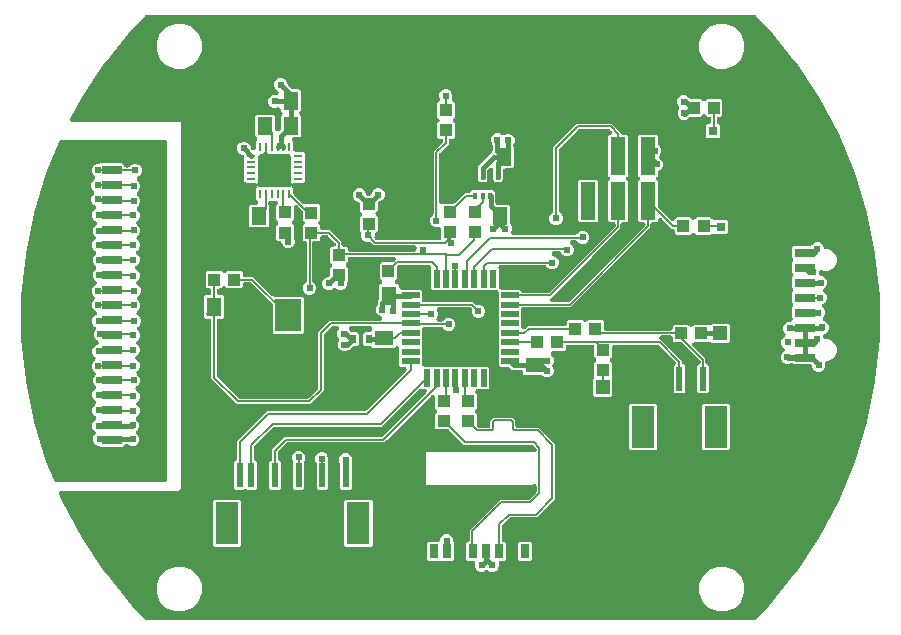
<source format=gbr>
G04 EAGLE Gerber RS-274X export*
G75*
%MOMM*%
%FSLAX34Y34*%
%LPD*%
%INTop Copper*%
%IPPOS*%
%AMOC8*
5,1,8,0,0,1.08239X$1,22.5*%
G01*
%ADD10R,1.000000X1.100000*%
%ADD11R,1.300000X1.500000*%
%ADD12R,1.600000X1.300000*%
%ADD13R,1.300000X1.600000*%
%ADD14R,0.600000X0.800000*%
%ADD15R,0.800000X1.200000*%
%ADD16R,1.500000X2.000000*%
%ADD17R,1.100000X1.000000*%
%ADD18R,2.200000X2.800000*%
%ADD19R,0.790000X0.260000*%
%ADD20R,0.260000X0.790000*%
%ADD21R,0.350000X0.500000*%
%ADD22R,1.500000X0.550000*%
%ADD23R,0.550000X1.500000*%
%ADD24R,1.676400X0.736600*%
%ADD25R,0.560000X2.030000*%
%ADD26R,1.980000X3.560000*%
%ADD27R,1.270000X3.180000*%
%ADD28R,0.800000X0.800000*%
%ADD29R,1.200000X1.200000*%
%ADD30C,0.146813*%
%ADD31C,0.610000*%
%ADD32C,0.152400*%
%ADD33C,0.200000*%
%ADD34C,0.400000*%
%ADD35C,0.150000*%

G36*
X777500Y4008D02*
X777500Y4008D01*
X777570Y4006D01*
X777698Y4028D01*
X777828Y4041D01*
X777895Y4061D01*
X777964Y4073D01*
X778085Y4120D01*
X778210Y4159D01*
X778271Y4192D01*
X778336Y4218D01*
X778445Y4288D01*
X778560Y4350D01*
X778614Y4396D01*
X778672Y4433D01*
X778842Y4588D01*
X778865Y4608D01*
X778870Y4614D01*
X778878Y4621D01*
X789447Y15722D01*
X789478Y15761D01*
X789544Y15832D01*
X812062Y43270D01*
X812094Y43317D01*
X812179Y43427D01*
X831899Y72941D01*
X831926Y72991D01*
X832000Y73109D01*
X848732Y104413D01*
X848754Y104465D01*
X848816Y104590D01*
X862399Y137383D01*
X862416Y137438D01*
X862465Y137568D01*
X872769Y171535D01*
X872780Y171590D01*
X872817Y171725D01*
X879742Y206538D01*
X879747Y206595D01*
X879770Y206732D01*
X883249Y242056D01*
X883249Y242113D01*
X883259Y242252D01*
X883259Y277748D01*
X883253Y277804D01*
X883249Y277944D01*
X879770Y313268D01*
X879759Y313323D01*
X879742Y313462D01*
X872817Y348275D01*
X872808Y348302D01*
X872805Y348328D01*
X872791Y348368D01*
X872769Y348465D01*
X862465Y382432D01*
X862444Y382484D01*
X862399Y382617D01*
X848816Y415410D01*
X848789Y415460D01*
X848732Y415587D01*
X832000Y446891D01*
X831968Y446939D01*
X831899Y447059D01*
X812179Y476572D01*
X812143Y476616D01*
X812062Y476730D01*
X789544Y504168D01*
X789508Y504204D01*
X789447Y504278D01*
X778878Y515379D01*
X778825Y515424D01*
X778779Y515476D01*
X778674Y515554D01*
X778576Y515639D01*
X778515Y515673D01*
X778458Y515715D01*
X778341Y515770D01*
X778227Y515834D01*
X778160Y515855D01*
X778097Y515885D01*
X777970Y515916D01*
X777846Y515956D01*
X777777Y515963D01*
X777709Y515980D01*
X777480Y515996D01*
X777449Y515999D01*
X777442Y515998D01*
X777431Y515999D01*
X262569Y515999D01*
X262500Y515992D01*
X262430Y515994D01*
X262302Y515972D01*
X262172Y515959D01*
X262105Y515939D01*
X262036Y515927D01*
X261915Y515880D01*
X261790Y515841D01*
X261729Y515808D01*
X261664Y515782D01*
X261554Y515712D01*
X261440Y515650D01*
X261387Y515605D01*
X261328Y515567D01*
X261158Y515412D01*
X261135Y515392D01*
X261130Y515386D01*
X261122Y515379D01*
X250553Y504278D01*
X250522Y504238D01*
X250456Y504168D01*
X227938Y476730D01*
X227906Y476683D01*
X227821Y476572D01*
X208101Y447059D01*
X208074Y447009D01*
X208000Y446891D01*
X198078Y428328D01*
X198030Y428211D01*
X197973Y428098D01*
X197954Y428027D01*
X197926Y427958D01*
X197902Y427834D01*
X197869Y427713D01*
X197864Y427639D01*
X197850Y427566D01*
X197851Y427440D01*
X197843Y427314D01*
X197853Y427241D01*
X197854Y427167D01*
X197880Y427043D01*
X197897Y426918D01*
X197921Y426848D01*
X197937Y426776D01*
X197987Y426660D01*
X198029Y426541D01*
X198066Y426478D01*
X198096Y426410D01*
X198168Y426306D01*
X198233Y426198D01*
X198282Y426143D01*
X198325Y426082D01*
X198416Y425995D01*
X198501Y425902D01*
X198560Y425858D01*
X198614Y425807D01*
X198721Y425740D01*
X198822Y425665D01*
X198890Y425634D01*
X198952Y425594D01*
X199070Y425550D01*
X199185Y425497D01*
X199257Y425479D01*
X199326Y425453D01*
X199450Y425433D01*
X199573Y425404D01*
X199670Y425398D01*
X199720Y425390D01*
X199767Y425391D01*
X199852Y425386D01*
X288271Y425866D01*
X291696Y425866D01*
X291696Y115082D01*
X289671Y113057D01*
X190669Y113057D01*
X190646Y113055D01*
X190624Y113057D01*
X190448Y113035D01*
X190271Y113017D01*
X190250Y113011D01*
X190227Y113008D01*
X190059Y112952D01*
X189890Y112899D01*
X189870Y112888D01*
X189848Y112881D01*
X189695Y112793D01*
X189539Y112708D01*
X189522Y112693D01*
X189502Y112682D01*
X189369Y112564D01*
X189234Y112450D01*
X189220Y112432D01*
X189203Y112417D01*
X189096Y112276D01*
X188986Y112137D01*
X188976Y112117D01*
X188962Y112099D01*
X188885Y111939D01*
X188805Y111781D01*
X188799Y111759D01*
X188789Y111739D01*
X188746Y111567D01*
X188698Y111396D01*
X188697Y111374D01*
X188691Y111351D01*
X188683Y111174D01*
X188671Y110998D01*
X188674Y110975D01*
X188672Y110952D01*
X188699Y110777D01*
X188722Y110602D01*
X188730Y110580D01*
X188733Y110558D01*
X188822Y110293D01*
X191184Y104590D01*
X191211Y104540D01*
X191268Y104413D01*
X208000Y73109D01*
X208032Y73061D01*
X208101Y72941D01*
X227821Y43428D01*
X227857Y43384D01*
X227938Y43270D01*
X250456Y15832D01*
X250492Y15796D01*
X250553Y15722D01*
X261122Y4621D01*
X261175Y4576D01*
X261221Y4524D01*
X261326Y4446D01*
X261424Y4361D01*
X261485Y4327D01*
X261542Y4285D01*
X261659Y4230D01*
X261773Y4166D01*
X261840Y4145D01*
X261903Y4115D01*
X262030Y4084D01*
X262154Y4044D01*
X262223Y4037D01*
X262291Y4020D01*
X262520Y4004D01*
X262551Y4001D01*
X262558Y4002D01*
X262569Y4001D01*
X777431Y4001D01*
X777500Y4008D01*
G37*
%LPC*%
G36*
X554182Y44744D02*
X554182Y44744D01*
X552026Y45637D01*
X551999Y45651D01*
X551969Y45674D01*
X551823Y45744D01*
X551680Y45819D01*
X551643Y45830D01*
X551609Y45847D01*
X551452Y45886D01*
X551296Y45932D01*
X551258Y45935D01*
X551222Y45944D01*
X551060Y45952D01*
X550898Y45966D01*
X550861Y45962D01*
X550823Y45963D01*
X550662Y45939D01*
X550502Y45920D01*
X550466Y45908D01*
X550428Y45903D01*
X550163Y45814D01*
X547754Y44816D01*
X545529Y44816D01*
X543475Y45667D01*
X541902Y47240D01*
X541051Y49295D01*
X541051Y51611D01*
X541063Y51653D01*
X541066Y51676D01*
X541072Y51698D01*
X541084Y51875D01*
X541100Y52051D01*
X541098Y52074D01*
X541100Y52097D01*
X541077Y52273D01*
X541058Y52448D01*
X541051Y52470D01*
X541048Y52493D01*
X540990Y52660D01*
X540937Y52829D01*
X540926Y52849D01*
X540918Y52871D01*
X540829Y53023D01*
X540743Y53178D01*
X540728Y53195D01*
X540716Y53215D01*
X540598Y53347D01*
X540483Y53481D01*
X540465Y53496D01*
X540450Y53513D01*
X540308Y53618D01*
X540168Y53727D01*
X540148Y53738D01*
X540129Y53751D01*
X539969Y53826D01*
X539811Y53906D01*
X539789Y53912D01*
X539768Y53921D01*
X539596Y53963D01*
X539425Y54009D01*
X539402Y54011D01*
X539380Y54016D01*
X539101Y54036D01*
X534375Y54036D01*
X533203Y55208D01*
X533203Y68865D01*
X534375Y70037D01*
X534607Y70037D01*
X534637Y70040D01*
X534667Y70038D01*
X534836Y70060D01*
X535005Y70077D01*
X535033Y70086D01*
X535063Y70090D01*
X535224Y70145D01*
X535386Y70195D01*
X535413Y70210D01*
X535441Y70219D01*
X535587Y70305D01*
X535737Y70387D01*
X535760Y70406D01*
X535786Y70422D01*
X535912Y70535D01*
X536042Y70644D01*
X536061Y70668D01*
X536083Y70688D01*
X536185Y70824D01*
X536290Y70957D01*
X536304Y70984D01*
X536322Y71008D01*
X536394Y71162D01*
X536471Y71313D01*
X536479Y71342D01*
X536492Y71370D01*
X536532Y71535D01*
X536578Y71698D01*
X536580Y71728D01*
X536587Y71758D01*
X536606Y72036D01*
X536606Y79989D01*
X538366Y81749D01*
X560394Y103777D01*
X562154Y105537D01*
X585679Y105537D01*
X585725Y105541D01*
X585770Y105539D01*
X585923Y105561D01*
X586077Y105577D01*
X586120Y105590D01*
X586165Y105597D01*
X586311Y105649D01*
X586458Y105695D01*
X586498Y105716D01*
X586541Y105732D01*
X586673Y105812D01*
X586809Y105886D01*
X586844Y105916D01*
X586882Y105939D01*
X587093Y106122D01*
X592297Y111326D01*
X592326Y111361D01*
X592359Y111391D01*
X592452Y111515D01*
X592550Y111635D01*
X592571Y111675D01*
X592598Y111712D01*
X592664Y111852D01*
X592736Y111988D01*
X592749Y112032D01*
X592768Y112073D01*
X592805Y112223D01*
X592848Y112372D01*
X592852Y112417D01*
X592863Y112461D01*
X592882Y112740D01*
X592882Y117165D01*
X592881Y117180D01*
X592882Y117195D01*
X592861Y117380D01*
X592842Y117563D01*
X592838Y117577D01*
X592836Y117592D01*
X592779Y117767D01*
X592724Y117944D01*
X592717Y117958D01*
X592712Y117972D01*
X592622Y118131D01*
X592533Y118295D01*
X592523Y118306D01*
X592516Y118319D01*
X592395Y118458D01*
X592275Y118600D01*
X592263Y118609D01*
X592253Y118621D01*
X592107Y118733D01*
X591962Y118848D01*
X591949Y118855D01*
X591937Y118864D01*
X591771Y118946D01*
X591606Y119029D01*
X591592Y119033D01*
X591578Y119040D01*
X591398Y119087D01*
X591221Y119136D01*
X591206Y119137D01*
X591191Y119140D01*
X591007Y119151D01*
X590823Y119163D01*
X590808Y119162D01*
X590793Y119162D01*
X590611Y119136D01*
X590427Y119112D01*
X590412Y119107D01*
X590397Y119104D01*
X590224Y119042D01*
X590049Y118982D01*
X590036Y118974D01*
X590022Y118969D01*
X589864Y118874D01*
X589704Y118780D01*
X589693Y118770D01*
X589680Y118762D01*
X589469Y118579D01*
X589454Y118563D01*
X499406Y118563D01*
X499406Y118564D01*
X499406Y146537D01*
X589454Y146537D01*
X589469Y146522D01*
X589481Y146512D01*
X589491Y146500D01*
X589511Y146485D01*
X589523Y146471D01*
X589609Y146407D01*
X589635Y146386D01*
X589779Y146269D01*
X589792Y146262D01*
X589804Y146252D01*
X589844Y146232D01*
X589845Y146231D01*
X589969Y146168D01*
X590132Y146082D01*
X590146Y146078D01*
X590160Y146071D01*
X590338Y146022D01*
X590515Y145970D01*
X590531Y145969D01*
X590545Y145965D01*
X590728Y145952D01*
X590913Y145936D01*
X590928Y145938D01*
X590943Y145937D01*
X591126Y145961D01*
X591310Y145982D01*
X591325Y145987D01*
X591339Y145989D01*
X591514Y146048D01*
X591690Y146106D01*
X591703Y146113D01*
X591717Y146118D01*
X591877Y146212D01*
X592037Y146303D01*
X592049Y146313D01*
X592062Y146320D01*
X592199Y146443D01*
X592339Y146565D01*
X592348Y146577D01*
X592359Y146587D01*
X592469Y146734D01*
X592582Y146882D01*
X592589Y146895D01*
X592598Y146907D01*
X592676Y147073D01*
X592758Y147240D01*
X592762Y147255D01*
X592768Y147269D01*
X592812Y147448D01*
X592858Y147627D01*
X592859Y147642D01*
X592863Y147657D01*
X592882Y147935D01*
X592882Y148282D01*
X592878Y148327D01*
X592880Y148373D01*
X592858Y148526D01*
X592842Y148680D01*
X592829Y148723D01*
X592823Y148768D01*
X592770Y148914D01*
X592724Y149061D01*
X592703Y149101D01*
X592687Y149144D01*
X592607Y149276D01*
X592533Y149412D01*
X592503Y149446D01*
X592480Y149485D01*
X592297Y149696D01*
X590249Y151744D01*
X590213Y151773D01*
X590183Y151807D01*
X590059Y151899D01*
X589939Y151997D01*
X589899Y152018D01*
X589863Y152045D01*
X589723Y152111D01*
X589586Y152183D01*
X589543Y152196D01*
X589501Y152215D01*
X589351Y152252D01*
X589203Y152296D01*
X589158Y152299D01*
X589113Y152310D01*
X588835Y152330D01*
X531488Y152330D01*
X519018Y164800D01*
X518983Y164829D01*
X518953Y164863D01*
X518829Y164955D01*
X518709Y165053D01*
X518668Y165074D01*
X518632Y165101D01*
X518492Y165167D01*
X518355Y165239D01*
X518312Y165252D01*
X518271Y165271D01*
X518120Y165308D01*
X517972Y165352D01*
X517927Y165355D01*
X517883Y165366D01*
X517604Y165386D01*
X507938Y165386D01*
X506766Y166558D01*
X506766Y178215D01*
X508024Y179473D01*
X508043Y179496D01*
X508066Y179516D01*
X508169Y179651D01*
X508276Y179782D01*
X508291Y179809D01*
X508309Y179833D01*
X508384Y179985D01*
X508463Y180135D01*
X508471Y180164D01*
X508485Y180191D01*
X508527Y180355D01*
X508575Y180519D01*
X508578Y180549D01*
X508585Y180578D01*
X508595Y180747D01*
X508609Y180917D01*
X508606Y180947D01*
X508607Y180977D01*
X508583Y181145D01*
X508563Y181313D01*
X508554Y181342D01*
X508549Y181372D01*
X508492Y181532D01*
X508439Y181693D01*
X508424Y181719D01*
X508414Y181748D01*
X508326Y181893D01*
X508242Y182041D01*
X508223Y182063D01*
X508207Y182089D01*
X508024Y182300D01*
X506766Y183558D01*
X506766Y192257D01*
X506765Y192272D01*
X506766Y192287D01*
X506745Y192471D01*
X506726Y192654D01*
X506722Y192669D01*
X506720Y192684D01*
X506663Y192859D01*
X506608Y193036D01*
X506601Y193049D01*
X506596Y193064D01*
X506506Y193224D01*
X506417Y193386D01*
X506407Y193398D01*
X506399Y193411D01*
X506278Y193551D01*
X506159Y193692D01*
X506147Y193701D01*
X506137Y193713D01*
X505991Y193825D01*
X505846Y193940D01*
X505833Y193947D01*
X505821Y193956D01*
X505655Y194037D01*
X505490Y194121D01*
X505475Y194125D01*
X505462Y194132D01*
X505283Y194178D01*
X505105Y194227D01*
X505090Y194229D01*
X505075Y194232D01*
X504891Y194242D01*
X504707Y194255D01*
X504691Y194253D01*
X504676Y194254D01*
X504494Y194228D01*
X504311Y194203D01*
X504296Y194199D01*
X504281Y194196D01*
X504107Y194134D01*
X503933Y194074D01*
X503920Y194066D01*
X503905Y194061D01*
X503747Y193965D01*
X503588Y193872D01*
X503577Y193862D01*
X503564Y193854D01*
X503353Y193671D01*
X465996Y156314D01*
X464081Y154398D01*
X382573Y154398D01*
X382528Y154394D01*
X382482Y154396D01*
X382329Y154374D01*
X382175Y154358D01*
X382132Y154345D01*
X382087Y154338D01*
X381941Y154286D01*
X381794Y154240D01*
X381754Y154218D01*
X381711Y154203D01*
X381579Y154123D01*
X381443Y154049D01*
X381409Y154019D01*
X381370Y153996D01*
X381159Y153813D01*
X374341Y146995D01*
X374313Y146960D01*
X374279Y146930D01*
X374187Y146806D01*
X374089Y146686D01*
X374067Y146646D01*
X374040Y146609D01*
X373975Y146469D01*
X373902Y146332D01*
X373890Y146289D01*
X373870Y146248D01*
X373834Y146097D01*
X373790Y145949D01*
X373786Y145904D01*
X373775Y145860D01*
X373756Y145581D01*
X373756Y140547D01*
X373759Y140517D01*
X373757Y140487D01*
X373779Y140318D01*
X373796Y140150D01*
X373805Y140121D01*
X373809Y140091D01*
X373864Y139930D01*
X373914Y139768D01*
X373928Y139741D01*
X373938Y139713D01*
X374024Y139567D01*
X374106Y139418D01*
X374125Y139394D01*
X374140Y139368D01*
X374254Y139242D01*
X374363Y139112D01*
X374387Y139093D01*
X374407Y139071D01*
X374543Y138970D01*
X374676Y138864D01*
X374703Y138850D01*
X374727Y138832D01*
X374881Y138760D01*
X374923Y138738D01*
X376286Y137376D01*
X376286Y115418D01*
X375114Y114246D01*
X367856Y114246D01*
X366684Y115418D01*
X366684Y137376D01*
X368033Y138725D01*
X368049Y138730D01*
X368195Y138816D01*
X368345Y138897D01*
X368368Y138917D01*
X368394Y138932D01*
X368520Y139045D01*
X368650Y139155D01*
X368669Y139179D01*
X368691Y139199D01*
X368793Y139335D01*
X368898Y139468D01*
X368912Y139495D01*
X368930Y139519D01*
X369002Y139672D01*
X369079Y139824D01*
X369087Y139853D01*
X369100Y139881D01*
X369140Y140046D01*
X369186Y140209D01*
X369188Y140239D01*
X369195Y140269D01*
X369214Y140547D01*
X369214Y148291D01*
X379864Y158940D01*
X461371Y158940D01*
X461417Y158944D01*
X461462Y158942D01*
X461615Y158964D01*
X461769Y158980D01*
X461812Y158993D01*
X461857Y158999D01*
X462003Y159052D01*
X462150Y159098D01*
X462190Y159119D01*
X462233Y159135D01*
X462365Y159215D01*
X462501Y159289D01*
X462536Y159319D01*
X462574Y159342D01*
X462785Y159525D01*
X499307Y196048D01*
X499317Y196059D01*
X499329Y196069D01*
X499443Y196214D01*
X499560Y196357D01*
X499567Y196370D01*
X499577Y196382D01*
X499661Y196547D01*
X499747Y196710D01*
X499751Y196725D01*
X499758Y196738D01*
X499807Y196916D01*
X499859Y197093D01*
X499860Y197109D01*
X499864Y197123D01*
X499877Y197307D01*
X499893Y197491D01*
X499891Y197506D01*
X499892Y197522D01*
X499868Y197705D01*
X499847Y197888D01*
X499842Y197903D01*
X499840Y197918D01*
X499780Y198092D01*
X499723Y198268D01*
X499716Y198281D01*
X499711Y198295D01*
X499617Y198455D01*
X499526Y198615D01*
X499516Y198627D01*
X499509Y198640D01*
X499386Y198776D01*
X499264Y198917D01*
X499252Y198926D01*
X499242Y198937D01*
X499094Y199047D01*
X498947Y199160D01*
X498934Y199167D01*
X498922Y199176D01*
X498755Y199255D01*
X498589Y199336D01*
X498574Y199340D01*
X498560Y199346D01*
X498380Y199390D01*
X498202Y199437D01*
X498187Y199437D01*
X498172Y199441D01*
X497894Y199460D01*
X496610Y199460D01*
X496497Y199547D01*
X496366Y199655D01*
X496339Y199669D01*
X496315Y199688D01*
X496163Y199762D01*
X496012Y199841D01*
X495983Y199850D01*
X495956Y199863D01*
X495792Y199906D01*
X495629Y199954D01*
X495599Y199956D01*
X495570Y199964D01*
X495401Y199973D01*
X495231Y199988D01*
X495201Y199984D01*
X495171Y199986D01*
X495003Y199961D01*
X494834Y199942D01*
X494806Y199932D01*
X494776Y199928D01*
X494616Y199870D01*
X494455Y199818D01*
X494428Y199803D01*
X494400Y199793D01*
X494254Y199704D01*
X494107Y199621D01*
X494084Y199601D01*
X494058Y199585D01*
X493848Y199402D01*
X463919Y169473D01*
X462003Y167557D01*
X371356Y167557D01*
X371311Y167553D01*
X371266Y167555D01*
X371113Y167533D01*
X370959Y167518D01*
X370915Y167504D01*
X370870Y167498D01*
X370725Y167445D01*
X370577Y167399D01*
X370537Y167378D01*
X370495Y167362D01*
X370363Y167282D01*
X370227Y167208D01*
X370192Y167179D01*
X370153Y167155D01*
X369942Y166972D01*
X354341Y151371D01*
X354313Y151336D01*
X354279Y151306D01*
X354187Y151182D01*
X354089Y151062D01*
X354067Y151022D01*
X354040Y150985D01*
X353975Y150845D01*
X353902Y150708D01*
X353890Y150665D01*
X353870Y150624D01*
X353834Y150473D01*
X353790Y150325D01*
X353787Y150294D01*
X353785Y150284D01*
X353784Y150270D01*
X353775Y150236D01*
X353756Y149957D01*
X353756Y140547D01*
X353759Y140517D01*
X353757Y140487D01*
X353779Y140318D01*
X353796Y140150D01*
X353805Y140121D01*
X353809Y140091D01*
X353864Y139930D01*
X353914Y139768D01*
X353928Y139741D01*
X353938Y139713D01*
X354024Y139567D01*
X354106Y139418D01*
X354125Y139394D01*
X354140Y139368D01*
X354254Y139242D01*
X354363Y139112D01*
X354387Y139093D01*
X354407Y139071D01*
X354543Y138970D01*
X354676Y138864D01*
X354703Y138850D01*
X354727Y138832D01*
X354881Y138760D01*
X354923Y138738D01*
X356286Y137376D01*
X356286Y115418D01*
X355114Y114246D01*
X347855Y114246D01*
X347721Y114349D01*
X347590Y114457D01*
X347563Y114471D01*
X347539Y114489D01*
X347386Y114564D01*
X347236Y114643D01*
X347207Y114652D01*
X347180Y114665D01*
X347016Y114708D01*
X346853Y114755D01*
X346823Y114758D01*
X346794Y114766D01*
X346625Y114775D01*
X346455Y114789D01*
X346425Y114786D01*
X346395Y114787D01*
X346227Y114763D01*
X346058Y114743D01*
X346030Y114734D01*
X346000Y114730D01*
X345840Y114672D01*
X345679Y114620D01*
X345652Y114605D01*
X345624Y114594D01*
X345478Y114506D01*
X345331Y114423D01*
X345308Y114403D01*
X345282Y114387D01*
X345120Y114246D01*
X337856Y114246D01*
X336684Y115418D01*
X336684Y137376D01*
X338033Y138725D01*
X338049Y138730D01*
X338195Y138816D01*
X338345Y138897D01*
X338368Y138917D01*
X338394Y138932D01*
X338520Y139045D01*
X338650Y139155D01*
X338669Y139179D01*
X338691Y139199D01*
X338793Y139335D01*
X338898Y139468D01*
X338912Y139495D01*
X338930Y139519D01*
X339002Y139672D01*
X339079Y139824D01*
X339087Y139853D01*
X339100Y139881D01*
X339140Y140046D01*
X339186Y140209D01*
X339188Y140239D01*
X339195Y140269D01*
X339214Y140547D01*
X339214Y155425D01*
X364694Y180905D01*
X447465Y180905D01*
X447511Y180909D01*
X447556Y180907D01*
X447709Y180929D01*
X447863Y180945D01*
X447906Y180958D01*
X447951Y180965D01*
X448097Y181017D01*
X448244Y181063D01*
X448284Y181085D01*
X448327Y181100D01*
X448459Y181180D01*
X448595Y181254D01*
X448630Y181284D01*
X448668Y181307D01*
X448879Y181490D01*
X482186Y214798D01*
X482196Y214809D01*
X482207Y214819D01*
X482322Y214964D01*
X482439Y215107D01*
X482446Y215120D01*
X482455Y215132D01*
X482539Y215297D01*
X482625Y215460D01*
X482629Y215475D01*
X482636Y215488D01*
X482686Y215666D01*
X482738Y215843D01*
X482739Y215859D01*
X482743Y215873D01*
X482756Y216057D01*
X482771Y216241D01*
X482770Y216256D01*
X482771Y216272D01*
X482747Y216455D01*
X482726Y216638D01*
X482721Y216653D01*
X482719Y216668D01*
X482659Y216842D01*
X482602Y217018D01*
X482594Y217031D01*
X482589Y217045D01*
X482496Y217205D01*
X482405Y217365D01*
X482395Y217377D01*
X482387Y217390D01*
X482265Y217526D01*
X482143Y217667D01*
X482131Y217676D01*
X482121Y217687D01*
X481973Y217797D01*
X481826Y217910D01*
X481812Y217917D01*
X481800Y217926D01*
X481634Y218005D01*
X481467Y218086D01*
X481453Y218090D01*
X481439Y218096D01*
X481259Y218140D01*
X481081Y218187D01*
X481066Y218187D01*
X481051Y218191D01*
X480772Y218210D01*
X477867Y218210D01*
X476695Y219382D01*
X476695Y233644D01*
X476693Y233659D01*
X476694Y233674D01*
X476673Y233858D01*
X476655Y234042D01*
X476650Y234056D01*
X476648Y234071D01*
X476591Y234247D01*
X476537Y234423D01*
X476529Y234437D01*
X476525Y234451D01*
X476434Y234611D01*
X476345Y234774D01*
X476335Y234785D01*
X476328Y234798D01*
X476207Y234937D01*
X476088Y235079D01*
X476076Y235089D01*
X476066Y235100D01*
X475920Y235212D01*
X475775Y235327D01*
X475761Y235334D01*
X475749Y235343D01*
X475584Y235424D01*
X475418Y235508D01*
X475404Y235512D01*
X475390Y235519D01*
X475212Y235565D01*
X475033Y235615D01*
X475018Y235616D01*
X475004Y235620D01*
X474820Y235630D01*
X474635Y235643D01*
X474620Y235641D01*
X474605Y235641D01*
X474423Y235615D01*
X474239Y235591D01*
X474225Y235586D01*
X474210Y235584D01*
X474037Y235521D01*
X473861Y235461D01*
X473848Y235453D01*
X473834Y235448D01*
X473677Y235353D01*
X473517Y235259D01*
X473505Y235249D01*
X473492Y235241D01*
X473282Y235058D01*
X472318Y234094D01*
X454660Y234094D01*
X453857Y234897D01*
X453822Y234926D01*
X453791Y234959D01*
X453667Y235052D01*
X453548Y235150D01*
X453507Y235171D01*
X453471Y235198D01*
X453331Y235264D01*
X453194Y235336D01*
X453151Y235349D01*
X453110Y235368D01*
X452959Y235405D01*
X452811Y235448D01*
X452766Y235452D01*
X452722Y235463D01*
X452443Y235483D01*
X447313Y235483D01*
X446141Y236655D01*
X446141Y246312D01*
X447313Y247484D01*
X451489Y247484D01*
X451519Y247487D01*
X451549Y247485D01*
X451717Y247507D01*
X451886Y247524D01*
X451915Y247533D01*
X451945Y247537D01*
X452105Y247592D01*
X452268Y247642D01*
X452294Y247657D01*
X452323Y247666D01*
X452469Y247752D01*
X452618Y247834D01*
X452641Y247853D01*
X452667Y247868D01*
X452794Y247982D01*
X452924Y248091D01*
X452942Y248115D01*
X452965Y248135D01*
X453066Y248271D01*
X453172Y248404D01*
X453185Y248431D01*
X453204Y248455D01*
X453276Y248609D01*
X453353Y248760D01*
X453361Y248789D01*
X453374Y248817D01*
X453414Y248982D01*
X453459Y249145D01*
X453461Y249175D01*
X453469Y249205D01*
X453488Y249483D01*
X453488Y250691D01*
X453485Y250721D01*
X453487Y250752D01*
X453465Y250920D01*
X453448Y251089D01*
X453439Y251118D01*
X453435Y251148D01*
X453380Y251308D01*
X453330Y251470D01*
X453315Y251497D01*
X453306Y251525D01*
X453220Y251671D01*
X453138Y251821D01*
X453119Y251844D01*
X453104Y251870D01*
X452990Y251996D01*
X452881Y252126D01*
X452857Y252145D01*
X452837Y252167D01*
X452701Y252269D01*
X452568Y252374D01*
X452541Y252388D01*
X452517Y252406D01*
X452363Y252478D01*
X452212Y252555D01*
X452183Y252563D01*
X452155Y252576D01*
X451990Y252616D01*
X451827Y252662D01*
X451797Y252664D01*
X451767Y252671D01*
X451489Y252690D01*
X435910Y252690D01*
X435894Y252689D01*
X435879Y252690D01*
X435695Y252669D01*
X435512Y252651D01*
X435498Y252646D01*
X435483Y252644D01*
X435307Y252587D01*
X435131Y252532D01*
X435117Y252525D01*
X435103Y252520D01*
X434943Y252430D01*
X434780Y252341D01*
X434768Y252331D01*
X434755Y252324D01*
X434616Y252202D01*
X434475Y252083D01*
X434465Y252072D01*
X434454Y252062D01*
X434341Y251915D01*
X434227Y251770D01*
X434220Y251757D01*
X434210Y251745D01*
X434130Y251580D01*
X434046Y251414D01*
X434042Y251400D01*
X434035Y251386D01*
X433988Y251205D01*
X433939Y251029D01*
X433938Y251014D01*
X433934Y251000D01*
X433924Y250815D01*
X433911Y250631D01*
X433913Y250616D01*
X433912Y250601D01*
X433939Y250418D01*
X433963Y250235D01*
X433968Y250221D01*
X433970Y250205D01*
X434033Y250031D01*
X434093Y249857D01*
X434100Y249844D01*
X434105Y249830D01*
X434202Y249671D01*
X434295Y249513D01*
X434305Y249501D01*
X434313Y249488D01*
X434496Y249277D01*
X434642Y249131D01*
X434813Y248718D01*
X434831Y248685D01*
X434843Y248649D01*
X434926Y248509D01*
X435002Y248366D01*
X435026Y248337D01*
X435045Y248305D01*
X435154Y248184D01*
X435257Y248059D01*
X435287Y248035D01*
X435312Y248007D01*
X435442Y247910D01*
X435568Y247809D01*
X435602Y247791D01*
X435632Y247769D01*
X435779Y247699D01*
X435923Y247625D01*
X435959Y247615D01*
X435994Y247598D01*
X436151Y247560D01*
X436307Y247515D01*
X436345Y247512D01*
X436382Y247504D01*
X436660Y247484D01*
X440971Y247484D01*
X442143Y246312D01*
X442143Y236655D01*
X440971Y235483D01*
X437627Y235483D01*
X437582Y235478D01*
X437537Y235480D01*
X437384Y235458D01*
X437230Y235443D01*
X437186Y235429D01*
X437141Y235423D01*
X436996Y235370D01*
X436848Y235325D01*
X436808Y235303D01*
X436766Y235287D01*
X436634Y235207D01*
X436498Y235133D01*
X436463Y235104D01*
X436424Y235080D01*
X436213Y234897D01*
X433963Y232647D01*
X433855Y232581D01*
X433719Y232507D01*
X433685Y232478D01*
X433646Y232454D01*
X433435Y232271D01*
X433282Y232118D01*
X431227Y231267D01*
X429003Y231267D01*
X426948Y232118D01*
X425375Y233690D01*
X424524Y235745D01*
X424524Y237969D01*
X425400Y240084D01*
X425495Y240200D01*
X425509Y240227D01*
X425528Y240251D01*
X425602Y240403D01*
X425681Y240553D01*
X425690Y240582D01*
X425703Y240610D01*
X425746Y240773D01*
X425794Y240937D01*
X425796Y240967D01*
X425804Y240996D01*
X425813Y241165D01*
X425828Y241335D01*
X425824Y241365D01*
X425826Y241395D01*
X425801Y241562D01*
X425782Y241731D01*
X425772Y241760D01*
X425768Y241790D01*
X425711Y241949D01*
X425658Y242111D01*
X425643Y242137D01*
X425633Y242166D01*
X425544Y242311D01*
X425461Y242459D01*
X425441Y242482D01*
X425425Y242508D01*
X425242Y242718D01*
X425163Y242798D01*
X424312Y244852D01*
X424312Y247077D01*
X425163Y249131D01*
X425309Y249277D01*
X425319Y249289D01*
X425330Y249299D01*
X425445Y249444D01*
X425562Y249587D01*
X425569Y249600D01*
X425578Y249612D01*
X425663Y249778D01*
X425748Y249940D01*
X425752Y249955D01*
X425759Y249968D01*
X425809Y250146D01*
X425860Y250323D01*
X425862Y250338D01*
X425866Y250353D01*
X425879Y250537D01*
X425894Y250721D01*
X425893Y250736D01*
X425894Y250752D01*
X425870Y250934D01*
X425849Y251118D01*
X425844Y251133D01*
X425842Y251148D01*
X425782Y251322D01*
X425725Y251498D01*
X425717Y251511D01*
X425712Y251525D01*
X425619Y251684D01*
X425528Y251845D01*
X425518Y251857D01*
X425510Y251870D01*
X425387Y252008D01*
X425266Y252147D01*
X425254Y252156D01*
X425244Y252167D01*
X425095Y252278D01*
X424949Y252390D01*
X424936Y252397D01*
X424923Y252406D01*
X424756Y252485D01*
X424590Y252566D01*
X424576Y252570D01*
X424562Y252576D01*
X424382Y252620D01*
X424204Y252667D01*
X424189Y252667D01*
X424174Y252671D01*
X423895Y252690D01*
X420369Y252690D01*
X420324Y252686D01*
X420279Y252688D01*
X420126Y252666D01*
X419972Y252651D01*
X419929Y252637D01*
X419884Y252631D01*
X419738Y252578D01*
X419590Y252532D01*
X419551Y252511D01*
X419508Y252495D01*
X419376Y252415D01*
X419240Y252341D01*
X419205Y252312D01*
X419166Y252288D01*
X418956Y252105D01*
X413193Y246342D01*
X413165Y246307D01*
X413131Y246277D01*
X413039Y246153D01*
X412940Y246033D01*
X412919Y245993D01*
X412892Y245957D01*
X412826Y245817D01*
X412754Y245680D01*
X412741Y245636D01*
X412722Y245595D01*
X412685Y245445D01*
X412642Y245297D01*
X412638Y245251D01*
X412627Y245207D01*
X412608Y244929D01*
X412608Y197941D01*
X401372Y186705D01*
X339102Y186705D01*
X317636Y208171D01*
X317636Y257026D01*
X317633Y257056D01*
X317635Y257087D01*
X317613Y257255D01*
X317596Y257424D01*
X317587Y257453D01*
X317583Y257483D01*
X317528Y257643D01*
X317478Y257805D01*
X317463Y257832D01*
X317453Y257861D01*
X317368Y258007D01*
X317286Y258156D01*
X317267Y258179D01*
X317251Y258205D01*
X317138Y258331D01*
X317029Y258461D01*
X317005Y258480D01*
X316985Y258503D01*
X316849Y258604D01*
X316716Y258709D01*
X316689Y258723D01*
X316664Y258741D01*
X316511Y258813D01*
X316360Y258890D01*
X316331Y258898D01*
X316303Y258911D01*
X316138Y258952D01*
X315975Y258997D01*
X315945Y258999D01*
X315915Y259006D01*
X315637Y259026D01*
X312578Y259026D01*
X311406Y260198D01*
X311406Y277855D01*
X312578Y279027D01*
X315637Y279027D01*
X315667Y279030D01*
X315697Y279028D01*
X315865Y279050D01*
X316034Y279067D01*
X316063Y279076D01*
X316093Y279080D01*
X316253Y279135D01*
X316416Y279185D01*
X316442Y279200D01*
X316471Y279209D01*
X316617Y279295D01*
X316766Y279377D01*
X316789Y279396D01*
X316815Y279412D01*
X316942Y279525D01*
X317071Y279634D01*
X317090Y279658D01*
X317113Y279678D01*
X317214Y279814D01*
X317320Y279947D01*
X317333Y279974D01*
X317351Y279998D01*
X317423Y280152D01*
X317500Y280303D01*
X317509Y280332D01*
X317521Y280360D01*
X317562Y280525D01*
X317607Y280688D01*
X317609Y280718D01*
X317616Y280748D01*
X317636Y281026D01*
X317636Y282610D01*
X317633Y282640D01*
X317635Y282670D01*
X317613Y282839D01*
X317596Y283008D01*
X317587Y283036D01*
X317583Y283066D01*
X317528Y283227D01*
X317478Y283389D01*
X317463Y283416D01*
X317453Y283444D01*
X317368Y283590D01*
X317286Y283740D01*
X317267Y283763D01*
X317251Y283789D01*
X317138Y283915D01*
X317029Y284045D01*
X317005Y284064D01*
X316985Y284086D01*
X316849Y284187D01*
X316716Y284293D01*
X316689Y284307D01*
X316664Y284325D01*
X316511Y284397D01*
X316360Y284474D01*
X316331Y284482D01*
X316303Y284495D01*
X316138Y284535D01*
X315975Y284581D01*
X315945Y284583D01*
X315915Y284590D01*
X315637Y284609D01*
X314078Y284609D01*
X312906Y285781D01*
X312906Y298439D01*
X314078Y299611D01*
X325735Y299611D01*
X326993Y298353D01*
X327016Y298334D01*
X327036Y298311D01*
X327170Y298208D01*
X327302Y298100D01*
X327329Y298086D01*
X327353Y298068D01*
X327505Y297993D01*
X327655Y297914D01*
X327684Y297906D01*
X327712Y297892D01*
X327875Y297850D01*
X328039Y297802D01*
X328069Y297799D01*
X328098Y297792D01*
X328267Y297782D01*
X328437Y297768D01*
X328467Y297771D01*
X328497Y297770D01*
X328664Y297794D01*
X328833Y297814D01*
X328862Y297823D01*
X328892Y297828D01*
X329051Y297885D01*
X329213Y297938D01*
X329240Y297953D01*
X329268Y297963D01*
X329413Y298051D01*
X329561Y298134D01*
X329584Y298154D01*
X329609Y298170D01*
X329820Y298353D01*
X331078Y299611D01*
X342735Y299611D01*
X343907Y298439D01*
X343907Y296380D01*
X343910Y296350D01*
X343908Y296320D01*
X343930Y296151D01*
X343947Y295983D01*
X343956Y295954D01*
X343960Y295924D01*
X344015Y295763D01*
X344065Y295601D01*
X344080Y295574D01*
X344090Y295546D01*
X344175Y295400D01*
X344257Y295251D01*
X344276Y295227D01*
X344292Y295201D01*
X344405Y295075D01*
X344514Y294945D01*
X344538Y294926D01*
X344558Y294904D01*
X344694Y294803D01*
X344827Y294697D01*
X344854Y294683D01*
X344879Y294665D01*
X345032Y294593D01*
X345183Y294516D01*
X345213Y294508D01*
X345240Y294495D01*
X345405Y294455D01*
X345568Y294410D01*
X345599Y294407D01*
X345628Y294400D01*
X345906Y294381D01*
X353177Y294381D01*
X369192Y278366D01*
X369227Y278337D01*
X369257Y278303D01*
X369381Y278211D01*
X369501Y278113D01*
X369541Y278092D01*
X369578Y278065D01*
X369717Y277999D01*
X369854Y277927D01*
X369898Y277914D01*
X369939Y277894D01*
X370089Y277858D01*
X370238Y277814D01*
X370283Y277810D01*
X370327Y277800D01*
X370606Y277780D01*
X394396Y277780D01*
X395568Y276608D01*
X395568Y246951D01*
X394396Y245779D01*
X370738Y245779D01*
X369566Y246951D01*
X369566Y270741D01*
X369562Y270786D01*
X369564Y270831D01*
X369542Y270984D01*
X369526Y271138D01*
X369513Y271181D01*
X369506Y271226D01*
X369454Y271372D01*
X369408Y271520D01*
X369386Y271559D01*
X369371Y271602D01*
X369291Y271734D01*
X369216Y271870D01*
X369187Y271905D01*
X369164Y271944D01*
X368981Y272154D01*
X351881Y289254D01*
X351846Y289283D01*
X351816Y289316D01*
X351692Y289409D01*
X351572Y289507D01*
X351532Y289528D01*
X351495Y289555D01*
X351355Y289621D01*
X351218Y289693D01*
X351175Y289706D01*
X351134Y289725D01*
X350984Y289762D01*
X350835Y289805D01*
X350790Y289809D01*
X350746Y289820D01*
X350467Y289839D01*
X345906Y289839D01*
X345876Y289836D01*
X345846Y289838D01*
X345678Y289816D01*
X345509Y289799D01*
X345480Y289790D01*
X345450Y289787D01*
X345290Y289732D01*
X345127Y289681D01*
X345101Y289667D01*
X345072Y289657D01*
X344926Y289571D01*
X344777Y289490D01*
X344754Y289470D01*
X344728Y289455D01*
X344601Y289342D01*
X344472Y289232D01*
X344453Y289209D01*
X344430Y289188D01*
X344329Y289052D01*
X344224Y288919D01*
X344210Y288892D01*
X344192Y288868D01*
X344119Y288714D01*
X344043Y288563D01*
X344035Y288534D01*
X344022Y288507D01*
X343981Y288342D01*
X343936Y288178D01*
X343934Y288148D01*
X343927Y288119D01*
X343907Y287840D01*
X343907Y285781D01*
X342735Y284609D01*
X331078Y284609D01*
X329820Y285867D01*
X329797Y285886D01*
X329777Y285909D01*
X329642Y286013D01*
X329511Y286120D01*
X329484Y286134D01*
X329460Y286152D01*
X329308Y286227D01*
X329158Y286306D01*
X329129Y286315D01*
X329101Y286328D01*
X328938Y286371D01*
X328774Y286418D01*
X328744Y286421D01*
X328715Y286429D01*
X328546Y286438D01*
X328376Y286452D01*
X328346Y286449D01*
X328316Y286450D01*
X328148Y286426D01*
X327980Y286406D01*
X327951Y286397D01*
X327921Y286393D01*
X327761Y286335D01*
X327600Y286283D01*
X327574Y286268D01*
X327545Y286257D01*
X327400Y286169D01*
X327252Y286086D01*
X327229Y286066D01*
X327204Y286050D01*
X326993Y285867D01*
X325735Y284609D01*
X324177Y284609D01*
X324146Y284606D01*
X324116Y284608D01*
X323948Y284586D01*
X323779Y284569D01*
X323750Y284560D01*
X323720Y284557D01*
X323560Y284502D01*
X323398Y284451D01*
X323371Y284437D01*
X323342Y284427D01*
X323196Y284341D01*
X323047Y284260D01*
X323024Y284240D01*
X322998Y284225D01*
X322871Y284112D01*
X322742Y284002D01*
X322723Y283979D01*
X322700Y283958D01*
X322599Y283822D01*
X322494Y283689D01*
X322480Y283662D01*
X322462Y283638D01*
X322390Y283485D01*
X322313Y283333D01*
X322305Y283304D01*
X322292Y283277D01*
X322251Y283111D01*
X322206Y282948D01*
X322204Y282918D01*
X322197Y282889D01*
X322177Y282610D01*
X322177Y281026D01*
X322180Y280996D01*
X322178Y280966D01*
X322200Y280798D01*
X322217Y280629D01*
X322226Y280600D01*
X322230Y280570D01*
X322285Y280410D01*
X322335Y280247D01*
X322350Y280221D01*
X322360Y280192D01*
X322445Y280046D01*
X322527Y279897D01*
X322546Y279874D01*
X322562Y279848D01*
X322675Y279721D01*
X322784Y279591D01*
X322808Y279573D01*
X322828Y279550D01*
X322964Y279449D01*
X323097Y279343D01*
X323124Y279330D01*
X323149Y279312D01*
X323302Y279239D01*
X323453Y279162D01*
X323483Y279154D01*
X323510Y279141D01*
X323675Y279101D01*
X323838Y279056D01*
X323869Y279054D01*
X323898Y279047D01*
X324177Y279027D01*
X327235Y279027D01*
X328407Y277855D01*
X328407Y260198D01*
X327235Y259026D01*
X324177Y259026D01*
X324146Y259023D01*
X324116Y259025D01*
X323948Y259003D01*
X323779Y258986D01*
X323750Y258977D01*
X323720Y258973D01*
X323560Y258918D01*
X323398Y258868D01*
X323371Y258853D01*
X323342Y258843D01*
X323196Y258758D01*
X323047Y258676D01*
X323024Y258656D01*
X322998Y258641D01*
X322871Y258528D01*
X322742Y258419D01*
X322723Y258395D01*
X322700Y258375D01*
X322599Y258239D01*
X322494Y258106D01*
X322480Y258078D01*
X322462Y258054D01*
X322390Y257901D01*
X322313Y257749D01*
X322305Y257720D01*
X322292Y257693D01*
X322251Y257528D01*
X322206Y257364D01*
X322204Y257334D01*
X322197Y257305D01*
X322177Y257026D01*
X322177Y210881D01*
X322182Y210835D01*
X322179Y210790D01*
X322202Y210637D01*
X322217Y210483D01*
X322231Y210440D01*
X322237Y210395D01*
X322290Y210249D01*
X322335Y210102D01*
X322357Y210062D01*
X322372Y210019D01*
X322453Y209887D01*
X322527Y209751D01*
X322556Y209716D01*
X322580Y209678D01*
X322763Y209467D01*
X340398Y191832D01*
X340433Y191804D01*
X340463Y191770D01*
X340587Y191678D01*
X340707Y191579D01*
X340747Y191558D01*
X340783Y191531D01*
X340923Y191465D01*
X341060Y191393D01*
X341104Y191380D01*
X341145Y191361D01*
X341295Y191324D01*
X341443Y191281D01*
X341489Y191277D01*
X341533Y191266D01*
X341811Y191247D01*
X398662Y191247D01*
X398708Y191251D01*
X398753Y191249D01*
X398906Y191271D01*
X399060Y191287D01*
X399103Y191300D01*
X399148Y191307D01*
X399294Y191359D01*
X399441Y191405D01*
X399481Y191426D01*
X399524Y191442D01*
X399656Y191522D01*
X399792Y191596D01*
X399827Y191626D01*
X399865Y191649D01*
X400076Y191832D01*
X407481Y199237D01*
X407509Y199272D01*
X407543Y199302D01*
X407635Y199426D01*
X407734Y199546D01*
X407755Y199586D01*
X407782Y199623D01*
X407848Y199763D01*
X407920Y199900D01*
X407933Y199943D01*
X407952Y199984D01*
X407989Y200135D01*
X408032Y200283D01*
X408036Y200328D01*
X408047Y200372D01*
X408066Y200651D01*
X408066Y247638D01*
X417660Y257232D01*
X460045Y257232D01*
X460053Y257233D01*
X460060Y257232D01*
X460251Y257253D01*
X460443Y257272D01*
X460450Y257274D01*
X460458Y257275D01*
X460640Y257333D01*
X460824Y257390D01*
X460831Y257394D01*
X460838Y257396D01*
X461004Y257488D01*
X461175Y257582D01*
X461181Y257587D01*
X461187Y257590D01*
X461332Y257714D01*
X461480Y257839D01*
X461485Y257845D01*
X461491Y257850D01*
X461608Y258001D01*
X461728Y258152D01*
X461732Y258159D01*
X461736Y258165D01*
X461822Y258336D01*
X461909Y258508D01*
X461911Y258515D01*
X461915Y258522D01*
X461965Y258708D01*
X462016Y258893D01*
X462016Y258901D01*
X462018Y258908D01*
X462030Y259095D01*
X462044Y259292D01*
X462043Y259299D01*
X462043Y259307D01*
X462017Y259496D01*
X461992Y259688D01*
X461989Y259695D01*
X461988Y259702D01*
X461925Y259883D01*
X461862Y260065D01*
X461858Y260072D01*
X461856Y260079D01*
X461758Y260243D01*
X461660Y260410D01*
X461655Y260416D01*
X461651Y260422D01*
X461521Y260565D01*
X461394Y260707D01*
X461388Y260712D01*
X461382Y260718D01*
X461226Y260832D01*
X461073Y260946D01*
X461066Y260949D01*
X461060Y260954D01*
X460810Y261078D01*
X459152Y261765D01*
X457579Y263338D01*
X456728Y265393D01*
X456728Y267617D01*
X457579Y269672D01*
X457732Y269825D01*
X457761Y269860D01*
X457795Y269890D01*
X457887Y270014D01*
X457985Y270134D01*
X458006Y270175D01*
X458033Y270211D01*
X458099Y270351D01*
X458171Y270488D01*
X458184Y270531D01*
X458204Y270572D01*
X458240Y270723D01*
X458284Y270871D01*
X458288Y270916D01*
X458298Y270960D01*
X458318Y271239D01*
X458318Y274178D01*
X458929Y274789D01*
X458958Y274824D01*
X458991Y274854D01*
X459084Y274978D01*
X459182Y275098D01*
X459203Y275138D01*
X459230Y275175D01*
X459296Y275315D01*
X459368Y275451D01*
X459381Y275495D01*
X459400Y275536D01*
X459437Y275686D01*
X459480Y275835D01*
X459484Y275880D01*
X459495Y275924D01*
X459514Y276203D01*
X459514Y287046D01*
X460720Y288252D01*
X460782Y288258D01*
X460796Y288262D01*
X460811Y288264D01*
X460987Y288321D01*
X461163Y288376D01*
X461176Y288383D01*
X461191Y288388D01*
X461351Y288479D01*
X461514Y288568D01*
X461525Y288578D01*
X461538Y288585D01*
X461677Y288706D01*
X461819Y288825D01*
X461828Y288837D01*
X461840Y288847D01*
X461952Y288993D01*
X462067Y289138D01*
X462074Y289152D01*
X462083Y289164D01*
X462164Y289329D01*
X462248Y289494D01*
X462252Y289509D01*
X462259Y289522D01*
X462305Y289701D01*
X462355Y289879D01*
X462356Y289894D01*
X462359Y289909D01*
X462370Y290093D01*
X462383Y290278D01*
X462381Y290293D01*
X462381Y290308D01*
X462355Y290490D01*
X462331Y290674D01*
X462326Y290688D01*
X462324Y290703D01*
X462261Y290877D01*
X462201Y291052D01*
X462193Y291065D01*
X462188Y291079D01*
X462093Y291236D01*
X461999Y291396D01*
X461989Y291407D01*
X461981Y291420D01*
X461798Y291631D01*
X460498Y292931D01*
X460498Y305589D01*
X461670Y306761D01*
X470960Y306761D01*
X471005Y306765D01*
X471050Y306763D01*
X471203Y306785D01*
X471357Y306801D01*
X471400Y306814D01*
X471445Y306821D01*
X471591Y306873D01*
X471739Y306919D01*
X471779Y306940D01*
X471821Y306956D01*
X471953Y307036D01*
X472089Y307110D01*
X472124Y307140D01*
X472163Y307163D01*
X472373Y307346D01*
X473173Y308145D01*
X473182Y308157D01*
X473194Y308167D01*
X473308Y308311D01*
X473425Y308455D01*
X473432Y308468D01*
X473442Y308480D01*
X473526Y308645D01*
X473612Y308808D01*
X473616Y308822D01*
X473623Y308836D01*
X473672Y309014D01*
X473724Y309191D01*
X473725Y309206D01*
X473729Y309221D01*
X473742Y309404D01*
X473758Y309589D01*
X473756Y309604D01*
X473757Y309619D01*
X473733Y309803D01*
X473712Y309986D01*
X473707Y310000D01*
X473705Y310015D01*
X473645Y310190D01*
X473588Y310366D01*
X473581Y310379D01*
X473576Y310393D01*
X473482Y310553D01*
X473391Y310713D01*
X473381Y310725D01*
X473374Y310738D01*
X473251Y310875D01*
X473129Y311015D01*
X473117Y311024D01*
X473107Y311035D01*
X472960Y311145D01*
X472812Y311258D01*
X472799Y311265D01*
X472787Y311274D01*
X472620Y311352D01*
X472454Y311434D01*
X472439Y311437D01*
X472425Y311444D01*
X472245Y311488D01*
X472067Y311534D01*
X472052Y311535D01*
X472037Y311539D01*
X471759Y311558D01*
X434970Y311558D01*
X434940Y311555D01*
X434909Y311557D01*
X434741Y311535D01*
X434572Y311518D01*
X434543Y311509D01*
X434513Y311505D01*
X434353Y311450D01*
X434191Y311400D01*
X434164Y311386D01*
X434136Y311376D01*
X433990Y311290D01*
X433840Y311209D01*
X433817Y311189D01*
X433791Y311174D01*
X433665Y311061D01*
X433535Y310951D01*
X433516Y310927D01*
X433494Y310907D01*
X433392Y310771D01*
X433287Y310638D01*
X433273Y310611D01*
X433255Y310587D01*
X433183Y310433D01*
X433106Y310282D01*
X433098Y310253D01*
X433085Y310226D01*
X433045Y310060D01*
X432999Y309897D01*
X432997Y309867D01*
X432990Y309838D01*
X432971Y309559D01*
X432971Y307174D01*
X431713Y305917D01*
X431694Y305894D01*
X431671Y305874D01*
X431567Y305739D01*
X431460Y305608D01*
X431446Y305581D01*
X431428Y305557D01*
X431353Y305404D01*
X431274Y305254D01*
X431265Y305225D01*
X431252Y305198D01*
X431209Y305034D01*
X431162Y304871D01*
X431159Y304841D01*
X431151Y304812D01*
X431142Y304643D01*
X431128Y304473D01*
X431131Y304443D01*
X431129Y304413D01*
X431154Y304245D01*
X431174Y304076D01*
X431183Y304048D01*
X431187Y304018D01*
X431245Y303857D01*
X431297Y303697D01*
X431312Y303670D01*
X431323Y303642D01*
X431411Y303496D01*
X431494Y303349D01*
X431514Y303326D01*
X431530Y303300D01*
X431713Y303090D01*
X432971Y301832D01*
X432971Y290153D01*
X432931Y290100D01*
X432833Y289980D01*
X432812Y289940D01*
X432785Y289904D01*
X432719Y289764D01*
X432647Y289627D01*
X432634Y289584D01*
X432615Y289543D01*
X432578Y289392D01*
X432534Y289244D01*
X432531Y289199D01*
X432520Y289155D01*
X432500Y288876D01*
X432500Y287812D01*
X431649Y285758D01*
X430076Y284185D01*
X428022Y283334D01*
X425797Y283334D01*
X423743Y284185D01*
X423472Y284456D01*
X423448Y284475D01*
X423428Y284498D01*
X423294Y284601D01*
X423162Y284709D01*
X423136Y284723D01*
X423112Y284741D01*
X422959Y284816D01*
X422809Y284895D01*
X422780Y284903D01*
X422753Y284917D01*
X422588Y284960D01*
X422426Y285007D01*
X422396Y285010D01*
X422366Y285018D01*
X422197Y285027D01*
X422028Y285041D01*
X421998Y285038D01*
X421967Y285039D01*
X421800Y285015D01*
X421631Y284995D01*
X421602Y284986D01*
X421572Y284982D01*
X421413Y284924D01*
X421251Y284872D01*
X421225Y284857D01*
X421196Y284846D01*
X421051Y284758D01*
X420904Y284675D01*
X420881Y284655D01*
X420855Y284639D01*
X420644Y284456D01*
X420314Y284125D01*
X418259Y283274D01*
X416035Y283274D01*
X413980Y284125D01*
X412407Y285698D01*
X411556Y287753D01*
X411556Y289977D01*
X412407Y292032D01*
X413980Y293604D01*
X416040Y294458D01*
X416199Y294479D01*
X416367Y294495D01*
X416396Y294504D01*
X416426Y294508D01*
X416587Y294563D01*
X416749Y294614D01*
X416775Y294628D01*
X416804Y294638D01*
X416950Y294724D01*
X417099Y294805D01*
X417123Y294825D01*
X417149Y294840D01*
X417275Y294953D01*
X417405Y295063D01*
X417423Y295086D01*
X417446Y295107D01*
X417547Y295242D01*
X417653Y295376D01*
X417667Y295403D01*
X417685Y295427D01*
X417757Y295580D01*
X417834Y295732D01*
X417842Y295761D01*
X417855Y295788D01*
X417895Y295953D01*
X417940Y296117D01*
X417942Y296147D01*
X417950Y296176D01*
X417969Y296455D01*
X417969Y301832D01*
X419227Y303090D01*
X419246Y303113D01*
X419269Y303133D01*
X419372Y303267D01*
X419479Y303399D01*
X419494Y303426D01*
X419512Y303450D01*
X419587Y303602D01*
X419666Y303752D01*
X419674Y303781D01*
X419688Y303808D01*
X419730Y303972D01*
X419778Y304135D01*
X419781Y304166D01*
X419788Y304195D01*
X419798Y304364D01*
X419812Y304533D01*
X419809Y304564D01*
X419810Y304594D01*
X419786Y304761D01*
X419766Y304930D01*
X419757Y304959D01*
X419752Y304989D01*
X419695Y305148D01*
X419642Y305310D01*
X419627Y305336D01*
X419617Y305365D01*
X419529Y305509D01*
X419445Y305657D01*
X419426Y305680D01*
X419410Y305706D01*
X419227Y305917D01*
X417969Y307174D01*
X417969Y318832D01*
X419141Y320004D01*
X420915Y320004D01*
X420930Y320005D01*
X420945Y320004D01*
X421129Y320025D01*
X421313Y320044D01*
X421327Y320048D01*
X421342Y320050D01*
X421517Y320107D01*
X421694Y320162D01*
X421708Y320169D01*
X421722Y320174D01*
X421882Y320264D01*
X422045Y320354D01*
X422056Y320363D01*
X422070Y320371D01*
X422208Y320491D01*
X422350Y320611D01*
X422360Y320623D01*
X422371Y320633D01*
X422483Y320779D01*
X422598Y320924D01*
X422605Y320938D01*
X422614Y320950D01*
X422695Y321115D01*
X422779Y321280D01*
X422783Y321295D01*
X422790Y321308D01*
X422836Y321487D01*
X422886Y321665D01*
X422887Y321680D01*
X422891Y321695D01*
X422901Y321879D01*
X422914Y322063D01*
X422912Y322079D01*
X422913Y322094D01*
X422886Y322275D01*
X422862Y322460D01*
X422857Y322474D01*
X422855Y322489D01*
X422792Y322663D01*
X422732Y322837D01*
X422725Y322850D01*
X422719Y322865D01*
X422624Y323023D01*
X422530Y323182D01*
X422520Y323193D01*
X422512Y323206D01*
X422329Y323417D01*
X416594Y329152D01*
X416559Y329181D01*
X416529Y329214D01*
X416405Y329307D01*
X416285Y329405D01*
X416245Y329426D01*
X416208Y329453D01*
X416068Y329519D01*
X415931Y329591D01*
X415888Y329604D01*
X415847Y329623D01*
X415696Y329660D01*
X415548Y329703D01*
X415503Y329707D01*
X415459Y329718D01*
X415180Y329737D01*
X411792Y329737D01*
X411762Y329734D01*
X411732Y329737D01*
X411563Y329714D01*
X411395Y329698D01*
X411366Y329689D01*
X411336Y329685D01*
X411175Y329630D01*
X411013Y329579D01*
X410986Y329565D01*
X410958Y329555D01*
X410812Y329469D01*
X410663Y329388D01*
X410639Y329368D01*
X410613Y329353D01*
X410487Y329240D01*
X410357Y329130D01*
X410338Y329107D01*
X410316Y329086D01*
X410215Y328951D01*
X410109Y328817D01*
X410095Y328790D01*
X410077Y328766D01*
X410005Y328613D01*
X409928Y328461D01*
X409920Y328432D01*
X409907Y328405D01*
X409867Y328240D01*
X409822Y328076D01*
X409820Y328046D01*
X409812Y328017D01*
X409793Y327738D01*
X409793Y325976D01*
X408621Y324804D01*
X404821Y324804D01*
X404790Y324800D01*
X404760Y324803D01*
X404592Y324781D01*
X404423Y324764D01*
X404394Y324755D01*
X404364Y324751D01*
X404204Y324696D01*
X404042Y324646D01*
X404015Y324631D01*
X403986Y324621D01*
X403840Y324536D01*
X403691Y324454D01*
X403668Y324434D01*
X403642Y324419D01*
X403516Y324306D01*
X403386Y324196D01*
X403367Y324173D01*
X403344Y324153D01*
X403243Y324017D01*
X403138Y323883D01*
X403124Y323856D01*
X403106Y323832D01*
X403034Y323679D01*
X402957Y323527D01*
X402949Y323498D01*
X402936Y323471D01*
X402895Y323306D01*
X402850Y323142D01*
X402848Y323112D01*
X402841Y323083D01*
X402821Y322804D01*
X402821Y291519D01*
X402825Y291481D01*
X402823Y291443D01*
X402845Y291283D01*
X402861Y291121D01*
X402872Y291085D01*
X402878Y291048D01*
X402931Y290895D01*
X402979Y290740D01*
X402998Y290706D01*
X403010Y290671D01*
X403093Y290532D01*
X403171Y290389D01*
X403195Y290360D01*
X403215Y290328D01*
X403324Y290208D01*
X403428Y290084D01*
X403458Y290060D01*
X403484Y290032D01*
X403614Y289937D01*
X403741Y289836D01*
X403775Y289819D01*
X403806Y289796D01*
X403971Y289714D01*
X405556Y288129D01*
X406407Y286074D01*
X406407Y283850D01*
X405556Y281795D01*
X403983Y280222D01*
X401929Y279371D01*
X399704Y279371D01*
X397650Y280222D01*
X396077Y281795D01*
X395226Y283850D01*
X395226Y286074D01*
X396077Y288129D01*
X397655Y289707D01*
X397786Y289784D01*
X397929Y289861D01*
X397959Y289885D01*
X397991Y289904D01*
X398112Y290012D01*
X398237Y290116D01*
X398260Y290145D01*
X398289Y290171D01*
X398385Y290300D01*
X398487Y290427D01*
X398505Y290461D01*
X398527Y290491D01*
X398596Y290637D01*
X398671Y290782D01*
X398681Y290818D01*
X398697Y290852D01*
X398736Y291010D01*
X398780Y291166D01*
X398783Y291203D01*
X398792Y291240D01*
X398812Y291519D01*
X398812Y322804D01*
X398809Y322834D01*
X398811Y322865D01*
X398789Y323033D01*
X398772Y323202D01*
X398763Y323231D01*
X398759Y323261D01*
X398704Y323421D01*
X398654Y323583D01*
X398639Y323610D01*
X398629Y323638D01*
X398544Y323784D01*
X398462Y323934D01*
X398443Y323957D01*
X398427Y323983D01*
X398314Y324109D01*
X398205Y324239D01*
X398181Y324258D01*
X398161Y324280D01*
X398025Y324382D01*
X397892Y324487D01*
X397865Y324501D01*
X397840Y324519D01*
X397687Y324591D01*
X397536Y324668D01*
X397506Y324676D01*
X397479Y324689D01*
X397314Y324730D01*
X397151Y324775D01*
X397120Y324777D01*
X397091Y324784D01*
X396812Y324804D01*
X395963Y324804D01*
X394791Y325976D01*
X394791Y337633D01*
X396049Y338891D01*
X396068Y338914D01*
X396091Y338934D01*
X396195Y339069D01*
X396302Y339200D01*
X396316Y339227D01*
X396334Y339251D01*
X396409Y339403D01*
X396488Y339553D01*
X396497Y339582D01*
X396510Y339609D01*
X396553Y339773D01*
X396600Y339936D01*
X396603Y339967D01*
X396611Y339996D01*
X396620Y340165D01*
X396634Y340334D01*
X396631Y340365D01*
X396632Y340395D01*
X396608Y340562D01*
X396588Y340731D01*
X396579Y340760D01*
X396575Y340790D01*
X396517Y340950D01*
X396465Y341111D01*
X396450Y341137D01*
X396439Y341166D01*
X396351Y341311D01*
X396268Y341458D01*
X396248Y341481D01*
X396232Y341507D01*
X396049Y341718D01*
X394791Y342976D01*
X394791Y349951D01*
X394787Y349996D01*
X394789Y350042D01*
X394767Y350195D01*
X394751Y350349D01*
X394738Y350392D01*
X394731Y350437D01*
X394679Y350582D01*
X394633Y350730D01*
X394612Y350770D01*
X394596Y350813D01*
X394516Y350945D01*
X394442Y351081D01*
X394413Y351115D01*
X394389Y351154D01*
X394206Y351365D01*
X390910Y354661D01*
X390898Y354670D01*
X390888Y354682D01*
X390744Y354796D01*
X390601Y354914D01*
X390587Y354921D01*
X390575Y354930D01*
X390411Y355014D01*
X390247Y355100D01*
X390233Y355104D01*
X390219Y355111D01*
X390042Y355160D01*
X389864Y355212D01*
X389849Y355213D01*
X389834Y355218D01*
X389651Y355230D01*
X389466Y355246D01*
X389451Y355244D01*
X389436Y355245D01*
X389253Y355221D01*
X389069Y355200D01*
X389055Y355196D01*
X389040Y355194D01*
X388865Y355133D01*
X388690Y355076D01*
X388676Y355069D01*
X388662Y355064D01*
X388503Y354971D01*
X388342Y354880D01*
X388331Y354870D01*
X388318Y354862D01*
X388181Y354739D01*
X388041Y354617D01*
X388031Y354605D01*
X388020Y354595D01*
X387911Y354448D01*
X387797Y354301D01*
X387790Y354287D01*
X387781Y354275D01*
X387703Y354109D01*
X387622Y353942D01*
X387618Y353927D01*
X387611Y353914D01*
X387567Y353734D01*
X387521Y353555D01*
X387520Y353540D01*
X387516Y353526D01*
X387497Y353247D01*
X387497Y343102D01*
X386239Y341844D01*
X386220Y341821D01*
X386197Y341801D01*
X386094Y341667D01*
X385987Y341535D01*
X385972Y341508D01*
X385954Y341484D01*
X385879Y341332D01*
X385800Y341182D01*
X385792Y341153D01*
X385778Y341125D01*
X385736Y340962D01*
X385688Y340798D01*
X385685Y340768D01*
X385678Y340739D01*
X385669Y340570D01*
X385654Y340400D01*
X385658Y340370D01*
X385656Y340340D01*
X385680Y340173D01*
X385700Y340004D01*
X385709Y339975D01*
X385714Y339945D01*
X385771Y339786D01*
X385824Y339624D01*
X385839Y339597D01*
X385849Y339569D01*
X385937Y339424D01*
X386021Y339276D01*
X386041Y339254D01*
X386056Y339228D01*
X386239Y339017D01*
X387497Y337759D01*
X387497Y327218D01*
X387502Y327165D01*
X387500Y327112D01*
X387522Y326966D01*
X387537Y326820D01*
X387553Y326770D01*
X387561Y326717D01*
X387649Y326452D01*
X388143Y325261D01*
X388143Y323037D01*
X387292Y320982D01*
X385719Y319409D01*
X383664Y318558D01*
X381440Y318558D01*
X379385Y319409D01*
X377812Y320982D01*
X376951Y323061D01*
X376938Y323159D01*
X376921Y323328D01*
X376912Y323357D01*
X376908Y323387D01*
X376853Y323547D01*
X376803Y323710D01*
X376789Y323736D01*
X376779Y323765D01*
X376693Y323911D01*
X376612Y324060D01*
X376592Y324083D01*
X376577Y324109D01*
X376464Y324236D01*
X376354Y324365D01*
X376330Y324384D01*
X376310Y324407D01*
X376174Y324508D01*
X376041Y324614D01*
X376014Y324627D01*
X375990Y324645D01*
X375837Y324718D01*
X375685Y324795D01*
X375656Y324803D01*
X375629Y324815D01*
X375463Y324856D01*
X375300Y324901D01*
X375270Y324903D01*
X375241Y324910D01*
X374962Y324930D01*
X373668Y324930D01*
X372496Y326102D01*
X372496Y337759D01*
X373753Y339017D01*
X373772Y339040D01*
X373795Y339060D01*
X373899Y339195D01*
X374006Y339326D01*
X374020Y339353D01*
X374038Y339377D01*
X374113Y339529D01*
X374192Y339679D01*
X374201Y339709D01*
X374214Y339736D01*
X374257Y339899D01*
X374305Y340063D01*
X374307Y340093D01*
X374315Y340122D01*
X374324Y340291D01*
X374338Y340461D01*
X374335Y340491D01*
X374337Y340521D01*
X374312Y340689D01*
X374293Y340858D01*
X374283Y340886D01*
X374279Y340916D01*
X374221Y341076D01*
X374169Y341237D01*
X374154Y341263D01*
X374144Y341292D01*
X374055Y341437D01*
X373972Y341585D01*
X373952Y341608D01*
X373936Y341634D01*
X373753Y341844D01*
X372496Y343102D01*
X372496Y354759D01*
X373237Y355501D01*
X373247Y355513D01*
X373258Y355522D01*
X373373Y355667D01*
X373490Y355810D01*
X373497Y355824D01*
X373506Y355835D01*
X373590Y356000D01*
X373676Y356163D01*
X373681Y356178D01*
X373687Y356192D01*
X373736Y356369D01*
X373789Y356547D01*
X373790Y356562D01*
X373794Y356577D01*
X373807Y356760D01*
X373823Y356945D01*
X373821Y356960D01*
X373822Y356975D01*
X373798Y357158D01*
X373777Y357342D01*
X373772Y357356D01*
X373770Y357371D01*
X373710Y357546D01*
X373653Y357721D01*
X373645Y357734D01*
X373640Y357749D01*
X373547Y357908D01*
X373456Y358069D01*
X373446Y358080D01*
X373438Y358093D01*
X373315Y358231D01*
X373194Y358370D01*
X373182Y358379D01*
X373172Y358391D01*
X373023Y358501D01*
X372877Y358614D01*
X372864Y358620D01*
X372851Y358629D01*
X372684Y358708D01*
X372518Y358789D01*
X372504Y358793D01*
X372490Y358800D01*
X372310Y358843D01*
X372132Y358890D01*
X372117Y358891D01*
X372102Y358894D01*
X371823Y358914D01*
X367811Y358914D01*
X367781Y358911D01*
X367751Y358913D01*
X367583Y358891D01*
X367414Y358874D01*
X367385Y358865D01*
X367355Y358861D01*
X367195Y358806D01*
X367032Y358756D01*
X367006Y358741D01*
X366977Y358732D01*
X366831Y358646D01*
X366682Y358564D01*
X366659Y358545D01*
X366633Y358529D01*
X366506Y358416D01*
X366376Y358307D01*
X366358Y358283D01*
X366335Y358263D01*
X366234Y358127D01*
X366128Y357994D01*
X366115Y357967D01*
X366096Y357943D01*
X366024Y357789D01*
X365947Y357638D01*
X365939Y357609D01*
X365926Y357581D01*
X365886Y357416D01*
X365841Y357253D01*
X365839Y357223D01*
X365831Y357193D01*
X365812Y356915D01*
X365812Y355470D01*
X365817Y355425D01*
X365814Y355380D01*
X365836Y355227D01*
X365852Y355073D01*
X365865Y355030D01*
X365872Y354985D01*
X365924Y354839D01*
X365970Y354691D01*
X365992Y354652D01*
X366007Y354609D01*
X366087Y354477D01*
X366162Y354341D01*
X366191Y354306D01*
X366214Y354267D01*
X366266Y354208D01*
X366266Y337531D01*
X365094Y336359D01*
X350436Y336359D01*
X349264Y337531D01*
X349264Y354189D01*
X350436Y355361D01*
X355139Y355361D01*
X355154Y355362D01*
X355169Y355361D01*
X355353Y355382D01*
X355537Y355401D01*
X355551Y355405D01*
X355566Y355407D01*
X355742Y355464D01*
X355918Y355519D01*
X355931Y355526D01*
X355946Y355531D01*
X356106Y355621D01*
X356269Y355710D01*
X356280Y355720D01*
X356293Y355727D01*
X356432Y355848D01*
X356574Y355968D01*
X356583Y355980D01*
X356595Y355990D01*
X356707Y356136D01*
X356822Y356281D01*
X356829Y356294D01*
X356838Y356306D01*
X356919Y356472D01*
X357003Y356637D01*
X357007Y356651D01*
X357014Y356665D01*
X357060Y356843D01*
X357110Y357022D01*
X357111Y357037D01*
X357114Y357052D01*
X357125Y357235D01*
X357138Y357420D01*
X357136Y357435D01*
X357136Y357450D01*
X357110Y357633D01*
X357086Y357816D01*
X357081Y357830D01*
X357079Y357846D01*
X357016Y358019D01*
X356956Y358194D01*
X356948Y358207D01*
X356943Y358221D01*
X356848Y358379D01*
X356754Y358539D01*
X356744Y358550D01*
X356736Y358563D01*
X356553Y358774D01*
X355241Y360086D01*
X355241Y369643D01*
X355948Y370351D01*
X355958Y370363D01*
X355969Y370372D01*
X356084Y370518D01*
X356201Y370660D01*
X356208Y370674D01*
X356217Y370685D01*
X356301Y370849D01*
X356387Y371013D01*
X356392Y371028D01*
X356398Y371042D01*
X356447Y371218D01*
X356500Y371397D01*
X356501Y371412D01*
X356505Y371427D01*
X356510Y371495D01*
X356628Y371359D01*
X356640Y371350D01*
X356650Y371338D01*
X356798Y371228D01*
X356944Y371116D01*
X356958Y371109D01*
X356970Y371100D01*
X357137Y371021D01*
X357303Y370940D01*
X357318Y370936D01*
X357332Y370930D01*
X357511Y370886D01*
X357690Y370839D01*
X357705Y370838D01*
X357720Y370835D01*
X357998Y370815D01*
X384084Y370815D01*
X384099Y370817D01*
X384115Y370816D01*
X384299Y370837D01*
X384482Y370855D01*
X384496Y370860D01*
X384511Y370861D01*
X384687Y370919D01*
X384863Y370973D01*
X384877Y370981D01*
X384891Y370985D01*
X385051Y371076D01*
X385214Y371165D01*
X385226Y371175D01*
X385239Y371182D01*
X385378Y371303D01*
X385519Y371422D01*
X385529Y371434D01*
X385540Y371444D01*
X385577Y371493D01*
X385577Y371492D01*
X385602Y371308D01*
X385607Y371294D01*
X385609Y371279D01*
X385671Y371106D01*
X385731Y370930D01*
X385739Y370917D01*
X385744Y370903D01*
X385840Y370746D01*
X385933Y370586D01*
X385943Y370575D01*
X385951Y370562D01*
X386134Y370351D01*
X386842Y369643D01*
X386842Y365227D01*
X386847Y365182D01*
X386844Y365137D01*
X386866Y364984D01*
X386882Y364830D01*
X386895Y364787D01*
X386902Y364742D01*
X386954Y364596D01*
X387000Y364448D01*
X387022Y364408D01*
X387037Y364366D01*
X387117Y364234D01*
X387192Y364098D01*
X387221Y364063D01*
X387244Y364024D01*
X387428Y363814D01*
X394851Y356391D01*
X394886Y356362D01*
X394916Y356328D01*
X395040Y356236D01*
X395160Y356138D01*
X395200Y356117D01*
X395236Y356089D01*
X395376Y356024D01*
X395513Y355951D01*
X395557Y355939D01*
X395598Y355919D01*
X395748Y355883D01*
X395896Y355839D01*
X395942Y355835D01*
X395986Y355824D01*
X396264Y355805D01*
X408621Y355805D01*
X409793Y354633D01*
X409793Y342976D01*
X408535Y341718D01*
X408516Y341694D01*
X408493Y341675D01*
X408390Y341540D01*
X408282Y341409D01*
X408268Y341382D01*
X408250Y341358D01*
X408175Y341206D01*
X408096Y341055D01*
X408088Y341026D01*
X408074Y340999D01*
X408032Y340835D01*
X407984Y340672D01*
X407981Y340642D01*
X407974Y340613D01*
X407964Y340444D01*
X407950Y340274D01*
X407953Y340244D01*
X407952Y340214D01*
X407976Y340046D01*
X407996Y339877D01*
X408005Y339848D01*
X408010Y339819D01*
X408067Y339659D01*
X408120Y339498D01*
X408135Y339471D01*
X408145Y339443D01*
X408233Y339298D01*
X408317Y339150D01*
X408336Y339127D01*
X408352Y339101D01*
X408535Y338891D01*
X409793Y337633D01*
X409793Y335746D01*
X409796Y335716D01*
X409794Y335686D01*
X409816Y335518D01*
X409833Y335349D01*
X409842Y335320D01*
X409846Y335290D01*
X409901Y335129D01*
X409951Y334967D01*
X409965Y334941D01*
X409975Y334912D01*
X410061Y334766D01*
X410142Y334617D01*
X410162Y334594D01*
X410177Y334568D01*
X410290Y334441D01*
X410400Y334311D01*
X410424Y334293D01*
X410444Y334270D01*
X410580Y334169D01*
X410713Y334063D01*
X410740Y334050D01*
X410764Y334032D01*
X410917Y333959D01*
X411069Y333882D01*
X411098Y333874D01*
X411126Y333861D01*
X411291Y333821D01*
X411454Y333776D01*
X411484Y333774D01*
X411514Y333767D01*
X411792Y333747D01*
X417669Y333747D01*
X427475Y323942D01*
X427475Y322003D01*
X427478Y321973D01*
X427476Y321943D01*
X427498Y321774D01*
X427515Y321606D01*
X427523Y321577D01*
X427527Y321547D01*
X427582Y321386D01*
X427633Y321224D01*
X427647Y321198D01*
X427657Y321169D01*
X427743Y321023D01*
X427824Y320874D01*
X427844Y320850D01*
X427859Y320824D01*
X427972Y320698D01*
X428082Y320568D01*
X428105Y320550D01*
X428126Y320527D01*
X428262Y320426D01*
X428395Y320320D01*
X428422Y320306D01*
X428446Y320288D01*
X428599Y320216D01*
X428751Y320139D01*
X428780Y320131D01*
X428807Y320118D01*
X428972Y320078D01*
X429136Y320033D01*
X429166Y320031D01*
X429195Y320023D01*
X429474Y320004D01*
X431799Y320004D01*
X432971Y318832D01*
X432971Y317567D01*
X432974Y317537D01*
X432971Y317507D01*
X432994Y317338D01*
X433010Y317170D01*
X433019Y317141D01*
X433023Y317111D01*
X433078Y316950D01*
X433129Y316788D01*
X433143Y316761D01*
X433153Y316733D01*
X433239Y316587D01*
X433320Y316438D01*
X433340Y316414D01*
X433355Y316388D01*
X433468Y316262D01*
X433578Y316132D01*
X433601Y316113D01*
X433622Y316091D01*
X433757Y315990D01*
X433891Y315884D01*
X433918Y315870D01*
X433942Y315852D01*
X434095Y315780D01*
X434247Y315703D01*
X434276Y315695D01*
X434303Y315682D01*
X434468Y315642D01*
X434632Y315597D01*
X434662Y315595D01*
X434691Y315587D01*
X434970Y315568D01*
X489042Y315568D01*
X489072Y315571D01*
X489102Y315569D01*
X489270Y315591D01*
X489439Y315608D01*
X489468Y315617D01*
X489498Y315621D01*
X489658Y315676D01*
X489821Y315726D01*
X489847Y315740D01*
X489876Y315750D01*
X490022Y315836D01*
X490171Y315917D01*
X490194Y315937D01*
X490220Y315952D01*
X490347Y316065D01*
X490476Y316175D01*
X490495Y316199D01*
X490518Y316219D01*
X490619Y316355D01*
X490724Y316488D01*
X490738Y316515D01*
X490756Y316539D01*
X490828Y316692D01*
X490905Y316844D01*
X490913Y316873D01*
X490926Y316901D01*
X490967Y317066D01*
X491012Y317229D01*
X491014Y317259D01*
X491021Y317289D01*
X491041Y317567D01*
X491041Y318030D01*
X491224Y318472D01*
X491231Y318494D01*
X491241Y318515D01*
X491288Y318685D01*
X491339Y318855D01*
X491342Y318878D01*
X491348Y318899D01*
X491360Y319076D01*
X491376Y319253D01*
X491374Y319275D01*
X491375Y319298D01*
X491352Y319474D01*
X491333Y319650D01*
X491327Y319671D01*
X491324Y319694D01*
X491266Y319861D01*
X491212Y320030D01*
X491201Y320050D01*
X491194Y320072D01*
X491104Y320225D01*
X491018Y320379D01*
X491003Y320397D01*
X490992Y320416D01*
X490874Y320548D01*
X490759Y320683D01*
X490741Y320697D01*
X490725Y320714D01*
X490584Y320819D01*
X490444Y320929D01*
X490423Y320939D01*
X490405Y320952D01*
X490245Y321028D01*
X490086Y321107D01*
X490064Y321113D01*
X490044Y321122D01*
X489871Y321165D01*
X489700Y321211D01*
X489678Y321212D01*
X489656Y321217D01*
X489377Y321237D01*
X455460Y321237D01*
X453700Y322997D01*
X453288Y323409D01*
X453258Y323433D01*
X453233Y323461D01*
X453104Y323559D01*
X452978Y323662D01*
X452945Y323679D01*
X452915Y323702D01*
X452768Y323772D01*
X452625Y323848D01*
X452589Y323859D01*
X452554Y323875D01*
X452397Y323915D01*
X452242Y323960D01*
X452204Y323964D01*
X452167Y323973D01*
X452005Y323980D01*
X451844Y323994D01*
X451806Y323990D01*
X451768Y323992D01*
X451608Y323967D01*
X451447Y323948D01*
X451411Y323937D01*
X451373Y323931D01*
X451198Y323872D01*
X448957Y323872D01*
X446902Y324723D01*
X445329Y326296D01*
X444478Y328351D01*
X444478Y330597D01*
X444506Y330705D01*
X444553Y330860D01*
X444557Y330898D01*
X444566Y330935D01*
X444575Y331096D01*
X444590Y331258D01*
X444586Y331296D01*
X444588Y331333D01*
X444564Y331494D01*
X444547Y331655D01*
X444536Y331691D01*
X444530Y331729D01*
X444475Y331881D01*
X444426Y332036D01*
X444408Y332069D01*
X444395Y332104D01*
X444311Y332243D01*
X444232Y332385D01*
X444207Y332413D01*
X444188Y332446D01*
X444004Y332657D01*
X443291Y333370D01*
X443291Y345028D01*
X444548Y346285D01*
X444567Y346308D01*
X444590Y346328D01*
X444694Y346463D01*
X444801Y346594D01*
X444815Y346621D01*
X444834Y346645D01*
X444908Y346798D01*
X444988Y346948D01*
X444996Y346977D01*
X445009Y347004D01*
X445052Y347168D01*
X445100Y347331D01*
X445102Y347361D01*
X445110Y347390D01*
X445119Y347559D01*
X445134Y347729D01*
X445130Y347759D01*
X445132Y347789D01*
X445107Y347957D01*
X445088Y348126D01*
X445079Y348154D01*
X445074Y348184D01*
X445016Y348345D01*
X444964Y348505D01*
X444949Y348532D01*
X444939Y348560D01*
X444851Y348706D01*
X444767Y348853D01*
X444747Y348876D01*
X444732Y348902D01*
X444548Y349113D01*
X443291Y350370D01*
X443291Y356122D01*
X443288Y356152D01*
X443290Y356182D01*
X443268Y356351D01*
X443251Y356519D01*
X443242Y356548D01*
X443238Y356578D01*
X443183Y356739D01*
X443133Y356901D01*
X443118Y356928D01*
X443109Y356956D01*
X443023Y357102D01*
X442941Y357251D01*
X442922Y357275D01*
X442906Y357301D01*
X442793Y357427D01*
X442684Y357557D01*
X442660Y357576D01*
X442640Y357598D01*
X442504Y357699D01*
X442371Y357805D01*
X442344Y357819D01*
X442320Y357837D01*
X442166Y357909D01*
X442015Y357986D01*
X441986Y357994D01*
X441958Y358007D01*
X441848Y358034D01*
X439582Y358972D01*
X438009Y360545D01*
X437158Y362600D01*
X437158Y364824D01*
X438009Y366879D01*
X439582Y368452D01*
X441637Y369303D01*
X443861Y369303D01*
X445916Y368452D01*
X447488Y366879D01*
X448470Y364510D01*
X448498Y364420D01*
X448512Y364393D01*
X448522Y364365D01*
X448608Y364219D01*
X448689Y364069D01*
X448709Y364046D01*
X448724Y364020D01*
X448837Y363894D01*
X448947Y363764D01*
X448970Y363745D01*
X448991Y363723D01*
X449126Y363621D01*
X449260Y363516D01*
X449287Y363502D01*
X449311Y363484D01*
X449464Y363412D01*
X449616Y363335D01*
X449645Y363327D01*
X449672Y363314D01*
X449837Y363274D01*
X450001Y363228D01*
X450031Y363226D01*
X450060Y363219D01*
X450339Y363200D01*
X451142Y363200D01*
X451172Y363203D01*
X451202Y363200D01*
X451370Y363223D01*
X451539Y363239D01*
X451568Y363248D01*
X451598Y363252D01*
X451758Y363307D01*
X451921Y363358D01*
X451947Y363372D01*
X451976Y363382D01*
X452122Y363468D01*
X452271Y363549D01*
X452294Y363569D01*
X452320Y363584D01*
X452447Y363697D01*
X452577Y363807D01*
X452595Y363830D01*
X452618Y363851D01*
X452719Y363986D01*
X452825Y364120D01*
X452838Y364147D01*
X452856Y364171D01*
X452929Y364324D01*
X453006Y364476D01*
X453014Y364505D01*
X453027Y364532D01*
X453067Y364697D01*
X453112Y364861D01*
X453114Y364891D01*
X453121Y364920D01*
X453129Y365033D01*
X453992Y367116D01*
X455565Y368689D01*
X457620Y369540D01*
X459844Y369540D01*
X461899Y368689D01*
X463471Y367116D01*
X464322Y365061D01*
X464322Y362837D01*
X463471Y360782D01*
X461899Y359209D01*
X459527Y358227D01*
X459493Y358209D01*
X459457Y358197D01*
X459317Y358115D01*
X459175Y358038D01*
X459146Y358014D01*
X459113Y357995D01*
X458992Y357886D01*
X458867Y357783D01*
X458844Y357753D01*
X458815Y357728D01*
X458719Y357598D01*
X458617Y357472D01*
X458599Y357438D01*
X458577Y357408D01*
X458508Y357261D01*
X458433Y357117D01*
X458423Y357081D01*
X458407Y357046D01*
X458368Y356889D01*
X458324Y356733D01*
X458321Y356695D01*
X458312Y356658D01*
X458292Y356380D01*
X458292Y350370D01*
X457035Y349113D01*
X457016Y349089D01*
X456993Y349069D01*
X456890Y348935D01*
X456782Y348803D01*
X456768Y348776D01*
X456749Y348752D01*
X456675Y348600D01*
X456596Y348450D01*
X456587Y348421D01*
X456574Y348394D01*
X456531Y348230D01*
X456483Y348067D01*
X456481Y348036D01*
X456473Y348007D01*
X456464Y347838D01*
X456449Y347669D01*
X456453Y347638D01*
X456451Y347608D01*
X456476Y347441D01*
X456495Y347272D01*
X456505Y347243D01*
X456509Y347213D01*
X456566Y347054D01*
X456619Y346892D01*
X456634Y346866D01*
X456644Y346837D01*
X456732Y346692D01*
X456816Y346545D01*
X456836Y346522D01*
X456852Y346496D01*
X457035Y346285D01*
X458292Y345028D01*
X458292Y333370D01*
X456999Y332077D01*
X456880Y332040D01*
X456853Y332026D01*
X456825Y332016D01*
X456679Y331930D01*
X456529Y331849D01*
X456506Y331829D01*
X456480Y331814D01*
X456354Y331700D01*
X456224Y331591D01*
X456205Y331567D01*
X456183Y331547D01*
X456081Y331411D01*
X455976Y331278D01*
X455962Y331251D01*
X455944Y331227D01*
X455872Y331073D01*
X455795Y330922D01*
X455787Y330893D01*
X455774Y330865D01*
X455733Y330700D01*
X455688Y330537D01*
X455686Y330507D01*
X455679Y330477D01*
X455659Y330199D01*
X455659Y328344D01*
X455621Y328196D01*
X455574Y328041D01*
X455571Y328003D01*
X455561Y327966D01*
X455552Y327805D01*
X455537Y327643D01*
X455541Y327605D01*
X455539Y327567D01*
X455563Y327407D01*
X455580Y327246D01*
X455592Y327210D01*
X455597Y327172D01*
X455652Y327019D01*
X455701Y326865D01*
X455719Y326832D01*
X455732Y326796D01*
X455816Y326658D01*
X455895Y326516D01*
X455920Y326487D01*
X455940Y326455D01*
X456123Y326244D01*
X456535Y325832D01*
X456570Y325803D01*
X456600Y325770D01*
X456724Y325677D01*
X456844Y325579D01*
X456884Y325558D01*
X456921Y325531D01*
X457060Y325465D01*
X457197Y325393D01*
X457241Y325380D01*
X457282Y325361D01*
X457432Y325324D01*
X457581Y325281D01*
X457626Y325277D01*
X457670Y325266D01*
X457948Y325246D01*
X510243Y325246D01*
X510273Y325249D01*
X510303Y325247D01*
X510471Y325269D01*
X510640Y325286D01*
X510669Y325295D01*
X510699Y325299D01*
X510859Y325354D01*
X511022Y325404D01*
X511048Y325419D01*
X511077Y325429D01*
X511223Y325514D01*
X511372Y325596D01*
X511395Y325616D01*
X511421Y325631D01*
X511548Y325744D01*
X511678Y325854D01*
X511696Y325877D01*
X511719Y325897D01*
X511820Y326033D01*
X511926Y326167D01*
X511939Y326194D01*
X511957Y326218D01*
X512030Y326371D01*
X512107Y326523D01*
X512115Y326552D01*
X512128Y326579D01*
X512168Y326744D01*
X512213Y326908D01*
X512215Y326938D01*
X512222Y326967D01*
X512242Y327246D01*
X512242Y334681D01*
X512240Y334703D01*
X512241Y334726D01*
X512220Y334902D01*
X512202Y335078D01*
X512195Y335100D01*
X512193Y335122D01*
X512136Y335290D01*
X512084Y335460D01*
X512073Y335480D01*
X512066Y335501D01*
X511978Y335654D01*
X511892Y335810D01*
X511878Y335827D01*
X511866Y335847D01*
X511749Y335980D01*
X511635Y336115D01*
X511617Y336129D01*
X511602Y336147D01*
X511461Y336253D01*
X511322Y336363D01*
X511302Y336374D01*
X511283Y336387D01*
X511123Y336464D01*
X510966Y336544D01*
X510944Y336550D01*
X510923Y336560D01*
X510751Y336604D01*
X510581Y336651D01*
X510558Y336653D01*
X510536Y336658D01*
X510359Y336666D01*
X510182Y336679D01*
X510160Y336676D01*
X510137Y336677D01*
X509962Y336650D01*
X509786Y336627D01*
X509765Y336620D01*
X509742Y336616D01*
X509478Y336528D01*
X509145Y336390D01*
X506921Y336390D01*
X504866Y337241D01*
X503293Y338814D01*
X502442Y340868D01*
X502442Y343093D01*
X503293Y345147D01*
X505086Y346940D01*
X505186Y347023D01*
X505210Y347053D01*
X505239Y347079D01*
X505335Y347208D01*
X505437Y347334D01*
X505455Y347368D01*
X505478Y347399D01*
X505546Y347545D01*
X505621Y347689D01*
X505631Y347726D01*
X505648Y347761D01*
X505686Y347918D01*
X505730Y348073D01*
X505733Y348111D01*
X505743Y348149D01*
X505762Y348427D01*
X505762Y400714D01*
X513195Y408147D01*
X513204Y408158D01*
X513216Y408168D01*
X513330Y408313D01*
X513447Y408456D01*
X513454Y408469D01*
X513464Y408481D01*
X513548Y408646D01*
X513634Y408809D01*
X513638Y408824D01*
X513645Y408837D01*
X513694Y409014D01*
X513746Y409192D01*
X513747Y409208D01*
X513751Y409222D01*
X513764Y409406D01*
X513780Y409590D01*
X513778Y409605D01*
X513779Y409621D01*
X513755Y409804D01*
X513734Y409987D01*
X513729Y410002D01*
X513727Y410017D01*
X513667Y410191D01*
X513610Y410367D01*
X513603Y410380D01*
X513598Y410394D01*
X513505Y410553D01*
X513413Y410714D01*
X513403Y410726D01*
X513396Y410739D01*
X513273Y410875D01*
X513151Y411016D01*
X513139Y411025D01*
X513129Y411036D01*
X512982Y411146D01*
X512835Y411259D01*
X512821Y411266D01*
X512809Y411275D01*
X512642Y411353D01*
X512476Y411435D01*
X512461Y411439D01*
X512447Y411445D01*
X512268Y411489D01*
X512089Y411536D01*
X512074Y411536D01*
X512059Y411540D01*
X511781Y411560D01*
X510047Y411560D01*
X508875Y412732D01*
X508875Y424389D01*
X510133Y425647D01*
X510152Y425670D01*
X510175Y425690D01*
X510278Y425824D01*
X510386Y425956D01*
X510400Y425983D01*
X510418Y426007D01*
X510493Y426159D01*
X510572Y426309D01*
X510580Y426338D01*
X510594Y426365D01*
X510636Y426529D01*
X510684Y426692D01*
X510687Y426723D01*
X510694Y426752D01*
X510704Y426921D01*
X510718Y427090D01*
X510715Y427121D01*
X510716Y427151D01*
X510692Y427318D01*
X510672Y427487D01*
X510663Y427516D01*
X510658Y427546D01*
X510601Y427705D01*
X510548Y427867D01*
X510533Y427893D01*
X510523Y427922D01*
X510435Y428067D01*
X510352Y428214D01*
X510332Y428237D01*
X510316Y428263D01*
X510133Y428474D01*
X508875Y429731D01*
X508875Y441389D01*
X510535Y443049D01*
X510559Y443078D01*
X510588Y443103D01*
X510685Y443232D01*
X510788Y443358D01*
X510806Y443392D01*
X510829Y443422D01*
X510899Y443568D01*
X510974Y443712D01*
X510985Y443748D01*
X511001Y443782D01*
X511041Y443939D01*
X511087Y444095D01*
X511090Y444133D01*
X511099Y444169D01*
X511107Y444331D01*
X511121Y444493D01*
X511116Y444531D01*
X511118Y444568D01*
X511093Y444729D01*
X511075Y444890D01*
X511063Y444926D01*
X511057Y444963D01*
X510969Y445228D01*
X510482Y446402D01*
X510482Y448627D01*
X511333Y450681D01*
X512906Y452254D01*
X514961Y453105D01*
X517185Y453105D01*
X519240Y452254D01*
X520813Y450681D01*
X521664Y448627D01*
X521664Y446402D01*
X521217Y445325D01*
X521211Y445304D01*
X521201Y445283D01*
X521153Y445113D01*
X521102Y444943D01*
X521100Y444920D01*
X521094Y444898D01*
X521082Y444722D01*
X521065Y444545D01*
X521068Y444523D01*
X521066Y444500D01*
X521089Y444324D01*
X521108Y444148D01*
X521115Y444126D01*
X521118Y444104D01*
X521175Y443937D01*
X521229Y443767D01*
X521240Y443748D01*
X521248Y443726D01*
X521337Y443573D01*
X521423Y443418D01*
X521438Y443401D01*
X521450Y443382D01*
X521568Y443250D01*
X521683Y443115D01*
X521701Y443101D01*
X521716Y443084D01*
X521858Y442979D01*
X521998Y442869D01*
X522018Y442859D01*
X522037Y442845D01*
X522197Y442770D01*
X522355Y442691D01*
X522377Y442685D01*
X522398Y442675D01*
X522570Y442633D01*
X522655Y442610D01*
X523877Y441389D01*
X523877Y429731D01*
X522619Y428474D01*
X522600Y428451D01*
X522577Y428431D01*
X522473Y428296D01*
X522366Y428165D01*
X522352Y428138D01*
X522334Y428114D01*
X522259Y427962D01*
X522180Y427811D01*
X522171Y427782D01*
X522158Y427755D01*
X522116Y427591D01*
X522068Y427428D01*
X522065Y427398D01*
X522057Y427369D01*
X522048Y427200D01*
X522034Y427030D01*
X522037Y427000D01*
X522036Y426970D01*
X522060Y426802D01*
X522080Y426633D01*
X522089Y426605D01*
X522093Y426575D01*
X522151Y426414D01*
X522204Y426254D01*
X522218Y426227D01*
X522229Y426199D01*
X522317Y426054D01*
X522400Y425906D01*
X522420Y425883D01*
X522436Y425857D01*
X522619Y425647D01*
X523877Y424389D01*
X523877Y412732D01*
X522705Y411560D01*
X520646Y411560D01*
X520616Y411556D01*
X520586Y411559D01*
X520417Y411537D01*
X520249Y411520D01*
X520220Y411511D01*
X520190Y411507D01*
X520029Y411452D01*
X519867Y411402D01*
X519840Y411387D01*
X519812Y411377D01*
X519666Y411292D01*
X519516Y411210D01*
X519493Y411190D01*
X519467Y411175D01*
X519341Y411062D01*
X519211Y410952D01*
X519192Y410929D01*
X519170Y410909D01*
X519069Y410773D01*
X518963Y410639D01*
X518949Y410612D01*
X518931Y410588D01*
X518859Y410435D01*
X518782Y410283D01*
X518774Y410254D01*
X518761Y410227D01*
X518721Y410062D01*
X518676Y409898D01*
X518673Y409868D01*
X518666Y409839D01*
X518647Y409560D01*
X518647Y407176D01*
X510889Y399418D01*
X510860Y399383D01*
X510827Y399353D01*
X510734Y399229D01*
X510636Y399109D01*
X510615Y399069D01*
X510588Y399033D01*
X510522Y398893D01*
X510450Y398756D01*
X510437Y398712D01*
X510418Y398671D01*
X510381Y398521D01*
X510338Y398373D01*
X510334Y398327D01*
X510323Y398283D01*
X510304Y398005D01*
X510304Y358240D01*
X510305Y358224D01*
X510304Y358209D01*
X510325Y358026D01*
X510343Y357842D01*
X510348Y357828D01*
X510350Y357812D01*
X510407Y357637D01*
X510462Y357461D01*
X510469Y357447D01*
X510474Y357433D01*
X510564Y357273D01*
X510653Y357110D01*
X510663Y357098D01*
X510670Y357085D01*
X510791Y356946D01*
X510911Y356805D01*
X510923Y356795D01*
X510932Y356784D01*
X511079Y356671D01*
X511224Y356557D01*
X511237Y356550D01*
X511249Y356540D01*
X511415Y356459D01*
X511580Y356376D01*
X511594Y356372D01*
X511608Y356365D01*
X511787Y356318D01*
X511965Y356269D01*
X511980Y356268D01*
X511995Y356264D01*
X512179Y356254D01*
X512363Y356241D01*
X512378Y356243D01*
X512393Y356242D01*
X512576Y356269D01*
X512759Y356293D01*
X512773Y356298D01*
X512789Y356300D01*
X512963Y356363D01*
X513137Y356423D01*
X513150Y356430D01*
X513164Y356435D01*
X513309Y356523D01*
X523080Y356523D01*
X523125Y356528D01*
X523170Y356525D01*
X523323Y356548D01*
X523477Y356563D01*
X523521Y356577D01*
X523566Y356583D01*
X523711Y356636D01*
X523859Y356681D01*
X523899Y356703D01*
X523942Y356718D01*
X524074Y356799D01*
X524210Y356873D01*
X524244Y356902D01*
X524283Y356926D01*
X524494Y357109D01*
X532472Y365087D01*
X534945Y365087D01*
X534975Y365090D01*
X535006Y365088D01*
X535174Y365110D01*
X535343Y365127D01*
X535372Y365136D01*
X535402Y365140D01*
X535562Y365195D01*
X535724Y365245D01*
X535751Y365260D01*
X535779Y365269D01*
X535925Y365355D01*
X536075Y365437D01*
X536098Y365456D01*
X536124Y365471D01*
X536250Y365585D01*
X536380Y365694D01*
X536399Y365718D01*
X536421Y365738D01*
X536523Y365874D01*
X536628Y366007D01*
X536642Y366034D01*
X536660Y366058D01*
X536721Y366187D01*
X538117Y367583D01*
X556274Y367583D01*
X557446Y366411D01*
X557446Y365818D01*
X557447Y365807D01*
X557447Y365805D01*
X557449Y365792D01*
X557451Y365772D01*
X557448Y365727D01*
X557470Y365574D01*
X557486Y365420D01*
X557499Y365377D01*
X557506Y365332D01*
X557558Y365186D01*
X557604Y365039D01*
X557626Y364999D01*
X557641Y364956D01*
X557721Y364824D01*
X557796Y364688D01*
X557825Y364653D01*
X557848Y364615D01*
X557936Y364513D01*
X557936Y357432D01*
X557939Y357402D01*
X557937Y357372D01*
X557959Y357204D01*
X557976Y357035D01*
X557985Y357006D01*
X557989Y356976D01*
X558044Y356816D01*
X558094Y356653D01*
X558109Y356627D01*
X558119Y356598D01*
X558204Y356452D01*
X558286Y356303D01*
X558306Y356280D01*
X558321Y356254D01*
X558434Y356127D01*
X558543Y355997D01*
X558567Y355979D01*
X558587Y355956D01*
X558723Y355855D01*
X558856Y355749D01*
X558884Y355736D01*
X558908Y355717D01*
X559061Y355645D01*
X559213Y355568D01*
X559242Y355560D01*
X559269Y355547D01*
X559434Y355507D01*
X559598Y355462D01*
X559628Y355460D01*
X559657Y355452D01*
X559936Y355433D01*
X569561Y355433D01*
X570733Y354261D01*
X570733Y339615D01*
X570738Y339570D01*
X570735Y339524D01*
X570758Y339371D01*
X570773Y339217D01*
X570786Y339174D01*
X570793Y339129D01*
X570845Y338984D01*
X570891Y338836D01*
X570913Y338796D01*
X570928Y338753D01*
X571008Y338621D01*
X571083Y338485D01*
X571112Y338451D01*
X571136Y338412D01*
X571198Y338340D01*
X572062Y336254D01*
X572062Y334030D01*
X571528Y332742D01*
X571521Y332720D01*
X571511Y332700D01*
X571464Y332529D01*
X571413Y332360D01*
X571411Y332337D01*
X571405Y332315D01*
X571392Y332138D01*
X571376Y331962D01*
X571378Y331939D01*
X571377Y331917D01*
X571400Y331741D01*
X571419Y331565D01*
X571426Y331543D01*
X571429Y331521D01*
X571486Y331353D01*
X571540Y331184D01*
X571551Y331164D01*
X571558Y331143D01*
X571648Y330990D01*
X571734Y330835D01*
X571749Y330818D01*
X571760Y330798D01*
X571879Y330666D01*
X571994Y330532D01*
X572012Y330518D01*
X572027Y330501D01*
X572169Y330395D01*
X572309Y330286D01*
X572329Y330276D01*
X572347Y330262D01*
X572508Y330186D01*
X572666Y330108D01*
X572688Y330102D01*
X572709Y330092D01*
X572881Y330050D01*
X573052Y330004D01*
X573074Y330003D01*
X573097Y329997D01*
X573375Y329978D01*
X625504Y329978D01*
X625542Y329981D01*
X625579Y329979D01*
X625740Y330001D01*
X625901Y330018D01*
X625937Y330029D01*
X625975Y330034D01*
X626128Y330088D01*
X626283Y330136D01*
X626316Y330154D01*
X626352Y330166D01*
X626491Y330249D01*
X626633Y330327D01*
X626662Y330352D01*
X626695Y330371D01*
X626815Y330480D01*
X626939Y330585D01*
X626962Y330614D01*
X626990Y330640D01*
X627086Y330771D01*
X627187Y330898D01*
X627204Y330932D01*
X627226Y330962D01*
X627245Y330999D01*
X628848Y332602D01*
X630903Y333453D01*
X633127Y333453D01*
X635182Y332602D01*
X636755Y331029D01*
X637606Y328975D01*
X637606Y326750D01*
X636755Y324696D01*
X635182Y323123D01*
X633127Y322272D01*
X630903Y322272D01*
X628848Y323123D01*
X627120Y324851D01*
X627085Y324879D01*
X627055Y324913D01*
X626931Y325005D01*
X626811Y325103D01*
X626771Y325125D01*
X626735Y325152D01*
X626595Y325217D01*
X626458Y325290D01*
X626414Y325302D01*
X626373Y325322D01*
X626223Y325359D01*
X626074Y325402D01*
X626029Y325406D01*
X625985Y325417D01*
X625707Y325436D01*
X623224Y325436D01*
X623209Y325435D01*
X623194Y325436D01*
X623010Y325415D01*
X622826Y325396D01*
X622812Y325392D01*
X622797Y325390D01*
X622621Y325333D01*
X622445Y325278D01*
X622431Y325271D01*
X622417Y325266D01*
X622257Y325176D01*
X622094Y325087D01*
X622083Y325077D01*
X622070Y325069D01*
X621931Y324949D01*
X621789Y324829D01*
X621780Y324817D01*
X621768Y324807D01*
X621656Y324661D01*
X621541Y324516D01*
X621534Y324503D01*
X621525Y324491D01*
X621444Y324325D01*
X621360Y324160D01*
X621356Y324145D01*
X621349Y324132D01*
X621303Y323954D01*
X621253Y323775D01*
X621252Y323760D01*
X621248Y323745D01*
X621238Y323562D01*
X621225Y323377D01*
X621227Y323361D01*
X621227Y323346D01*
X621253Y323165D01*
X621277Y322981D01*
X621282Y322966D01*
X621284Y322951D01*
X621347Y322778D01*
X621407Y322603D01*
X621415Y322590D01*
X621420Y322575D01*
X621515Y322418D01*
X621609Y322258D01*
X621619Y322247D01*
X621627Y322234D01*
X621810Y322023D01*
X623380Y320453D01*
X624231Y318398D01*
X624231Y316174D01*
X623380Y314119D01*
X621807Y312547D01*
X619753Y311695D01*
X617529Y311695D01*
X615474Y312547D01*
X613901Y314119D01*
X613603Y314839D01*
X613585Y314872D01*
X613573Y314908D01*
X613491Y315048D01*
X613414Y315191D01*
X613390Y315220D01*
X613371Y315252D01*
X613262Y315373D01*
X613159Y315498D01*
X613129Y315522D01*
X613104Y315550D01*
X612974Y315646D01*
X612848Y315748D01*
X612814Y315766D01*
X612784Y315788D01*
X612638Y315857D01*
X612493Y315932D01*
X612457Y315942D01*
X612422Y315959D01*
X612265Y315997D01*
X612109Y316042D01*
X612071Y316044D01*
X612034Y316053D01*
X611756Y316073D01*
X607569Y316073D01*
X607561Y316072D01*
X607554Y316073D01*
X607363Y316052D01*
X607171Y316033D01*
X607164Y316031D01*
X607157Y316030D01*
X606974Y315972D01*
X606790Y315915D01*
X606783Y315911D01*
X606776Y315909D01*
X606610Y315816D01*
X606439Y315723D01*
X606433Y315718D01*
X606427Y315715D01*
X606282Y315591D01*
X606134Y315466D01*
X606129Y315460D01*
X606124Y315455D01*
X606006Y315304D01*
X605886Y315153D01*
X605882Y315146D01*
X605878Y315140D01*
X605792Y314969D01*
X605705Y314797D01*
X605703Y314789D01*
X605700Y314783D01*
X605650Y314597D01*
X605598Y314412D01*
X605598Y314404D01*
X605596Y314397D01*
X605584Y314206D01*
X605571Y314013D01*
X605572Y314006D01*
X605571Y313998D01*
X605597Y313809D01*
X605622Y313617D01*
X605625Y313610D01*
X605626Y313603D01*
X605690Y313421D01*
X605752Y313240D01*
X605756Y313233D01*
X605758Y313226D01*
X605857Y313060D01*
X605954Y312895D01*
X605959Y312889D01*
X605963Y312883D01*
X606093Y312740D01*
X606221Y312598D01*
X606227Y312593D01*
X606232Y312587D01*
X606388Y312473D01*
X606541Y312359D01*
X606548Y312356D01*
X606554Y312351D01*
X606804Y312227D01*
X609055Y311294D01*
X610628Y309721D01*
X611479Y307667D01*
X611479Y305442D01*
X610628Y303388D01*
X609055Y301815D01*
X607000Y300964D01*
X604776Y300964D01*
X602721Y301815D01*
X601144Y303392D01*
X601066Y303524D01*
X600990Y303667D01*
X600966Y303696D01*
X600946Y303729D01*
X600838Y303850D01*
X600735Y303975D01*
X600705Y303998D01*
X600680Y304027D01*
X600550Y304123D01*
X600424Y304225D01*
X600390Y304243D01*
X600359Y304265D01*
X600213Y304334D01*
X600069Y304409D01*
X600032Y304419D01*
X599998Y304435D01*
X599840Y304474D01*
X599685Y304518D01*
X599647Y304521D01*
X599610Y304530D01*
X599332Y304550D01*
X562513Y304550D01*
X562498Y304548D01*
X562483Y304549D01*
X562299Y304528D01*
X562115Y304510D01*
X562101Y304505D01*
X562086Y304504D01*
X561910Y304446D01*
X561734Y304392D01*
X561721Y304384D01*
X561706Y304380D01*
X561546Y304289D01*
X561383Y304200D01*
X561372Y304190D01*
X561359Y304183D01*
X561219Y304061D01*
X561078Y303943D01*
X561069Y303931D01*
X561057Y303921D01*
X560944Y303774D01*
X560830Y303630D01*
X560823Y303616D01*
X560814Y303604D01*
X560733Y303438D01*
X560649Y303274D01*
X560645Y303259D01*
X560638Y303245D01*
X560592Y303066D01*
X560542Y302889D01*
X560541Y302874D01*
X560538Y302859D01*
X560527Y302674D01*
X560515Y302490D01*
X560517Y302475D01*
X560516Y302460D01*
X560542Y302278D01*
X560566Y302094D01*
X560571Y302080D01*
X560574Y302065D01*
X560636Y301891D01*
X560696Y301716D01*
X560704Y301703D01*
X560709Y301689D01*
X560805Y301531D01*
X560898Y301372D01*
X560908Y301360D01*
X560916Y301347D01*
X560946Y301313D01*
X560946Y285711D01*
X560949Y285681D01*
X560947Y285651D01*
X560969Y285482D01*
X560986Y285314D01*
X560995Y285285D01*
X560999Y285255D01*
X561054Y285094D01*
X561104Y284932D01*
X561119Y284906D01*
X561128Y284877D01*
X561214Y284731D01*
X561296Y284582D01*
X561315Y284559D01*
X561330Y284532D01*
X561444Y284406D01*
X561553Y284276D01*
X561577Y284258D01*
X561597Y284235D01*
X561733Y284134D01*
X561866Y284028D01*
X561893Y284014D01*
X561917Y283996D01*
X562071Y283924D01*
X562222Y283847D01*
X562251Y283839D01*
X562279Y283826D01*
X562444Y283786D01*
X562607Y283741D01*
X562637Y283739D01*
X562667Y283731D01*
X562945Y283712D01*
X578524Y283712D01*
X579760Y282476D01*
X579804Y282349D01*
X579854Y282186D01*
X579869Y282160D01*
X579878Y282131D01*
X579964Y281985D01*
X580046Y281836D01*
X580065Y281813D01*
X580080Y281787D01*
X580194Y281660D01*
X580303Y281530D01*
X580327Y281512D01*
X580347Y281489D01*
X580483Y281388D01*
X580616Y281282D01*
X580643Y281269D01*
X580667Y281251D01*
X580821Y281178D01*
X580972Y281101D01*
X581001Y281093D01*
X581029Y281080D01*
X581194Y281040D01*
X581357Y280995D01*
X581387Y280993D01*
X581417Y280986D01*
X581695Y280966D01*
X602889Y280966D01*
X602934Y280971D01*
X602980Y280968D01*
X603133Y280990D01*
X603287Y281006D01*
X603330Y281019D01*
X603375Y281026D01*
X603521Y281078D01*
X603668Y281124D01*
X603708Y281146D01*
X603751Y281161D01*
X603883Y281241D01*
X604019Y281316D01*
X604053Y281345D01*
X604092Y281368D01*
X604303Y281552D01*
X636587Y313835D01*
X636616Y313871D01*
X636649Y313901D01*
X636690Y313956D01*
X659261Y336526D01*
X659289Y336561D01*
X659323Y336592D01*
X659415Y336716D01*
X659513Y336836D01*
X659535Y336876D01*
X659562Y336912D01*
X659628Y337052D01*
X659700Y337189D01*
X659712Y337232D01*
X659732Y337273D01*
X659769Y337424D01*
X659812Y337572D01*
X659816Y337617D01*
X659827Y337661D01*
X659846Y337940D01*
X659846Y338800D01*
X659843Y338830D01*
X659845Y338860D01*
X659823Y339029D01*
X659806Y339197D01*
X659797Y339226D01*
X659793Y339256D01*
X659738Y339417D01*
X659688Y339579D01*
X659674Y339605D01*
X659664Y339634D01*
X659578Y339780D01*
X659497Y339929D01*
X659477Y339952D01*
X659462Y339979D01*
X659349Y340105D01*
X659239Y340235D01*
X659215Y340253D01*
X659195Y340276D01*
X659059Y340377D01*
X658926Y340483D01*
X658899Y340497D01*
X658875Y340515D01*
X658722Y340587D01*
X658570Y340664D01*
X658541Y340672D01*
X658513Y340685D01*
X658348Y340725D01*
X658185Y340770D01*
X658155Y340772D01*
X658125Y340780D01*
X657847Y340799D01*
X654700Y340799D01*
X653528Y341971D01*
X653528Y375429D01*
X654436Y376336D01*
X654455Y376360D01*
X654478Y376379D01*
X654581Y376514D01*
X654689Y376645D01*
X654703Y376672D01*
X654721Y376696D01*
X654796Y376848D01*
X654875Y376999D01*
X654883Y377028D01*
X654897Y377055D01*
X654939Y377219D01*
X654987Y377382D01*
X654990Y377412D01*
X654997Y377441D01*
X655007Y377610D01*
X655021Y377780D01*
X655018Y377810D01*
X655019Y377840D01*
X654995Y378008D01*
X654975Y378177D01*
X654966Y378206D01*
X654961Y378235D01*
X654904Y378395D01*
X654851Y378556D01*
X654836Y378583D01*
X654826Y378611D01*
X654738Y378756D01*
X654655Y378904D01*
X654635Y378927D01*
X654619Y378953D01*
X654436Y379163D01*
X653528Y380071D01*
X653528Y413529D01*
X654713Y414714D01*
X654786Y414722D01*
X654969Y414740D01*
X654984Y414745D01*
X654999Y414747D01*
X655175Y414804D01*
X655351Y414859D01*
X655364Y414866D01*
X655379Y414870D01*
X655539Y414962D01*
X655701Y415050D01*
X655713Y415060D01*
X655726Y415067D01*
X655866Y415189D01*
X656007Y415308D01*
X656016Y415319D01*
X656028Y415329D01*
X656140Y415476D01*
X656255Y415621D01*
X656262Y415634D01*
X656271Y415646D01*
X656352Y415811D01*
X656436Y415977D01*
X656440Y415991D01*
X656447Y416005D01*
X656493Y416184D01*
X656542Y416362D01*
X656543Y416377D01*
X656547Y416391D01*
X656557Y416576D01*
X656570Y416760D01*
X656568Y416775D01*
X656569Y416790D01*
X656543Y416972D01*
X656518Y417156D01*
X656513Y417171D01*
X656511Y417185D01*
X656449Y417359D01*
X656389Y417534D01*
X656381Y417547D01*
X656376Y417561D01*
X656280Y417719D01*
X656187Y417878D01*
X656177Y417890D01*
X656169Y417903D01*
X655986Y418113D01*
X655114Y418985D01*
X655079Y419014D01*
X655049Y419047D01*
X654925Y419140D01*
X654805Y419238D01*
X654765Y419259D01*
X654728Y419286D01*
X654589Y419352D01*
X654452Y419424D01*
X654408Y419437D01*
X654367Y419456D01*
X654217Y419493D01*
X654068Y419536D01*
X654023Y419540D01*
X653979Y419551D01*
X653701Y419570D01*
X629472Y419570D01*
X629427Y419566D01*
X629382Y419568D01*
X629229Y419546D01*
X629075Y419531D01*
X629032Y419517D01*
X628987Y419511D01*
X628841Y419458D01*
X628693Y419412D01*
X628654Y419391D01*
X628611Y419375D01*
X628479Y419295D01*
X628343Y419221D01*
X628308Y419191D01*
X628269Y419168D01*
X628059Y418985D01*
X612169Y403096D01*
X612141Y403061D01*
X612107Y403030D01*
X612015Y402906D01*
X611917Y402786D01*
X611895Y402746D01*
X611868Y402710D01*
X611803Y402570D01*
X611730Y402433D01*
X611718Y402390D01*
X611698Y402349D01*
X611662Y402198D01*
X611618Y402050D01*
X611614Y402005D01*
X611603Y401961D01*
X611584Y401682D01*
X611584Y350470D01*
X611588Y350432D01*
X611585Y350394D01*
X611608Y350234D01*
X611624Y350073D01*
X611635Y350036D01*
X611641Y349998D01*
X611694Y349846D01*
X611742Y349691D01*
X611760Y349657D01*
X611773Y349621D01*
X611856Y349483D01*
X611934Y349341D01*
X611958Y349311D01*
X611978Y349278D01*
X612087Y349159D01*
X612191Y349035D01*
X612221Y349012D01*
X612247Y348983D01*
X612296Y348947D01*
X614053Y347191D01*
X614904Y345136D01*
X614904Y342912D01*
X614053Y340857D01*
X612480Y339284D01*
X610425Y338433D01*
X608201Y338433D01*
X606146Y339284D01*
X604574Y340857D01*
X603722Y342912D01*
X603722Y345136D01*
X604574Y347191D01*
X606366Y348983D01*
X606467Y349066D01*
X606491Y349096D01*
X606519Y349122D01*
X606616Y349252D01*
X606717Y349377D01*
X606735Y349412D01*
X606758Y349442D01*
X606827Y349588D01*
X606901Y349732D01*
X606912Y349769D01*
X606928Y349804D01*
X606966Y349961D01*
X607011Y350116D01*
X607014Y350154D01*
X607023Y350192D01*
X607042Y350470D01*
X607042Y404391D01*
X626763Y424112D01*
X656410Y424112D01*
X664186Y416335D01*
X664190Y416302D01*
X664199Y416273D01*
X664202Y416243D01*
X664257Y416083D01*
X664308Y415921D01*
X664322Y415894D01*
X664332Y415866D01*
X664418Y415720D01*
X664499Y415570D01*
X664519Y415547D01*
X664534Y415521D01*
X664647Y415395D01*
X664757Y415265D01*
X664780Y415246D01*
X664801Y415224D01*
X664937Y415122D01*
X665070Y415017D01*
X665097Y415003D01*
X665121Y414985D01*
X665274Y414913D01*
X665426Y414836D01*
X665455Y414828D01*
X665482Y414815D01*
X665647Y414775D01*
X665811Y414729D01*
X665841Y414727D01*
X665870Y414720D01*
X666149Y414701D01*
X669058Y414701D01*
X670230Y413529D01*
X670230Y380071D01*
X669322Y379163D01*
X669303Y379140D01*
X669280Y379120D01*
X669176Y378985D01*
X669069Y378854D01*
X669055Y378828D01*
X669037Y378803D01*
X668962Y378651D01*
X668883Y378501D01*
X668874Y378472D01*
X668861Y378445D01*
X668818Y378281D01*
X668771Y378118D01*
X668768Y378087D01*
X668760Y378058D01*
X668751Y377889D01*
X668737Y377720D01*
X668740Y377689D01*
X668739Y377659D01*
X668763Y377491D01*
X668783Y377323D01*
X668792Y377294D01*
X668796Y377264D01*
X668854Y377104D01*
X668906Y376943D01*
X668921Y376917D01*
X668932Y376888D01*
X669020Y376743D01*
X669103Y376596D01*
X669123Y376573D01*
X669139Y376547D01*
X669322Y376336D01*
X670230Y375429D01*
X670230Y341971D01*
X669058Y340799D01*
X665911Y340799D01*
X665881Y340796D01*
X665851Y340798D01*
X665682Y340776D01*
X665513Y340759D01*
X665485Y340750D01*
X665455Y340746D01*
X665294Y340691D01*
X665132Y340641D01*
X665105Y340627D01*
X665077Y340617D01*
X664931Y340531D01*
X664781Y340449D01*
X664758Y340430D01*
X664732Y340415D01*
X664606Y340301D01*
X664476Y340192D01*
X664457Y340168D01*
X664435Y340148D01*
X664334Y340012D01*
X664228Y339879D01*
X664214Y339852D01*
X664196Y339828D01*
X664124Y339674D01*
X664047Y339523D01*
X664039Y339494D01*
X664026Y339466D01*
X663986Y339301D01*
X663940Y339138D01*
X663938Y339108D01*
X663931Y339078D01*
X663912Y338800D01*
X663912Y335428D01*
X639574Y311091D01*
X639445Y310978D01*
X604846Y276379D01*
X604836Y276367D01*
X604825Y276357D01*
X604710Y276213D01*
X604593Y276070D01*
X604586Y276056D01*
X604576Y276044D01*
X604493Y275879D01*
X604407Y275716D01*
X604402Y275702D01*
X604396Y275688D01*
X604346Y275511D01*
X604294Y275333D01*
X604293Y275318D01*
X604289Y275303D01*
X604276Y275120D01*
X604260Y274935D01*
X604262Y274920D01*
X604261Y274905D01*
X604285Y274722D01*
X604306Y274538D01*
X604311Y274524D01*
X604313Y274509D01*
X604373Y274334D01*
X604430Y274159D01*
X604438Y274145D01*
X604443Y274131D01*
X604536Y273972D01*
X604627Y273811D01*
X604637Y273800D01*
X604645Y273787D01*
X604768Y273649D01*
X604889Y273510D01*
X604901Y273500D01*
X604911Y273489D01*
X605059Y273379D01*
X605206Y273266D01*
X605219Y273260D01*
X605232Y273251D01*
X605398Y273172D01*
X605565Y273091D01*
X605579Y273087D01*
X605593Y273080D01*
X605773Y273036D01*
X605951Y272990D01*
X605966Y272989D01*
X605981Y272986D01*
X606259Y272966D01*
X619320Y272966D01*
X619365Y272971D01*
X619411Y272968D01*
X619564Y272990D01*
X619718Y273006D01*
X619761Y273019D01*
X619806Y273026D01*
X619952Y273078D01*
X620099Y273124D01*
X620139Y273146D01*
X620182Y273161D01*
X620314Y273241D01*
X620450Y273316D01*
X620484Y273345D01*
X620523Y273368D01*
X620734Y273552D01*
X684568Y337386D01*
X684578Y337398D01*
X684590Y337408D01*
X684704Y337552D01*
X684821Y337695D01*
X684828Y337709D01*
X684838Y337721D01*
X684922Y337886D01*
X685008Y338049D01*
X685012Y338063D01*
X685019Y338077D01*
X685068Y338255D01*
X685120Y338432D01*
X685121Y338447D01*
X685125Y338462D01*
X685138Y338645D01*
X685154Y338830D01*
X685152Y338845D01*
X685153Y338860D01*
X685129Y339043D01*
X685108Y339227D01*
X685103Y339241D01*
X685101Y339256D01*
X685041Y339431D01*
X684984Y339606D01*
X684977Y339620D01*
X684972Y339634D01*
X684878Y339794D01*
X684787Y339954D01*
X684777Y339965D01*
X684770Y339979D01*
X684647Y340115D01*
X684525Y340255D01*
X684513Y340265D01*
X684503Y340276D01*
X684355Y340386D01*
X684208Y340499D01*
X684195Y340506D01*
X684183Y340515D01*
X684016Y340593D01*
X683850Y340674D01*
X683835Y340678D01*
X683821Y340685D01*
X683641Y340729D01*
X683463Y340775D01*
X683448Y340776D01*
X683433Y340780D01*
X683155Y340799D01*
X680100Y340799D01*
X678928Y341971D01*
X678928Y375429D01*
X679836Y376336D01*
X679855Y376360D01*
X679878Y376379D01*
X679981Y376514D01*
X680089Y376645D01*
X680103Y376672D01*
X680121Y376696D01*
X680196Y376848D01*
X680275Y376999D01*
X680283Y377028D01*
X680297Y377055D01*
X680339Y377219D01*
X680387Y377382D01*
X680390Y377412D01*
X680397Y377441D01*
X680407Y377610D01*
X680421Y377780D01*
X680418Y377810D01*
X680419Y377840D01*
X680395Y378008D01*
X680375Y378177D01*
X680366Y378206D01*
X680361Y378235D01*
X680304Y378395D01*
X680251Y378556D01*
X680236Y378583D01*
X680226Y378611D01*
X680138Y378756D01*
X680055Y378904D01*
X680035Y378927D01*
X680019Y378953D01*
X679836Y379163D01*
X678928Y380071D01*
X678928Y413529D01*
X680100Y414701D01*
X694458Y414701D01*
X695630Y413529D01*
X695630Y407367D01*
X695634Y407322D01*
X695632Y407277D01*
X695654Y407124D01*
X695670Y406970D01*
X695683Y406926D01*
X695690Y406881D01*
X695742Y406736D01*
X695788Y406588D01*
X695810Y406548D01*
X695825Y406506D01*
X695905Y406374D01*
X695979Y406238D01*
X696009Y406203D01*
X696032Y406164D01*
X696215Y405953D01*
X697755Y404413D01*
X698606Y402359D01*
X698606Y400134D01*
X697755Y398080D01*
X697243Y397567D01*
X697228Y397549D01*
X697211Y397535D01*
X697102Y397395D01*
X696990Y397258D01*
X696979Y397238D01*
X696965Y397220D01*
X696886Y397061D01*
X696804Y396905D01*
X696797Y396883D01*
X696787Y396862D01*
X696741Y396692D01*
X696691Y396521D01*
X696689Y396498D01*
X696684Y396476D01*
X696673Y396300D01*
X696657Y396123D01*
X696660Y396100D01*
X696659Y396078D01*
X696683Y395902D01*
X696703Y395726D01*
X696710Y395705D01*
X696714Y395682D01*
X696772Y395515D01*
X696827Y395347D01*
X696839Y395327D01*
X696846Y395305D01*
X696936Y395154D01*
X697024Y394999D01*
X697039Y394982D01*
X697051Y394962D01*
X697170Y394832D01*
X697286Y394698D01*
X697304Y394684D01*
X697320Y394667D01*
X697462Y394563D01*
X697603Y394454D01*
X697623Y394444D01*
X697642Y394431D01*
X697681Y394411D01*
X699284Y392808D01*
X700135Y390754D01*
X700135Y388529D01*
X699284Y386475D01*
X697711Y384902D01*
X696864Y384551D01*
X696831Y384533D01*
X696795Y384521D01*
X696655Y384439D01*
X696512Y384362D01*
X696483Y384338D01*
X696450Y384319D01*
X696329Y384210D01*
X696205Y384107D01*
X696181Y384077D01*
X696153Y384052D01*
X696056Y383922D01*
X695954Y383796D01*
X695937Y383762D01*
X695914Y383732D01*
X695845Y383585D01*
X695771Y383441D01*
X695760Y383405D01*
X695744Y383370D01*
X695706Y383213D01*
X695661Y383057D01*
X695658Y383019D01*
X695649Y382982D01*
X695630Y382704D01*
X695630Y380071D01*
X694722Y379163D01*
X694703Y379140D01*
X694680Y379120D01*
X694576Y378985D01*
X694469Y378854D01*
X694455Y378828D01*
X694437Y378803D01*
X694362Y378651D01*
X694283Y378501D01*
X694274Y378472D01*
X694261Y378445D01*
X694218Y378281D01*
X694171Y378118D01*
X694168Y378087D01*
X694160Y378058D01*
X694151Y377889D01*
X694137Y377720D01*
X694140Y377689D01*
X694139Y377659D01*
X694163Y377491D01*
X694183Y377323D01*
X694192Y377294D01*
X694196Y377264D01*
X694254Y377104D01*
X694306Y376943D01*
X694321Y376917D01*
X694332Y376888D01*
X694420Y376743D01*
X694503Y376596D01*
X694523Y376573D01*
X694539Y376547D01*
X694722Y376336D01*
X695630Y375429D01*
X695630Y354388D01*
X695634Y354343D01*
X695632Y354298D01*
X695654Y354145D01*
X695670Y353991D01*
X695683Y353948D01*
X695690Y353903D01*
X695742Y353757D01*
X695788Y353609D01*
X695809Y353570D01*
X695825Y353527D01*
X695905Y353395D01*
X695979Y353259D01*
X696009Y353224D01*
X696032Y353186D01*
X696215Y352975D01*
X706854Y342336D01*
X706866Y342326D01*
X706875Y342315D01*
X707020Y342200D01*
X707163Y342083D01*
X707177Y342076D01*
X707188Y342067D01*
X707353Y341983D01*
X707516Y341897D01*
X707531Y341893D01*
X707545Y341886D01*
X707722Y341837D01*
X707900Y341785D01*
X707915Y341783D01*
X707929Y341779D01*
X708113Y341766D01*
X708298Y341751D01*
X708313Y341752D01*
X708328Y341751D01*
X708511Y341775D01*
X708695Y341797D01*
X708709Y341801D01*
X708724Y341803D01*
X708899Y341863D01*
X709074Y341920D01*
X709087Y341928D01*
X709102Y341933D01*
X709261Y342026D01*
X709422Y342117D01*
X709433Y342127D01*
X709446Y342135D01*
X709584Y342258D01*
X709723Y342379D01*
X709733Y342391D01*
X709744Y342401D01*
X709854Y342549D01*
X709967Y342696D01*
X709973Y342710D01*
X709982Y342722D01*
X710061Y342889D01*
X710142Y343055D01*
X710146Y343069D01*
X710152Y343083D01*
X710196Y343262D01*
X710243Y343441D01*
X710244Y343456D01*
X710247Y343471D01*
X710249Y343490D01*
X711439Y344680D01*
X723096Y344680D01*
X724354Y343423D01*
X724377Y343404D01*
X724397Y343381D01*
X724532Y343277D01*
X724663Y343170D01*
X724690Y343156D01*
X724714Y343137D01*
X724866Y343063D01*
X725016Y342984D01*
X725046Y342975D01*
X725073Y342962D01*
X725236Y342919D01*
X725400Y342871D01*
X725430Y342869D01*
X725459Y342861D01*
X725628Y342852D01*
X725798Y342837D01*
X725828Y342841D01*
X725858Y342839D01*
X726026Y342864D01*
X726195Y342883D01*
X726223Y342893D01*
X726253Y342897D01*
X726413Y342955D01*
X726574Y343007D01*
X726600Y343022D01*
X726629Y343032D01*
X726774Y343120D01*
X726922Y343204D01*
X726945Y343224D01*
X726971Y343240D01*
X727181Y343423D01*
X728439Y344680D01*
X740096Y344680D01*
X741472Y343305D01*
X741496Y343285D01*
X741516Y343262D01*
X741650Y343159D01*
X741781Y343052D01*
X741808Y343037D01*
X741833Y343019D01*
X741985Y342944D01*
X742135Y342865D01*
X742164Y342857D01*
X742191Y342843D01*
X742356Y342801D01*
X742518Y342753D01*
X742548Y342750D01*
X742578Y342743D01*
X742747Y342734D01*
X742916Y342719D01*
X742946Y342723D01*
X742977Y342721D01*
X743145Y342746D01*
X743313Y342765D01*
X743342Y342775D01*
X743372Y342779D01*
X743382Y342783D01*
X753435Y342783D01*
X754607Y341611D01*
X754607Y331953D01*
X753435Y330781D01*
X743751Y330781D01*
X743724Y330802D01*
X743593Y330910D01*
X743566Y330924D01*
X743542Y330942D01*
X743389Y331017D01*
X743239Y331096D01*
X743210Y331104D01*
X743183Y331118D01*
X743019Y331160D01*
X742856Y331208D01*
X742826Y331211D01*
X742796Y331218D01*
X742628Y331228D01*
X742458Y331242D01*
X742428Y331239D01*
X742398Y331240D01*
X742230Y331216D01*
X742061Y331196D01*
X742032Y331187D01*
X742002Y331183D01*
X741843Y331125D01*
X741681Y331072D01*
X741655Y331058D01*
X741627Y331047D01*
X741482Y330959D01*
X741334Y330876D01*
X741311Y330856D01*
X741285Y330840D01*
X741074Y330657D01*
X740096Y329679D01*
X728439Y329679D01*
X727181Y330936D01*
X727158Y330956D01*
X727138Y330978D01*
X727004Y331082D01*
X726872Y331189D01*
X726845Y331203D01*
X726821Y331222D01*
X726669Y331296D01*
X726519Y331376D01*
X726490Y331384D01*
X726462Y331397D01*
X726299Y331440D01*
X726135Y331488D01*
X726105Y331490D01*
X726076Y331498D01*
X725907Y331507D01*
X725737Y331522D01*
X725707Y331518D01*
X725677Y331520D01*
X725510Y331495D01*
X725341Y331476D01*
X725312Y331466D01*
X725282Y331462D01*
X725123Y331405D01*
X724961Y331352D01*
X724934Y331337D01*
X724906Y331327D01*
X724761Y331239D01*
X724613Y331155D01*
X724591Y331135D01*
X724565Y331120D01*
X724354Y330936D01*
X723096Y329679D01*
X711439Y329679D01*
X710267Y330851D01*
X710267Y332910D01*
X710264Y332940D01*
X710266Y332970D01*
X710244Y333138D01*
X710227Y333307D01*
X710218Y333336D01*
X710214Y333366D01*
X710159Y333526D01*
X710109Y333689D01*
X710094Y333715D01*
X710085Y333744D01*
X709999Y333890D01*
X709917Y334039D01*
X709898Y334062D01*
X709882Y334088D01*
X709769Y334215D01*
X709660Y334344D01*
X709636Y334363D01*
X709616Y334386D01*
X709480Y334487D01*
X709347Y334593D01*
X709320Y334606D01*
X709296Y334624D01*
X709142Y334697D01*
X708991Y334774D01*
X708962Y334782D01*
X708934Y334794D01*
X708769Y334835D01*
X708606Y334880D01*
X708576Y334882D01*
X708546Y334889D01*
X708268Y334909D01*
X707859Y334909D01*
X705943Y336825D01*
X699043Y343725D01*
X699031Y343734D01*
X699021Y343746D01*
X698877Y343861D01*
X698733Y343978D01*
X698720Y343985D01*
X698708Y343994D01*
X698543Y344078D01*
X698380Y344164D01*
X698366Y344168D01*
X698352Y344175D01*
X698174Y344224D01*
X697997Y344276D01*
X697982Y344278D01*
X697967Y344282D01*
X697784Y344294D01*
X697599Y344310D01*
X697584Y344308D01*
X697569Y344309D01*
X697385Y344285D01*
X697202Y344264D01*
X697188Y344260D01*
X697173Y344258D01*
X696998Y344198D01*
X696822Y344140D01*
X696809Y344133D01*
X696795Y344128D01*
X696635Y344034D01*
X696475Y343944D01*
X696463Y343934D01*
X696450Y343926D01*
X696313Y343803D01*
X696173Y343682D01*
X696164Y343669D01*
X696153Y343659D01*
X696043Y343512D01*
X695930Y343365D01*
X695923Y343351D01*
X695914Y343339D01*
X695836Y343173D01*
X695754Y343006D01*
X695751Y342991D01*
X695744Y342978D01*
X695700Y342798D01*
X695654Y342620D01*
X695653Y342604D01*
X695649Y342590D01*
X695630Y342311D01*
X695630Y341971D01*
X694458Y340799D01*
X691311Y340799D01*
X691281Y340796D01*
X691251Y340798D01*
X691082Y340776D01*
X690913Y340759D01*
X690885Y340750D01*
X690855Y340746D01*
X690694Y340691D01*
X690532Y340641D01*
X690505Y340627D01*
X690477Y340617D01*
X690331Y340531D01*
X690181Y340449D01*
X690158Y340430D01*
X690132Y340415D01*
X690006Y340301D01*
X689876Y340192D01*
X689857Y340168D01*
X689835Y340148D01*
X689734Y340012D01*
X689628Y339879D01*
X689614Y339852D01*
X689596Y339828D01*
X689524Y339674D01*
X689447Y339523D01*
X689439Y339494D01*
X689426Y339466D01*
X689386Y339301D01*
X689340Y339138D01*
X689338Y339108D01*
X689331Y339078D01*
X689312Y338800D01*
X689312Y336380D01*
X621860Y268928D01*
X619633Y268928D01*
X619599Y268937D01*
X619320Y268956D01*
X581695Y268956D01*
X581665Y268953D01*
X581635Y268956D01*
X581467Y268933D01*
X581298Y268917D01*
X581269Y268908D01*
X581239Y268904D01*
X581079Y268849D01*
X580916Y268798D01*
X580890Y268784D01*
X580861Y268774D01*
X580715Y268688D01*
X580566Y268607D01*
X580543Y268587D01*
X580517Y268572D01*
X580390Y268459D01*
X580260Y268349D01*
X580242Y268326D01*
X580219Y268305D01*
X580118Y268170D01*
X580012Y268036D01*
X579999Y268009D01*
X579981Y267985D01*
X579908Y267832D01*
X579831Y267680D01*
X579823Y267651D01*
X579810Y267624D01*
X579770Y267459D01*
X579725Y267295D01*
X579723Y267265D01*
X579716Y267236D01*
X579696Y266957D01*
X579696Y252106D01*
X579698Y252091D01*
X579696Y252075D01*
X579718Y251892D01*
X579736Y251708D01*
X579740Y251694D01*
X579742Y251679D01*
X579799Y251503D01*
X579854Y251327D01*
X579861Y251313D01*
X579866Y251299D01*
X579957Y251139D01*
X580046Y250976D01*
X580055Y250964D01*
X580063Y250951D01*
X580184Y250813D01*
X580303Y250671D01*
X580315Y250661D01*
X580325Y250650D01*
X580471Y250538D01*
X580616Y250423D01*
X580630Y250416D01*
X580642Y250407D01*
X580807Y250326D01*
X580972Y250242D01*
X580987Y250238D01*
X581000Y250231D01*
X581179Y250185D01*
X581357Y250135D01*
X581372Y250134D01*
X581387Y250130D01*
X581571Y250120D01*
X581756Y250107D01*
X581771Y250109D01*
X581786Y250108D01*
X581968Y250135D01*
X582152Y250159D01*
X582166Y250164D01*
X582181Y250166D01*
X582356Y250229D01*
X582529Y250289D01*
X582543Y250296D01*
X582557Y250301D01*
X582715Y250397D01*
X582874Y250491D01*
X582885Y250501D01*
X582898Y250509D01*
X583109Y250692D01*
X585375Y252958D01*
X616625Y252958D01*
X616655Y252961D01*
X616685Y252959D01*
X616853Y252981D01*
X617022Y252998D01*
X617051Y253007D01*
X617081Y253011D01*
X617241Y253066D01*
X617404Y253116D01*
X617430Y253131D01*
X617459Y253141D01*
X617605Y253226D01*
X617754Y253308D01*
X617777Y253327D01*
X617803Y253343D01*
X617930Y253456D01*
X618059Y253565D01*
X618078Y253589D01*
X618101Y253609D01*
X618202Y253745D01*
X618308Y253878D01*
X618321Y253905D01*
X618339Y253930D01*
X618412Y254083D01*
X618489Y254234D01*
X618497Y254264D01*
X618510Y254291D01*
X618550Y254456D01*
X618595Y254619D01*
X618597Y254650D01*
X618604Y254679D01*
X618624Y254958D01*
X618624Y257016D01*
X619796Y258188D01*
X631453Y258188D01*
X632711Y256931D01*
X632734Y256911D01*
X632754Y256889D01*
X632889Y256785D01*
X633020Y256678D01*
X633047Y256664D01*
X633071Y256645D01*
X633223Y256571D01*
X633374Y256492D01*
X633403Y256483D01*
X633430Y256470D01*
X633594Y256427D01*
X633757Y256379D01*
X633787Y256377D01*
X633816Y256369D01*
X633985Y256360D01*
X634155Y256345D01*
X634185Y256349D01*
X634215Y256347D01*
X634383Y256372D01*
X634552Y256391D01*
X634580Y256401D01*
X634610Y256405D01*
X634770Y256462D01*
X634931Y256515D01*
X634958Y256530D01*
X634986Y256540D01*
X635131Y256628D01*
X635279Y256712D01*
X635302Y256732D01*
X635328Y256748D01*
X635538Y256931D01*
X636796Y258188D01*
X648453Y258188D01*
X649625Y257016D01*
X649625Y250965D01*
X649628Y250935D01*
X649626Y250905D01*
X649648Y250737D01*
X649665Y250568D01*
X649674Y250539D01*
X649678Y250509D01*
X649733Y250349D01*
X649783Y250186D01*
X649798Y250160D01*
X649808Y250131D01*
X649893Y249985D01*
X649975Y249836D01*
X649995Y249813D01*
X650010Y249787D01*
X650123Y249660D01*
X650232Y249530D01*
X650256Y249512D01*
X650276Y249489D01*
X650412Y249388D01*
X650545Y249282D01*
X650573Y249269D01*
X650597Y249251D01*
X650750Y249178D01*
X650902Y249101D01*
X650931Y249093D01*
X650958Y249080D01*
X651123Y249040D01*
X651286Y248995D01*
X651317Y248993D01*
X651346Y248986D01*
X651625Y248966D01*
X706204Y248966D01*
X706234Y248969D01*
X706264Y248967D01*
X706432Y248989D01*
X706601Y249006D01*
X706630Y249015D01*
X706660Y249019D01*
X706820Y249074D01*
X706983Y249124D01*
X707009Y249139D01*
X707038Y249148D01*
X707184Y249234D01*
X707333Y249316D01*
X707356Y249335D01*
X707382Y249350D01*
X707509Y249464D01*
X707639Y249573D01*
X707657Y249597D01*
X707680Y249617D01*
X707781Y249753D01*
X707887Y249886D01*
X707900Y249913D01*
X707918Y249937D01*
X707991Y250090D01*
X708068Y250242D01*
X708076Y250271D01*
X708089Y250299D01*
X708129Y250464D01*
X708174Y250627D01*
X708176Y250657D01*
X708183Y250687D01*
X708203Y250965D01*
X708203Y252810D01*
X709375Y253982D01*
X721032Y253982D01*
X722290Y252725D01*
X722313Y252706D01*
X722333Y252683D01*
X722468Y252579D01*
X722599Y252472D01*
X722626Y252458D01*
X722650Y252439D01*
X722802Y252365D01*
X722953Y252286D01*
X722982Y252277D01*
X723009Y252264D01*
X723173Y252221D01*
X723336Y252173D01*
X723366Y252171D01*
X723395Y252163D01*
X723564Y252154D01*
X723734Y252139D01*
X723764Y252143D01*
X723794Y252141D01*
X723962Y252166D01*
X724131Y252185D01*
X724159Y252195D01*
X724189Y252199D01*
X724350Y252257D01*
X724510Y252309D01*
X724537Y252324D01*
X724565Y252334D01*
X724710Y252422D01*
X724858Y252506D01*
X724881Y252526D01*
X724907Y252542D01*
X725117Y252725D01*
X726375Y253982D01*
X738032Y253982D01*
X738064Y253951D01*
X738088Y253931D01*
X738108Y253908D01*
X738242Y253805D01*
X738374Y253698D01*
X738400Y253684D01*
X738424Y253665D01*
X738577Y253590D01*
X738727Y253511D01*
X738756Y253503D01*
X738783Y253490D01*
X738948Y253447D01*
X739110Y253399D01*
X739140Y253397D01*
X739170Y253389D01*
X739339Y253380D01*
X739508Y253365D01*
X739538Y253369D01*
X739568Y253367D01*
X739736Y253392D01*
X739905Y253411D01*
X739934Y253420D01*
X739964Y253425D01*
X740123Y253482D01*
X740285Y253535D01*
X740311Y253550D01*
X740340Y253560D01*
X740485Y253648D01*
X740632Y253732D01*
X740655Y253752D01*
X740681Y253767D01*
X740892Y253951D01*
X741504Y254563D01*
X755162Y254563D01*
X756334Y253391D01*
X756334Y239733D01*
X755162Y238561D01*
X741504Y238561D01*
X740972Y239093D01*
X740949Y239112D01*
X740929Y239135D01*
X740794Y239239D01*
X740663Y239346D01*
X740636Y239360D01*
X740612Y239379D01*
X740460Y239453D01*
X740310Y239532D01*
X740281Y239541D01*
X740253Y239554D01*
X740090Y239597D01*
X739926Y239645D01*
X739896Y239647D01*
X739867Y239655D01*
X739698Y239664D01*
X739528Y239679D01*
X739498Y239675D01*
X739468Y239677D01*
X739300Y239652D01*
X739132Y239633D01*
X739103Y239623D01*
X739073Y239619D01*
X738913Y239561D01*
X738752Y239509D01*
X738726Y239494D01*
X738697Y239484D01*
X738552Y239396D01*
X738404Y239312D01*
X738381Y239292D01*
X738356Y239276D01*
X738145Y239093D01*
X738032Y238981D01*
X726515Y238981D01*
X726500Y238979D01*
X726485Y238981D01*
X726301Y238959D01*
X726117Y238941D01*
X726103Y238937D01*
X726088Y238935D01*
X725913Y238878D01*
X725736Y238823D01*
X725723Y238816D01*
X725708Y238811D01*
X725548Y238720D01*
X725385Y238631D01*
X725374Y238621D01*
X725361Y238614D01*
X725221Y238493D01*
X725080Y238374D01*
X725071Y238362D01*
X725059Y238352D01*
X724947Y238205D01*
X724832Y238061D01*
X724825Y238047D01*
X724816Y238035D01*
X724735Y237870D01*
X724651Y237705D01*
X724647Y237690D01*
X724640Y237677D01*
X724594Y237498D01*
X724544Y237320D01*
X724543Y237305D01*
X724540Y237290D01*
X724530Y237106D01*
X724517Y236921D01*
X724519Y236906D01*
X724518Y236891D01*
X724544Y236709D01*
X724568Y236525D01*
X724573Y236511D01*
X724576Y236496D01*
X724638Y236321D01*
X724698Y236147D01*
X724706Y236134D01*
X724711Y236120D01*
X724807Y235962D01*
X724900Y235803D01*
X724910Y235792D01*
X724918Y235779D01*
X725101Y235568D01*
X735825Y224844D01*
X735825Y222171D01*
X735828Y222141D01*
X735826Y222111D01*
X735848Y221943D01*
X735865Y221774D01*
X735874Y221745D01*
X735878Y221715D01*
X735933Y221555D01*
X735983Y221392D01*
X735997Y221366D01*
X736007Y221337D01*
X736093Y221191D01*
X736174Y221042D01*
X736194Y221019D01*
X736209Y220993D01*
X736323Y220866D01*
X736432Y220737D01*
X736456Y220718D01*
X736476Y220695D01*
X736612Y220594D01*
X736745Y220488D01*
X736772Y220475D01*
X736796Y220457D01*
X736950Y220385D01*
X737101Y220308D01*
X737130Y220299D01*
X737158Y220287D01*
X737323Y220246D01*
X737395Y220226D01*
X738621Y219000D01*
X738621Y197043D01*
X737449Y195871D01*
X730191Y195871D01*
X729019Y197043D01*
X729019Y219000D01*
X730239Y220220D01*
X730242Y220221D01*
X730272Y220225D01*
X730433Y220280D01*
X730595Y220330D01*
X730622Y220345D01*
X730650Y220355D01*
X730796Y220440D01*
X730946Y220522D01*
X730969Y220541D01*
X730995Y220557D01*
X731121Y220670D01*
X731251Y220779D01*
X731270Y220803D01*
X731292Y220823D01*
X731393Y220959D01*
X731499Y221092D01*
X731513Y221119D01*
X731531Y221144D01*
X731603Y221296D01*
X731680Y221448D01*
X731688Y221478D01*
X731701Y221505D01*
X731741Y221670D01*
X731786Y221833D01*
X731789Y221863D01*
X731796Y221893D01*
X731815Y222171D01*
X731815Y222355D01*
X731811Y222401D01*
X731813Y222446D01*
X731791Y222599D01*
X731775Y222753D01*
X731762Y222796D01*
X731755Y222841D01*
X731703Y222987D01*
X731657Y223134D01*
X731636Y223174D01*
X731620Y223217D01*
X731540Y223349D01*
X731466Y223485D01*
X731436Y223520D01*
X731413Y223558D01*
X731230Y223769D01*
X716603Y238395D01*
X716568Y238424D01*
X716538Y238458D01*
X716414Y238550D01*
X716294Y238648D01*
X716254Y238669D01*
X716218Y238696D01*
X716078Y238762D01*
X715941Y238834D01*
X715897Y238847D01*
X715856Y238867D01*
X715706Y238903D01*
X715558Y238947D01*
X715512Y238951D01*
X715468Y238961D01*
X715190Y238981D01*
X709375Y238981D01*
X708203Y240153D01*
X708203Y242957D01*
X708200Y242987D01*
X708202Y243017D01*
X708180Y243186D01*
X708163Y243355D01*
X708154Y243384D01*
X708150Y243414D01*
X708095Y243574D01*
X708045Y243736D01*
X708030Y243763D01*
X708021Y243791D01*
X707935Y243937D01*
X707853Y244087D01*
X707834Y244110D01*
X707819Y244136D01*
X707705Y244262D01*
X707596Y244392D01*
X707572Y244411D01*
X707552Y244433D01*
X707416Y244535D01*
X707283Y244640D01*
X707256Y244654D01*
X707232Y244672D01*
X707078Y244744D01*
X706927Y244821D01*
X706898Y244829D01*
X706870Y244842D01*
X706705Y244882D01*
X706542Y244928D01*
X706512Y244930D01*
X706482Y244937D01*
X706204Y244956D01*
X698695Y244956D01*
X698680Y244955D01*
X698665Y244956D01*
X698481Y244935D01*
X698298Y244917D01*
X698283Y244912D01*
X698268Y244910D01*
X698093Y244853D01*
X697916Y244798D01*
X697903Y244791D01*
X697889Y244786D01*
X697729Y244696D01*
X697566Y244607D01*
X697554Y244597D01*
X697541Y244590D01*
X697402Y244468D01*
X697261Y244349D01*
X697251Y244338D01*
X697240Y244328D01*
X697126Y244180D01*
X697012Y244036D01*
X697006Y244023D01*
X696996Y244011D01*
X696915Y243845D01*
X696831Y243680D01*
X696827Y243666D01*
X696821Y243652D01*
X696774Y243473D01*
X696725Y243295D01*
X696724Y243280D01*
X696720Y243266D01*
X696710Y243082D01*
X696697Y242897D01*
X696699Y242882D01*
X696698Y242867D01*
X696725Y242684D01*
X696749Y242501D01*
X696754Y242487D01*
X696756Y242472D01*
X696819Y242297D01*
X696878Y242123D01*
X696886Y242110D01*
X696891Y242096D01*
X696987Y241938D01*
X697081Y241778D01*
X697091Y241767D01*
X697099Y241754D01*
X697282Y241543D01*
X715825Y223000D01*
X715825Y222171D01*
X715828Y222141D01*
X715826Y222111D01*
X715848Y221943D01*
X715865Y221774D01*
X715874Y221745D01*
X715878Y221715D01*
X715933Y221555D01*
X715983Y221392D01*
X715997Y221366D01*
X716007Y221337D01*
X716093Y221191D01*
X716174Y221042D01*
X716194Y221019D01*
X716209Y220993D01*
X716323Y220866D01*
X716432Y220737D01*
X716456Y220718D01*
X716476Y220695D01*
X716612Y220594D01*
X716745Y220488D01*
X716772Y220475D01*
X716796Y220457D01*
X716950Y220385D01*
X717101Y220308D01*
X717130Y220299D01*
X717158Y220287D01*
X717323Y220246D01*
X717395Y220226D01*
X718621Y219000D01*
X718621Y197043D01*
X717449Y195871D01*
X710191Y195871D01*
X709019Y197043D01*
X709019Y219000D01*
X710173Y220154D01*
X710192Y220177D01*
X710215Y220197D01*
X710319Y220332D01*
X710426Y220463D01*
X710440Y220490D01*
X710459Y220514D01*
X710533Y220667D01*
X710612Y220817D01*
X710621Y220846D01*
X710634Y220873D01*
X710677Y221037D01*
X710725Y221200D01*
X710727Y221230D01*
X710735Y221259D01*
X710744Y221428D01*
X710759Y221598D01*
X710755Y221628D01*
X710757Y221658D01*
X710732Y221826D01*
X710713Y221995D01*
X710703Y222023D01*
X710699Y222053D01*
X710641Y222214D01*
X710589Y222374D01*
X710574Y222401D01*
X710564Y222429D01*
X710476Y222575D01*
X710392Y222722D01*
X710372Y222745D01*
X710356Y222771D01*
X710173Y222981D01*
X696784Y236371D01*
X696749Y236400D01*
X696719Y236433D01*
X696595Y236526D01*
X696475Y236624D01*
X696434Y236645D01*
X696398Y236672D01*
X696258Y236738D01*
X696121Y236810D01*
X696078Y236823D01*
X696037Y236842D01*
X695886Y236879D01*
X695738Y236922D01*
X695693Y236926D01*
X695649Y236937D01*
X695370Y236956D01*
X658720Y236956D01*
X658689Y236953D01*
X658659Y236956D01*
X658491Y236933D01*
X658322Y236917D01*
X658293Y236908D01*
X658263Y236904D01*
X658103Y236849D01*
X657941Y236798D01*
X657914Y236784D01*
X657885Y236774D01*
X657739Y236688D01*
X657590Y236607D01*
X657567Y236587D01*
X657541Y236572D01*
X657414Y236459D01*
X657285Y236349D01*
X657266Y236326D01*
X657243Y236305D01*
X657142Y236170D01*
X657037Y236036D01*
X657023Y236009D01*
X657005Y235985D01*
X656933Y235832D01*
X656856Y235680D01*
X656848Y235651D01*
X656835Y235624D01*
X656794Y235459D01*
X656749Y235295D01*
X656747Y235265D01*
X656740Y235236D01*
X656720Y234957D01*
X656720Y226726D01*
X655463Y225468D01*
X655444Y225445D01*
X655421Y225425D01*
X655317Y225290D01*
X655210Y225159D01*
X655196Y225132D01*
X655177Y225108D01*
X655103Y224956D01*
X655024Y224806D01*
X655015Y224777D01*
X655002Y224749D01*
X654959Y224586D01*
X654911Y224422D01*
X654909Y224392D01*
X654901Y224363D01*
X654892Y224194D01*
X654877Y224024D01*
X654881Y223994D01*
X654879Y223964D01*
X654904Y223796D01*
X654923Y223628D01*
X654933Y223599D01*
X654937Y223569D01*
X654995Y223408D01*
X655047Y223248D01*
X655062Y223222D01*
X655072Y223193D01*
X655160Y223048D01*
X655244Y222900D01*
X655264Y222877D01*
X655280Y222852D01*
X655463Y222641D01*
X656720Y221383D01*
X656720Y209308D01*
X656689Y209200D01*
X656686Y209170D01*
X656678Y209140D01*
X656669Y208971D01*
X656655Y208802D01*
X656658Y208772D01*
X656657Y208741D01*
X656681Y208573D01*
X656701Y208405D01*
X656710Y208376D01*
X656714Y208346D01*
X656772Y208186D01*
X656824Y208026D01*
X656839Y207999D01*
X656850Y207970D01*
X656871Y207935D01*
X656871Y194130D01*
X655699Y192958D01*
X642042Y192958D01*
X640870Y194130D01*
X640870Y207787D01*
X641133Y208051D01*
X641162Y208086D01*
X641196Y208116D01*
X641288Y208240D01*
X641386Y208360D01*
X641407Y208400D01*
X641434Y208437D01*
X641500Y208577D01*
X641572Y208713D01*
X641585Y208757D01*
X641604Y208798D01*
X641641Y208948D01*
X641685Y209097D01*
X641689Y209142D01*
X641699Y209186D01*
X641719Y209465D01*
X641719Y221383D01*
X642976Y222641D01*
X642996Y222664D01*
X643018Y222684D01*
X643122Y222818D01*
X643229Y222950D01*
X643243Y222977D01*
X643262Y223001D01*
X643336Y223153D01*
X643415Y223303D01*
X643424Y223332D01*
X643437Y223360D01*
X643480Y223523D01*
X643528Y223687D01*
X643530Y223717D01*
X643538Y223746D01*
X643547Y223915D01*
X643562Y224085D01*
X643558Y224115D01*
X643560Y224145D01*
X643535Y224312D01*
X643516Y224481D01*
X643506Y224510D01*
X643502Y224540D01*
X643445Y224699D01*
X643392Y224861D01*
X643377Y224888D01*
X643367Y224916D01*
X643279Y225061D01*
X643195Y225209D01*
X643175Y225232D01*
X643160Y225257D01*
X642976Y225468D01*
X641719Y226726D01*
X641719Y234957D01*
X641716Y234987D01*
X641718Y235017D01*
X641696Y235186D01*
X641679Y235355D01*
X641670Y235383D01*
X641666Y235414D01*
X641611Y235574D01*
X641561Y235736D01*
X641546Y235763D01*
X641536Y235791D01*
X641451Y235937D01*
X641369Y236087D01*
X641350Y236110D01*
X641334Y236136D01*
X641221Y236262D01*
X641112Y236392D01*
X641088Y236411D01*
X641068Y236433D01*
X640932Y236535D01*
X640799Y236640D01*
X640772Y236654D01*
X640747Y236672D01*
X640594Y236744D01*
X640443Y236821D01*
X640413Y236829D01*
X640386Y236842D01*
X640221Y236882D01*
X640058Y236928D01*
X640028Y236930D01*
X639998Y236937D01*
X639720Y236956D01*
X638647Y236956D01*
X638602Y236952D01*
X638556Y236954D01*
X638403Y236932D01*
X638369Y236928D01*
X633615Y236928D01*
X633580Y236937D01*
X633302Y236956D01*
X619560Y236956D01*
X619530Y236953D01*
X619500Y236956D01*
X619331Y236933D01*
X619163Y236917D01*
X619134Y236908D01*
X619104Y236904D01*
X618943Y236849D01*
X618781Y236798D01*
X618755Y236784D01*
X618726Y236774D01*
X618580Y236688D01*
X618431Y236607D01*
X618408Y236587D01*
X618381Y236572D01*
X618255Y236459D01*
X618125Y236349D01*
X618107Y236326D01*
X618084Y236305D01*
X617983Y236170D01*
X617877Y236036D01*
X617863Y236009D01*
X617845Y235985D01*
X617773Y235832D01*
X617696Y235680D01*
X617688Y235651D01*
X617675Y235624D01*
X617635Y235459D01*
X617590Y235295D01*
X617588Y235265D01*
X617580Y235236D01*
X617561Y234957D01*
X617561Y232613D01*
X616389Y231441D01*
X606848Y231441D01*
X606833Y231439D01*
X606818Y231440D01*
X606634Y231419D01*
X606451Y231401D01*
X606436Y231396D01*
X606421Y231395D01*
X606246Y231337D01*
X606069Y231283D01*
X606056Y231275D01*
X606041Y231271D01*
X605882Y231180D01*
X605719Y231091D01*
X605707Y231081D01*
X605694Y231074D01*
X605555Y230953D01*
X605413Y230834D01*
X605404Y230822D01*
X605392Y230812D01*
X605280Y230666D01*
X605165Y230521D01*
X605158Y230507D01*
X605149Y230495D01*
X605068Y230330D01*
X604984Y230164D01*
X604980Y230150D01*
X604974Y230136D01*
X604927Y229958D01*
X604878Y229780D01*
X604877Y229764D01*
X604873Y229750D01*
X604863Y229566D01*
X604850Y229381D01*
X604852Y229366D01*
X604851Y229351D01*
X604878Y229169D01*
X604902Y228985D01*
X604907Y228971D01*
X604909Y228956D01*
X604971Y228783D01*
X605031Y228607D01*
X605039Y228594D01*
X605044Y228580D01*
X605139Y228423D01*
X605233Y228263D01*
X605243Y228251D01*
X605251Y228238D01*
X605434Y228028D01*
X606822Y226640D01*
X607674Y224585D01*
X607674Y222361D01*
X606822Y220306D01*
X606816Y220300D01*
X606792Y220271D01*
X606764Y220245D01*
X606666Y220116D01*
X606563Y219990D01*
X606546Y219957D01*
X606523Y219927D01*
X606453Y219781D01*
X606377Y219637D01*
X606366Y219601D01*
X606350Y219567D01*
X606310Y219410D01*
X606265Y219254D01*
X606262Y219216D01*
X606252Y219179D01*
X606245Y219017D01*
X606231Y218856D01*
X606235Y218818D01*
X606233Y218780D01*
X606258Y218620D01*
X606277Y218459D01*
X606288Y218423D01*
X606294Y218386D01*
X606383Y218121D01*
X607277Y215962D01*
X607277Y213738D01*
X606426Y211683D01*
X604853Y210110D01*
X602798Y209259D01*
X600574Y209259D01*
X598519Y210110D01*
X597992Y210637D01*
X597957Y210666D01*
X597927Y210700D01*
X597803Y210792D01*
X597683Y210890D01*
X597643Y210911D01*
X597607Y210938D01*
X597467Y211004D01*
X597330Y211076D01*
X597286Y211089D01*
X597245Y211108D01*
X597095Y211145D01*
X596947Y211189D01*
X596901Y211193D01*
X596857Y211203D01*
X596579Y211223D01*
X582417Y211223D01*
X581245Y212395D01*
X581245Y213724D01*
X581242Y213754D01*
X581244Y213784D01*
X581222Y213952D01*
X581205Y214121D01*
X581196Y214150D01*
X581192Y214180D01*
X581137Y214340D01*
X581087Y214503D01*
X581072Y214529D01*
X581062Y214558D01*
X580977Y214704D01*
X580895Y214853D01*
X580876Y214876D01*
X580860Y214902D01*
X580747Y215029D01*
X580638Y215158D01*
X580614Y215177D01*
X580594Y215200D01*
X580458Y215301D01*
X580325Y215407D01*
X580298Y215420D01*
X580273Y215438D01*
X580120Y215511D01*
X579969Y215588D01*
X579939Y215596D01*
X579912Y215608D01*
X579747Y215649D01*
X579584Y215694D01*
X579554Y215696D01*
X579524Y215703D01*
X579246Y215723D01*
X571776Y215723D01*
X569874Y217625D01*
X569839Y217654D01*
X569808Y217687D01*
X569685Y217780D01*
X569565Y217878D01*
X569524Y217899D01*
X569488Y217926D01*
X569348Y217992D01*
X569211Y218064D01*
X569168Y218077D01*
X569127Y218096D01*
X568976Y218133D01*
X568828Y218176D01*
X568783Y218180D01*
X568739Y218191D01*
X568460Y218210D01*
X561867Y218210D01*
X560695Y219382D01*
X560695Y281461D01*
X560692Y281491D01*
X560694Y281522D01*
X560672Y281690D01*
X560655Y281859D01*
X560646Y281888D01*
X560642Y281918D01*
X560587Y282078D01*
X560537Y282240D01*
X560522Y282267D01*
X560512Y282295D01*
X560427Y282441D01*
X560345Y282591D01*
X560325Y282614D01*
X560310Y282640D01*
X560197Y282766D01*
X560088Y282896D01*
X560064Y282915D01*
X560044Y282937D01*
X559908Y283039D01*
X559775Y283144D01*
X559747Y283158D01*
X559723Y283176D01*
X559570Y283248D01*
X559418Y283325D01*
X559389Y283333D01*
X559362Y283346D01*
X559197Y283386D01*
X559033Y283432D01*
X559003Y283434D01*
X558974Y283441D01*
X558695Y283460D01*
X504617Y283460D01*
X503445Y284632D01*
X503445Y301442D01*
X503525Y301593D01*
X503529Y301608D01*
X503536Y301622D01*
X503585Y301800D01*
X503637Y301977D01*
X503638Y301992D01*
X503642Y302007D01*
X503655Y302190D01*
X503671Y302375D01*
X503669Y302390D01*
X503670Y302405D01*
X503646Y302588D01*
X503625Y302771D01*
X503620Y302786D01*
X503618Y302801D01*
X503559Y302975D01*
X503501Y303151D01*
X503494Y303164D01*
X503489Y303179D01*
X503395Y303338D01*
X503304Y303499D01*
X503294Y303510D01*
X503287Y303523D01*
X503164Y303661D01*
X503042Y303800D01*
X503030Y303810D01*
X503020Y303821D01*
X502872Y303931D01*
X502726Y304044D01*
X502712Y304050D01*
X502700Y304059D01*
X502533Y304138D01*
X502367Y304219D01*
X502352Y304223D01*
X502338Y304230D01*
X502160Y304273D01*
X501980Y304320D01*
X501965Y304321D01*
X501950Y304324D01*
X501672Y304344D01*
X476622Y304344D01*
X476577Y304339D01*
X476532Y304342D01*
X476378Y304319D01*
X476224Y304304D01*
X476181Y304291D01*
X476136Y304284D01*
X475991Y304232D01*
X475843Y304186D01*
X475803Y304164D01*
X475761Y304149D01*
X475629Y304069D01*
X475492Y303994D01*
X475458Y303965D01*
X475419Y303942D01*
X475208Y303759D01*
X475085Y303635D01*
X475056Y303600D01*
X475022Y303570D01*
X474930Y303446D01*
X474832Y303326D01*
X474811Y303286D01*
X474784Y303249D01*
X474718Y303109D01*
X474646Y302973D01*
X474633Y302929D01*
X474614Y302888D01*
X474577Y302737D01*
X474533Y302589D01*
X474529Y302544D01*
X474519Y302500D01*
X474499Y302221D01*
X474499Y292931D01*
X473199Y291631D01*
X473189Y291619D01*
X473178Y291610D01*
X473063Y291464D01*
X472946Y291322D01*
X472939Y291308D01*
X472930Y291297D01*
X472846Y291132D01*
X472760Y290968D01*
X472756Y290954D01*
X472749Y290940D01*
X472700Y290763D01*
X472648Y290585D01*
X472646Y290570D01*
X472642Y290555D01*
X472629Y290372D01*
X472614Y290187D01*
X472615Y290172D01*
X472614Y290157D01*
X472638Y289974D01*
X472660Y289790D01*
X472664Y289776D01*
X472666Y289761D01*
X472726Y289586D01*
X472783Y289411D01*
X472791Y289398D01*
X472796Y289383D01*
X472889Y289224D01*
X472980Y289063D01*
X472990Y289052D01*
X472998Y289039D01*
X473120Y288902D01*
X473242Y288762D01*
X473254Y288752D01*
X473264Y288741D01*
X473412Y288631D01*
X473559Y288518D01*
X473573Y288512D01*
X473585Y288503D01*
X473752Y288424D01*
X473918Y288343D01*
X473932Y288339D01*
X473946Y288332D01*
X474126Y288289D01*
X474304Y288242D01*
X474319Y288241D01*
X474334Y288238D01*
X474613Y288218D01*
X475344Y288218D01*
X476516Y287046D01*
X476516Y285711D01*
X476519Y285681D01*
X476517Y285651D01*
X476539Y285482D01*
X476556Y285314D01*
X476565Y285285D01*
X476569Y285255D01*
X476624Y285094D01*
X476674Y284932D01*
X476688Y284906D01*
X476698Y284877D01*
X476784Y284731D01*
X476866Y284582D01*
X476885Y284559D01*
X476900Y284532D01*
X477014Y284406D01*
X477123Y284276D01*
X477147Y284258D01*
X477167Y284235D01*
X477303Y284134D01*
X477436Y284028D01*
X477463Y284014D01*
X477487Y283996D01*
X477641Y283924D01*
X477792Y283847D01*
X477821Y283839D01*
X477849Y283826D01*
X478014Y283786D01*
X478177Y283741D01*
X478207Y283739D01*
X478237Y283731D01*
X478515Y283712D01*
X494524Y283712D01*
X495696Y282540D01*
X495696Y274965D01*
X495699Y274935D01*
X495697Y274905D01*
X495719Y274737D01*
X495736Y274568D01*
X495745Y274539D01*
X495749Y274509D01*
X495804Y274349D01*
X495854Y274186D01*
X495869Y274160D01*
X495878Y274131D01*
X495964Y273985D01*
X496046Y273836D01*
X496065Y273813D01*
X496080Y273787D01*
X496194Y273660D01*
X496303Y273530D01*
X496327Y273512D01*
X496347Y273489D01*
X496483Y273388D01*
X496616Y273282D01*
X496643Y273269D01*
X496667Y273251D01*
X496821Y273178D01*
X496972Y273101D01*
X497001Y273093D01*
X497029Y273080D01*
X497194Y273040D01*
X497357Y272995D01*
X497387Y272993D01*
X497417Y272986D01*
X497695Y272966D01*
X538858Y272966D01*
X540385Y271439D01*
X540414Y271415D01*
X540439Y271386D01*
X540568Y271289D01*
X540694Y271186D01*
X540728Y271168D01*
X540758Y271146D01*
X540904Y271075D01*
X541047Y271000D01*
X541084Y270989D01*
X541118Y270973D01*
X541275Y270933D01*
X541431Y270887D01*
X541468Y270884D01*
X541505Y270875D01*
X541667Y270867D01*
X541829Y270854D01*
X541866Y270858D01*
X541904Y270856D01*
X542065Y270881D01*
X542225Y270899D01*
X542261Y270911D01*
X542299Y270917D01*
X542474Y270976D01*
X544716Y270976D01*
X546770Y270125D01*
X548343Y268552D01*
X549194Y266497D01*
X549194Y264273D01*
X548343Y262218D01*
X546770Y260645D01*
X544716Y259794D01*
X542491Y259794D01*
X540437Y260645D01*
X538864Y262218D01*
X538013Y264273D01*
X538013Y266661D01*
X538022Y266795D01*
X538039Y266972D01*
X538036Y266995D01*
X538038Y267017D01*
X538015Y267193D01*
X537996Y267369D01*
X537989Y267391D01*
X537986Y267414D01*
X537929Y267581D01*
X537875Y267750D01*
X537864Y267770D01*
X537856Y267791D01*
X537767Y267944D01*
X537681Y268099D01*
X537666Y268116D01*
X537654Y268136D01*
X537536Y268268D01*
X537421Y268402D01*
X537403Y268416D01*
X537388Y268433D01*
X537246Y268539D01*
X537106Y268648D01*
X537086Y268658D01*
X537067Y268672D01*
X536907Y268747D01*
X536749Y268826D01*
X536727Y268832D01*
X536706Y268842D01*
X536534Y268884D01*
X536363Y268930D01*
X536340Y268931D01*
X536318Y268937D01*
X536039Y268956D01*
X510271Y268956D01*
X510249Y268954D01*
X510226Y268956D01*
X510050Y268934D01*
X509874Y268917D01*
X509852Y268910D01*
X509829Y268907D01*
X509662Y268851D01*
X509492Y268798D01*
X509472Y268787D01*
X509451Y268780D01*
X509298Y268692D01*
X509142Y268607D01*
X509124Y268592D01*
X509105Y268581D01*
X508972Y268464D01*
X508836Y268349D01*
X508822Y268332D01*
X508805Y268317D01*
X508698Y268175D01*
X508588Y268036D01*
X508578Y268016D01*
X508564Y267998D01*
X508488Y267838D01*
X508407Y267680D01*
X508401Y267658D01*
X508391Y267638D01*
X508348Y267466D01*
X508301Y267295D01*
X508299Y267273D01*
X508294Y267251D01*
X508285Y267073D01*
X508273Y266897D01*
X508276Y266874D01*
X508275Y266852D01*
X508302Y266676D01*
X508325Y266501D01*
X508332Y266479D01*
X508335Y266457D01*
X508424Y266192D01*
X509301Y264074D01*
X509301Y261850D01*
X508408Y259694D01*
X508404Y259687D01*
X508395Y259675D01*
X508312Y259511D01*
X508225Y259347D01*
X508221Y259332D01*
X508214Y259319D01*
X508165Y259141D01*
X508113Y258964D01*
X508112Y258948D01*
X508107Y258934D01*
X508095Y258750D01*
X508079Y258566D01*
X508081Y258551D01*
X508080Y258535D01*
X508104Y258352D01*
X508125Y258169D01*
X508129Y258155D01*
X508131Y258139D01*
X508191Y257964D01*
X508248Y257789D01*
X508256Y257776D01*
X508261Y257761D01*
X508354Y257602D01*
X508445Y257442D01*
X508455Y257430D01*
X508463Y257417D01*
X508586Y257279D01*
X508707Y257140D01*
X508719Y257131D01*
X508730Y257119D01*
X508877Y257009D01*
X509024Y256897D01*
X509038Y256890D01*
X509050Y256881D01*
X509217Y256802D01*
X509383Y256721D01*
X509397Y256717D01*
X509411Y256711D01*
X509591Y256667D01*
X509769Y256620D01*
X509784Y256619D01*
X509799Y256616D01*
X510078Y256596D01*
X512099Y256596D01*
X512138Y256600D01*
X512176Y256598D01*
X512336Y256620D01*
X512497Y256636D01*
X512534Y256648D01*
X512572Y256653D01*
X512724Y256706D01*
X512878Y256754D01*
X512912Y256773D01*
X512948Y256786D01*
X513087Y256868D01*
X513229Y256946D01*
X513258Y256971D01*
X513291Y256991D01*
X513411Y257099D01*
X513534Y257203D01*
X513558Y257234D01*
X513587Y257259D01*
X513623Y257309D01*
X515379Y259065D01*
X517434Y259916D01*
X519658Y259916D01*
X521713Y259065D01*
X523286Y257492D01*
X524137Y255438D01*
X524137Y253213D01*
X523286Y251159D01*
X521713Y249586D01*
X519658Y248735D01*
X517434Y248735D01*
X515379Y249586D01*
X513586Y251379D01*
X513503Y251479D01*
X513473Y251503D01*
X513448Y251532D01*
X513318Y251628D01*
X513192Y251730D01*
X513158Y251747D01*
X513127Y251770D01*
X512981Y251839D01*
X512838Y251913D01*
X512801Y251924D01*
X512766Y251940D01*
X512609Y251979D01*
X512454Y252023D01*
X512415Y252026D01*
X512378Y252035D01*
X512099Y252055D01*
X497695Y252055D01*
X497665Y252052D01*
X497635Y252054D01*
X497467Y252032D01*
X497298Y252015D01*
X497269Y252006D01*
X497239Y252002D01*
X497079Y251947D01*
X496916Y251897D01*
X496890Y251882D01*
X496861Y251872D01*
X496715Y251787D01*
X496566Y251705D01*
X496543Y251686D01*
X496517Y251670D01*
X496390Y251557D01*
X496260Y251448D01*
X496242Y251424D01*
X496219Y251404D01*
X496118Y251268D01*
X496012Y251135D01*
X495999Y251108D01*
X495981Y251083D01*
X495908Y250930D01*
X495831Y250779D01*
X495823Y250750D01*
X495810Y250722D01*
X495770Y250557D01*
X495725Y250394D01*
X495723Y250364D01*
X495716Y250334D01*
X495696Y250056D01*
X495696Y220461D01*
X495699Y220431D01*
X495697Y220401D01*
X495719Y220232D01*
X495736Y220064D01*
X495745Y220035D01*
X495749Y220005D01*
X495804Y219844D01*
X495854Y219682D01*
X495869Y219656D01*
X495878Y219627D01*
X495964Y219481D01*
X496046Y219332D01*
X496065Y219309D01*
X496080Y219282D01*
X496194Y219156D01*
X496303Y219026D01*
X496327Y219008D01*
X496347Y218985D01*
X496483Y218884D01*
X496616Y218778D01*
X496643Y218764D01*
X496667Y218746D01*
X496821Y218674D01*
X496972Y218597D01*
X497001Y218589D01*
X497029Y218576D01*
X497194Y218536D01*
X497357Y218491D01*
X497387Y218489D01*
X497417Y218481D01*
X497695Y218462D01*
X551774Y218462D01*
X552946Y217290D01*
X552946Y200632D01*
X551774Y199460D01*
X542951Y199460D01*
X542936Y199459D01*
X542921Y199460D01*
X542737Y199439D01*
X542554Y199421D01*
X542539Y199416D01*
X542524Y199414D01*
X542349Y199357D01*
X542172Y199302D01*
X542159Y199295D01*
X542145Y199291D01*
X541985Y199200D01*
X541822Y199111D01*
X541810Y199101D01*
X541797Y199094D01*
X541658Y198973D01*
X541516Y198853D01*
X541507Y198842D01*
X541496Y198832D01*
X541383Y198685D01*
X541268Y198540D01*
X541261Y198527D01*
X541252Y198515D01*
X541171Y198350D01*
X541087Y198184D01*
X541083Y198170D01*
X541077Y198156D01*
X541030Y197978D01*
X540981Y197799D01*
X540980Y197784D01*
X540976Y197770D01*
X540966Y197585D01*
X540953Y197401D01*
X540955Y197386D01*
X540954Y197371D01*
X540981Y197189D01*
X541005Y197005D01*
X541010Y196990D01*
X541012Y196976D01*
X541074Y196803D01*
X541134Y196627D01*
X541142Y196614D01*
X541147Y196600D01*
X541243Y196443D01*
X541336Y196283D01*
X541347Y196271D01*
X541354Y196258D01*
X541538Y196048D01*
X542622Y194963D01*
X542622Y183305D01*
X541365Y182048D01*
X541346Y182024D01*
X541323Y182004D01*
X541220Y181870D01*
X541112Y181739D01*
X541098Y181712D01*
X541079Y181688D01*
X541005Y181535D01*
X540926Y181385D01*
X540917Y181356D01*
X540904Y181329D01*
X540861Y181165D01*
X540813Y181002D01*
X540811Y180972D01*
X540803Y180942D01*
X540794Y180774D01*
X540779Y180604D01*
X540783Y180574D01*
X540781Y180544D01*
X540806Y180376D01*
X540825Y180207D01*
X540835Y180178D01*
X540839Y180148D01*
X540896Y179989D01*
X540949Y179827D01*
X540964Y179801D01*
X540974Y179773D01*
X541062Y179628D01*
X541146Y179480D01*
X541166Y179457D01*
X541182Y179431D01*
X541365Y179220D01*
X542622Y177963D01*
X542622Y168444D01*
X542625Y168414D01*
X542623Y168384D01*
X542645Y168216D01*
X542662Y168047D01*
X542671Y168018D01*
X542675Y167988D01*
X542730Y167828D01*
X542780Y167665D01*
X542795Y167639D01*
X542805Y167610D01*
X542890Y167464D01*
X542972Y167315D01*
X542991Y167292D01*
X543007Y167266D01*
X543120Y167139D01*
X543229Y167010D01*
X543253Y166991D01*
X543273Y166968D01*
X543409Y166867D01*
X543542Y166761D01*
X543569Y166748D01*
X543594Y166730D01*
X543747Y166658D01*
X543898Y166581D01*
X543928Y166572D01*
X543955Y166560D01*
X544120Y166519D01*
X544283Y166474D01*
X544314Y166472D01*
X544343Y166465D01*
X544622Y166445D01*
X551822Y166445D01*
X551852Y166448D01*
X551882Y166446D01*
X552051Y166468D01*
X552220Y166485D01*
X552248Y166494D01*
X552278Y166498D01*
X552439Y166553D01*
X552601Y166603D01*
X552628Y166618D01*
X552656Y166628D01*
X552802Y166713D01*
X552952Y166795D01*
X552975Y166814D01*
X553001Y166830D01*
X553127Y166943D01*
X553257Y167052D01*
X553276Y167076D01*
X553298Y167096D01*
X553400Y167232D01*
X553505Y167365D01*
X553519Y167392D01*
X553537Y167417D01*
X553609Y167570D01*
X553686Y167721D01*
X553694Y167751D01*
X553707Y167778D01*
X553747Y167943D01*
X553793Y168106D01*
X553795Y168136D01*
X553802Y168166D01*
X553821Y168444D01*
X553821Y172158D01*
X554896Y174018D01*
X556756Y175092D01*
X571999Y175092D01*
X573860Y174018D01*
X574934Y172158D01*
X574934Y168444D01*
X574937Y168414D01*
X574935Y168384D01*
X574957Y168216D01*
X574974Y168047D01*
X574983Y168018D01*
X574986Y167988D01*
X575041Y167828D01*
X575092Y167665D01*
X575106Y167639D01*
X575116Y167610D01*
X575202Y167464D01*
X575283Y167315D01*
X575303Y167292D01*
X575318Y167266D01*
X575431Y167139D01*
X575541Y167010D01*
X575564Y166991D01*
X575585Y166968D01*
X575721Y166867D01*
X575854Y166761D01*
X575881Y166748D01*
X575905Y166730D01*
X576058Y166658D01*
X576210Y166581D01*
X576239Y166572D01*
X576266Y166560D01*
X576431Y166519D01*
X576595Y166474D01*
X576625Y166472D01*
X576654Y166465D01*
X576933Y166445D01*
X594817Y166445D01*
X596577Y164685D01*
X606458Y154804D01*
X608218Y153044D01*
X608218Y106218D01*
X593195Y91195D01*
X571192Y91195D01*
X571147Y91190D01*
X571102Y91193D01*
X570948Y91170D01*
X570795Y91155D01*
X570751Y91141D01*
X570707Y91135D01*
X570561Y91082D01*
X570413Y91037D01*
X570373Y91015D01*
X570331Y91000D01*
X570199Y90919D01*
X570063Y90845D01*
X570028Y90816D01*
X569989Y90792D01*
X569778Y90609D01*
X563794Y84625D01*
X563765Y84590D01*
X563731Y84559D01*
X563639Y84435D01*
X563541Y84315D01*
X563520Y84275D01*
X563493Y84239D01*
X563427Y84099D01*
X563355Y83962D01*
X563342Y83919D01*
X563323Y83878D01*
X563286Y83727D01*
X563243Y83579D01*
X563239Y83534D01*
X563228Y83490D01*
X563208Y83211D01*
X563208Y72036D01*
X563211Y72006D01*
X563209Y71976D01*
X563231Y71808D01*
X563248Y71639D01*
X563257Y71610D01*
X563261Y71580D01*
X563316Y71420D01*
X563366Y71257D01*
X563381Y71231D01*
X563391Y71202D01*
X563476Y71056D01*
X563558Y70907D01*
X563578Y70884D01*
X563593Y70858D01*
X563706Y70731D01*
X563815Y70602D01*
X563839Y70583D01*
X563859Y70560D01*
X563995Y70459D01*
X564128Y70353D01*
X564156Y70340D01*
X564180Y70322D01*
X564333Y70249D01*
X564485Y70172D01*
X564514Y70164D01*
X564541Y70152D01*
X564706Y70111D01*
X564870Y70066D01*
X564900Y70064D01*
X564929Y70057D01*
X565208Y70037D01*
X566032Y70037D01*
X567204Y68865D01*
X567204Y55208D01*
X566032Y54036D01*
X562805Y54036D01*
X562782Y54033D01*
X562759Y54035D01*
X562583Y54013D01*
X562407Y53996D01*
X562386Y53989D01*
X562363Y53986D01*
X562195Y53930D01*
X562026Y53878D01*
X562006Y53867D01*
X561984Y53859D01*
X561831Y53771D01*
X561675Y53686D01*
X561658Y53671D01*
X561638Y53660D01*
X561505Y53543D01*
X561370Y53429D01*
X561356Y53411D01*
X561339Y53396D01*
X561232Y53254D01*
X561122Y53116D01*
X561111Y53095D01*
X561098Y53077D01*
X561021Y52917D01*
X560941Y52760D01*
X560935Y52738D01*
X560925Y52717D01*
X560882Y52545D01*
X560834Y52375D01*
X560833Y52352D01*
X560827Y52330D01*
X560819Y52153D01*
X560806Y51976D01*
X560809Y51953D01*
X560808Y51931D01*
X560835Y51756D01*
X560858Y51580D01*
X560866Y51559D01*
X560869Y51536D01*
X560885Y51488D01*
X560885Y49222D01*
X560034Y47167D01*
X558461Y45595D01*
X556407Y44744D01*
X554182Y44744D01*
G37*
%LPD*%
G36*
X278231Y120859D02*
X278231Y120859D01*
X278261Y120857D01*
X278429Y120879D01*
X278598Y120896D01*
X278627Y120905D01*
X278657Y120909D01*
X278817Y120964D01*
X278980Y121014D01*
X279006Y121029D01*
X279035Y121039D01*
X279181Y121124D01*
X279330Y121206D01*
X279353Y121225D01*
X279379Y121241D01*
X279506Y121354D01*
X279636Y121463D01*
X279654Y121487D01*
X279677Y121507D01*
X279778Y121643D01*
X279884Y121776D01*
X279897Y121803D01*
X279915Y121828D01*
X279988Y121981D01*
X280065Y122132D01*
X280073Y122162D01*
X280086Y122189D01*
X280126Y122354D01*
X280171Y122517D01*
X280173Y122548D01*
X280180Y122577D01*
X280200Y122855D01*
X280200Y408026D01*
X280198Y408041D01*
X280200Y408056D01*
X280178Y408239D01*
X280160Y408423D01*
X280156Y408437D01*
X280154Y408452D01*
X280097Y408628D01*
X280042Y408805D01*
X280035Y408818D01*
X280030Y408832D01*
X279939Y408992D01*
X279850Y409155D01*
X279841Y409167D01*
X279833Y409180D01*
X279712Y409319D01*
X279593Y409460D01*
X279581Y409470D01*
X279571Y409481D01*
X279424Y409594D01*
X279280Y409709D01*
X279266Y409715D01*
X279254Y409725D01*
X279089Y409806D01*
X278924Y409889D01*
X278909Y409893D01*
X278896Y409900D01*
X278717Y409947D01*
X278539Y409996D01*
X278524Y409997D01*
X278509Y410001D01*
X278325Y410011D01*
X278140Y410024D01*
X278125Y410022D01*
X278110Y410023D01*
X277928Y409996D01*
X277744Y409972D01*
X277730Y409967D01*
X277715Y409965D01*
X277599Y409923D01*
X190294Y410030D01*
X190255Y410026D01*
X190216Y410028D01*
X190057Y410006D01*
X189896Y409990D01*
X189859Y409979D01*
X189820Y409973D01*
X189668Y409920D01*
X189515Y409873D01*
X189480Y409854D01*
X189444Y409841D01*
X189305Y409759D01*
X189164Y409682D01*
X189134Y409656D01*
X189101Y409636D01*
X188982Y409528D01*
X188858Y409424D01*
X188834Y409394D01*
X188805Y409368D01*
X188710Y409238D01*
X188610Y409112D01*
X188592Y409077D01*
X188569Y409045D01*
X188444Y408796D01*
X177601Y382617D01*
X177584Y382562D01*
X177535Y382432D01*
X167231Y348465D01*
X167220Y348410D01*
X167183Y348275D01*
X160258Y313462D01*
X160253Y313405D01*
X160230Y313268D01*
X156751Y277944D01*
X156751Y277887D01*
X156741Y277748D01*
X156741Y242252D01*
X156747Y242196D01*
X156751Y242056D01*
X160230Y206732D01*
X160241Y206677D01*
X160258Y206538D01*
X167183Y171725D01*
X167200Y171671D01*
X167231Y171535D01*
X177535Y137568D01*
X177556Y137516D01*
X177601Y137383D01*
X183935Y122090D01*
X183953Y122057D01*
X183965Y122021D01*
X184047Y121881D01*
X184124Y121739D01*
X184148Y121709D01*
X184167Y121677D01*
X184276Y121556D01*
X184379Y121431D01*
X184409Y121407D01*
X184434Y121379D01*
X184564Y121283D01*
X184690Y121181D01*
X184724Y121163D01*
X184754Y121141D01*
X184901Y121072D01*
X185045Y120997D01*
X185082Y120987D01*
X185116Y120971D01*
X185273Y120932D01*
X185429Y120888D01*
X185467Y120885D01*
X185504Y120876D01*
X185782Y120856D01*
X278201Y120856D01*
X278231Y120859D01*
G37*
%LPC*%
G36*
X223834Y150526D02*
X223834Y150526D01*
X223417Y150944D01*
X223381Y150973D01*
X223351Y151006D01*
X223227Y151099D01*
X223107Y151197D01*
X223067Y151218D01*
X223031Y151245D01*
X222891Y151311D01*
X222754Y151383D01*
X222711Y151396D01*
X222669Y151415D01*
X222519Y151452D01*
X222371Y151495D01*
X222326Y151499D01*
X222281Y151510D01*
X222003Y151529D01*
X221951Y151529D01*
X219896Y152381D01*
X218323Y153953D01*
X217472Y156008D01*
X217472Y158232D01*
X218323Y160287D01*
X218920Y160884D01*
X218939Y160907D01*
X218962Y160927D01*
X219065Y161062D01*
X219172Y161193D01*
X219186Y161220D01*
X219205Y161244D01*
X219279Y161396D01*
X219359Y161546D01*
X219367Y161575D01*
X219380Y161602D01*
X219423Y161766D01*
X219471Y161929D01*
X219474Y161960D01*
X219481Y161989D01*
X219490Y162158D01*
X219505Y162327D01*
X219501Y162358D01*
X219503Y162388D01*
X219478Y162556D01*
X219459Y162724D01*
X219450Y162753D01*
X219445Y162783D01*
X219388Y162943D01*
X219335Y163104D01*
X219320Y163130D01*
X219310Y163159D01*
X219222Y163304D01*
X219138Y163451D01*
X219118Y163474D01*
X219103Y163500D01*
X218920Y163711D01*
X217547Y165084D01*
X216696Y167139D01*
X216696Y169363D01*
X217547Y171418D01*
X219142Y173013D01*
X219213Y173052D01*
X219375Y173139D01*
X219387Y173149D01*
X219400Y173157D01*
X219541Y173277D01*
X219683Y173395D01*
X219692Y173406D01*
X219704Y173416D01*
X219818Y173563D01*
X219933Y173706D01*
X219940Y173719D01*
X219950Y173731D01*
X220032Y173897D01*
X220117Y174060D01*
X220121Y174075D01*
X220128Y174089D01*
X220176Y174267D01*
X220226Y174444D01*
X220228Y174460D01*
X220232Y174474D01*
X220243Y174659D01*
X220257Y174843D01*
X220256Y174858D01*
X220256Y174873D01*
X220231Y175056D01*
X220208Y175239D01*
X220204Y175253D01*
X220202Y175269D01*
X220140Y175443D01*
X220082Y175618D01*
X220074Y175631D01*
X220069Y175645D01*
X219975Y175804D01*
X219882Y175964D01*
X219872Y175975D01*
X219865Y175988D01*
X219739Y176126D01*
X219618Y176263D01*
X219606Y176273D01*
X219596Y176284D01*
X219446Y176393D01*
X219300Y176504D01*
X219286Y176511D01*
X219274Y176520D01*
X219024Y176645D01*
X218861Y176712D01*
X217288Y178285D01*
X216437Y180340D01*
X216437Y182564D01*
X217288Y184619D01*
X218861Y186191D01*
X218894Y186205D01*
X218908Y186213D01*
X218922Y186217D01*
X219082Y186306D01*
X219246Y186394D01*
X219258Y186404D01*
X219271Y186411D01*
X219410Y186530D01*
X219554Y186649D01*
X219563Y186661D01*
X219575Y186671D01*
X219687Y186816D01*
X219804Y186961D01*
X219811Y186974D01*
X219820Y186986D01*
X219903Y187151D01*
X219988Y187315D01*
X219992Y187330D01*
X219999Y187343D01*
X220046Y187521D01*
X220097Y187699D01*
X220098Y187715D01*
X220102Y187729D01*
X220113Y187910D01*
X220128Y188098D01*
X220126Y188113D01*
X220127Y188128D01*
X220102Y188310D01*
X220079Y188494D01*
X220074Y188508D01*
X220072Y188523D01*
X220011Y188698D01*
X219952Y188873D01*
X219945Y188886D01*
X219940Y188900D01*
X219845Y189059D01*
X219753Y189219D01*
X219743Y189230D01*
X219735Y189243D01*
X219610Y189381D01*
X219489Y189518D01*
X219477Y189527D01*
X219466Y189539D01*
X219316Y189649D01*
X219170Y189759D01*
X219157Y189766D01*
X219144Y189775D01*
X218894Y189900D01*
X218861Y189913D01*
X217288Y191486D01*
X216437Y193541D01*
X216437Y195765D01*
X217288Y197820D01*
X219014Y199546D01*
X219068Y199593D01*
X219204Y199706D01*
X219219Y199724D01*
X219236Y199739D01*
X219344Y199879D01*
X219455Y200017D01*
X219465Y200037D01*
X219479Y200055D01*
X219557Y200215D01*
X219638Y200372D01*
X219645Y200394D01*
X219655Y200414D01*
X219699Y200585D01*
X219748Y200756D01*
X219750Y200779D01*
X219755Y200801D01*
X219765Y200977D01*
X219779Y201154D01*
X219776Y201177D01*
X219777Y201199D01*
X219752Y201374D01*
X219730Y201551D01*
X219723Y201572D01*
X219719Y201595D01*
X219659Y201761D01*
X219603Y201929D01*
X219592Y201949D01*
X219584Y201970D01*
X219492Y202122D01*
X219404Y202276D01*
X219389Y202293D01*
X219377Y202312D01*
X219194Y202523D01*
X218064Y203652D01*
X217213Y205707D01*
X217213Y207931D01*
X218064Y209986D01*
X218935Y210856D01*
X218949Y210874D01*
X218967Y210889D01*
X219076Y211029D01*
X219188Y211165D01*
X219198Y211186D01*
X219212Y211204D01*
X219291Y211362D01*
X219374Y211519D01*
X219380Y211541D01*
X219391Y211561D01*
X219436Y211732D01*
X219486Y211902D01*
X219488Y211925D01*
X219494Y211947D01*
X219505Y212124D01*
X219520Y212300D01*
X219517Y212323D01*
X219519Y212346D01*
X219495Y212521D01*
X219474Y212697D01*
X219467Y212719D01*
X219464Y212741D01*
X219405Y212909D01*
X219350Y213077D01*
X219339Y213096D01*
X219331Y213118D01*
X219241Y213270D01*
X219154Y213424D01*
X219138Y213441D01*
X219127Y213461D01*
X219007Y213592D01*
X218892Y213726D01*
X218873Y213739D01*
X218858Y213757D01*
X218759Y213829D01*
X217029Y215559D01*
X216178Y217614D01*
X216178Y219838D01*
X217029Y221893D01*
X218755Y223618D01*
X218809Y223665D01*
X218945Y223778D01*
X218960Y223796D01*
X218977Y223811D01*
X219085Y223952D01*
X219196Y224089D01*
X219206Y224110D01*
X219220Y224128D01*
X219298Y224287D01*
X219379Y224444D01*
X219386Y224466D01*
X219396Y224487D01*
X219440Y224658D01*
X219489Y224828D01*
X219491Y224851D01*
X219497Y224873D01*
X219506Y225050D01*
X219520Y225226D01*
X219517Y225249D01*
X219518Y225272D01*
X219493Y225447D01*
X219471Y225623D01*
X219464Y225645D01*
X219461Y225667D01*
X219401Y225834D01*
X219345Y226002D01*
X219333Y226022D01*
X219325Y226043D01*
X219234Y226194D01*
X219145Y226348D01*
X219130Y226365D01*
X219118Y226385D01*
X218935Y226595D01*
X217288Y228242D01*
X216437Y230297D01*
X216437Y232521D01*
X217288Y234576D01*
X218861Y236149D01*
X220920Y237002D01*
X220934Y237009D01*
X220948Y237014D01*
X221110Y237104D01*
X221272Y237191D01*
X221284Y237201D01*
X221297Y237208D01*
X221438Y237328D01*
X221580Y237446D01*
X221589Y237458D01*
X221601Y237468D01*
X221714Y237613D01*
X221830Y237757D01*
X221837Y237771D01*
X221846Y237783D01*
X221929Y237947D01*
X222014Y238112D01*
X222018Y238127D01*
X222025Y238140D01*
X222072Y238318D01*
X222123Y238496D01*
X222124Y238511D01*
X222128Y238526D01*
X222140Y238709D01*
X222154Y238894D01*
X222152Y238910D01*
X222153Y238925D01*
X222128Y239107D01*
X222105Y239291D01*
X222100Y239305D01*
X222098Y239320D01*
X222037Y239495D01*
X221979Y239670D01*
X221971Y239683D01*
X221966Y239697D01*
X221871Y239856D01*
X221779Y240016D01*
X221769Y240027D01*
X221761Y240040D01*
X221637Y240177D01*
X221515Y240315D01*
X221503Y240324D01*
X221492Y240336D01*
X221344Y240445D01*
X221196Y240556D01*
X221183Y240563D01*
X221170Y240572D01*
X220920Y240696D01*
X220413Y240906D01*
X218841Y242479D01*
X217989Y244534D01*
X217989Y246758D01*
X218841Y248813D01*
X219308Y249280D01*
X219327Y249303D01*
X219350Y249323D01*
X219453Y249458D01*
X219561Y249589D01*
X219575Y249616D01*
X219593Y249640D01*
X219668Y249792D01*
X219747Y249942D01*
X219755Y249972D01*
X219769Y249999D01*
X219811Y250162D01*
X219859Y250326D01*
X219862Y250356D01*
X219869Y250385D01*
X219879Y250554D01*
X219893Y250724D01*
X219890Y250754D01*
X219891Y250784D01*
X219867Y250951D01*
X219847Y251121D01*
X219838Y251149D01*
X219833Y251179D01*
X219776Y251339D01*
X219723Y251500D01*
X219708Y251527D01*
X219698Y251555D01*
X219610Y251700D01*
X219526Y251848D01*
X219507Y251871D01*
X219491Y251897D01*
X219308Y252107D01*
X217547Y253868D01*
X216696Y255923D01*
X216696Y258147D01*
X217547Y260202D01*
X219119Y261775D01*
X219519Y261940D01*
X219533Y261947D01*
X219547Y261952D01*
X219709Y262042D01*
X219871Y262129D01*
X219883Y262139D01*
X219896Y262146D01*
X220036Y262266D01*
X220178Y262384D01*
X220188Y262396D01*
X220199Y262406D01*
X220313Y262551D01*
X220429Y262696D01*
X220436Y262709D01*
X220445Y262721D01*
X220528Y262887D01*
X220613Y263050D01*
X220617Y263065D01*
X220623Y263078D01*
X220671Y263257D01*
X220722Y263434D01*
X220723Y263450D01*
X220727Y263464D01*
X220739Y263647D01*
X220753Y263833D01*
X220751Y263848D01*
X220752Y263863D01*
X220727Y264044D01*
X220704Y264229D01*
X220699Y264243D01*
X220697Y264258D01*
X220636Y264432D01*
X220577Y264608D01*
X220570Y264621D01*
X220565Y264635D01*
X220470Y264794D01*
X220378Y264954D01*
X220368Y264965D01*
X220360Y264978D01*
X220236Y265115D01*
X220114Y265253D01*
X220101Y265263D01*
X220091Y265274D01*
X219942Y265383D01*
X219795Y265494D01*
X219781Y265501D01*
X219769Y265510D01*
X219519Y265634D01*
X218602Y266014D01*
X217029Y267587D01*
X216178Y269642D01*
X216178Y271866D01*
X217029Y273921D01*
X218273Y275164D01*
X218292Y275188D01*
X218315Y275208D01*
X218418Y275342D01*
X218525Y275474D01*
X218540Y275500D01*
X218558Y275524D01*
X218633Y275677D01*
X218712Y275827D01*
X218720Y275856D01*
X218734Y275883D01*
X218776Y276047D01*
X218824Y276210D01*
X218827Y276241D01*
X218834Y276270D01*
X218844Y276439D01*
X218858Y276608D01*
X218855Y276639D01*
X218856Y276669D01*
X218832Y276836D01*
X218812Y277005D01*
X218803Y277034D01*
X218798Y277064D01*
X218741Y277223D01*
X218688Y277385D01*
X218673Y277411D01*
X218663Y277440D01*
X218575Y277584D01*
X218491Y277732D01*
X218472Y277755D01*
X218456Y277781D01*
X218273Y277992D01*
X217029Y279235D01*
X216178Y281290D01*
X216178Y283514D01*
X217029Y285569D01*
X218602Y287142D01*
X219336Y287446D01*
X219350Y287453D01*
X219364Y287458D01*
X219524Y287547D01*
X219688Y287635D01*
X219700Y287645D01*
X219713Y287652D01*
X219853Y287772D01*
X219995Y287890D01*
X220005Y287902D01*
X220016Y287912D01*
X220130Y288057D01*
X220246Y288201D01*
X220253Y288215D01*
X220262Y288227D01*
X220345Y288392D01*
X220429Y288556D01*
X220434Y288570D01*
X220440Y288584D01*
X220488Y288762D01*
X220539Y288940D01*
X220540Y288955D01*
X220544Y288970D01*
X220555Y289153D01*
X220570Y289338D01*
X220568Y289353D01*
X220569Y289368D01*
X220544Y289550D01*
X220521Y289735D01*
X220516Y289749D01*
X220514Y289764D01*
X220453Y289938D01*
X220394Y290113D01*
X220387Y290127D01*
X220382Y290141D01*
X220287Y290300D01*
X220195Y290459D01*
X220185Y290471D01*
X220177Y290484D01*
X220053Y290620D01*
X219930Y290759D01*
X219918Y290768D01*
X219908Y290779D01*
X219759Y290888D01*
X219612Y291000D01*
X219598Y291006D01*
X219586Y291016D01*
X219385Y291116D01*
X217805Y292695D01*
X216954Y294750D01*
X216954Y296974D01*
X217805Y299029D01*
X219567Y300790D01*
X219586Y300814D01*
X219609Y300834D01*
X219712Y300968D01*
X219819Y301100D01*
X219834Y301126D01*
X219852Y301150D01*
X219927Y301303D01*
X220006Y301453D01*
X220014Y301482D01*
X220028Y301509D01*
X220070Y301673D01*
X220118Y301836D01*
X220121Y301866D01*
X220128Y301896D01*
X220138Y302064D01*
X220152Y302234D01*
X220149Y302264D01*
X220150Y302294D01*
X220126Y302462D01*
X220106Y302631D01*
X220097Y302660D01*
X220092Y302690D01*
X220035Y302850D01*
X219982Y303011D01*
X219967Y303037D01*
X219957Y303065D01*
X219869Y303210D01*
X219785Y303358D01*
X219765Y303381D01*
X219750Y303407D01*
X219567Y303618D01*
X217805Y305379D01*
X216954Y307434D01*
X216954Y309658D01*
X217805Y311713D01*
X219636Y313543D01*
X219650Y313560D01*
X219667Y313575D01*
X219776Y313714D01*
X219888Y313852D01*
X219899Y313872D01*
X219913Y313890D01*
X219992Y314048D01*
X220075Y314205D01*
X220081Y314227D01*
X220091Y314247D01*
X220137Y314418D01*
X220187Y314588D01*
X220189Y314611D01*
X220195Y314633D01*
X220206Y314809D01*
X220221Y314986D01*
X220218Y315009D01*
X220220Y315032D01*
X220195Y315207D01*
X220175Y315383D01*
X220168Y315405D01*
X220165Y315427D01*
X220106Y315595D01*
X220051Y315763D01*
X220040Y315783D01*
X220032Y315804D01*
X219942Y315956D01*
X219854Y316111D01*
X219839Y316128D01*
X219828Y316147D01*
X219709Y316278D01*
X219592Y316412D01*
X219574Y316426D01*
X219559Y316443D01*
X219416Y316547D01*
X219276Y316655D01*
X219255Y316665D01*
X219237Y316679D01*
X219142Y316726D01*
X217547Y318321D01*
X216696Y320376D01*
X216696Y322600D01*
X217547Y324655D01*
X219049Y326157D01*
X219068Y326181D01*
X219091Y326201D01*
X219195Y326336D01*
X219302Y326466D01*
X219316Y326493D01*
X219334Y326517D01*
X219409Y326670D01*
X219488Y326820D01*
X219497Y326849D01*
X219510Y326876D01*
X219553Y327040D01*
X219600Y327203D01*
X219603Y327233D01*
X219611Y327263D01*
X219620Y327431D01*
X219634Y327601D01*
X219631Y327631D01*
X219633Y327661D01*
X219608Y327829D01*
X219588Y327998D01*
X219579Y328027D01*
X219575Y328057D01*
X219517Y328216D01*
X219465Y328378D01*
X219450Y328404D01*
X219439Y328432D01*
X219351Y328578D01*
X219268Y328725D01*
X219248Y328748D01*
X219232Y328774D01*
X219049Y328985D01*
X218064Y329969D01*
X217213Y332024D01*
X217213Y334248D01*
X218064Y336303D01*
X219637Y337876D01*
X219724Y337912D01*
X219738Y337919D01*
X219752Y337924D01*
X219913Y338013D01*
X220076Y338101D01*
X220088Y338111D01*
X220101Y338118D01*
X220241Y338238D01*
X220383Y338356D01*
X220393Y338368D01*
X220405Y338378D01*
X220518Y338523D01*
X220634Y338667D01*
X220641Y338681D01*
X220650Y338693D01*
X220733Y338857D01*
X220818Y339022D01*
X220822Y339036D01*
X220829Y339050D01*
X220877Y339229D01*
X220927Y339406D01*
X220928Y339421D01*
X220932Y339436D01*
X220944Y339619D01*
X220958Y339804D01*
X220956Y339819D01*
X220957Y339834D01*
X220932Y340016D01*
X220909Y340201D01*
X220904Y340215D01*
X220902Y340230D01*
X220841Y340404D01*
X220782Y340579D01*
X220775Y340593D01*
X220770Y340607D01*
X220675Y340765D01*
X220583Y340925D01*
X220573Y340937D01*
X220565Y340950D01*
X220441Y341086D01*
X220319Y341225D01*
X220307Y341234D01*
X220296Y341245D01*
X220147Y341355D01*
X220000Y341466D01*
X219986Y341472D01*
X219974Y341482D01*
X219724Y341606D01*
X219119Y341857D01*
X217547Y343429D01*
X216696Y345484D01*
X216696Y347708D01*
X217547Y349763D01*
X219166Y351382D01*
X219296Y351452D01*
X219308Y351462D01*
X219321Y351469D01*
X219462Y351590D01*
X219604Y351707D01*
X219613Y351719D01*
X219625Y351729D01*
X219739Y351876D01*
X219854Y352018D01*
X219861Y352032D01*
X219871Y352044D01*
X219953Y352210D01*
X220038Y352373D01*
X220042Y352388D01*
X220049Y352401D01*
X220097Y352580D01*
X220147Y352757D01*
X220148Y352772D01*
X220152Y352787D01*
X220164Y352972D01*
X220178Y353156D01*
X220176Y353171D01*
X220177Y353186D01*
X220152Y353369D01*
X220129Y353552D01*
X220125Y353566D01*
X220122Y353581D01*
X220061Y353756D01*
X220003Y353931D01*
X219995Y353944D01*
X219990Y353958D01*
X219896Y354117D01*
X219803Y354277D01*
X219793Y354288D01*
X219785Y354301D01*
X219662Y354437D01*
X219539Y354576D01*
X219527Y354586D01*
X219517Y354597D01*
X219368Y354706D01*
X219220Y354817D01*
X219207Y354824D01*
X219194Y354833D01*
X218945Y354958D01*
X218174Y355276D01*
X216602Y356849D01*
X215751Y358904D01*
X215751Y361128D01*
X216602Y363183D01*
X217941Y364523D01*
X217960Y364546D01*
X217983Y364566D01*
X218087Y364700D01*
X218194Y364832D01*
X218208Y364858D01*
X218227Y364883D01*
X218301Y365035D01*
X218380Y365185D01*
X218389Y365214D01*
X218402Y365241D01*
X218445Y365405D01*
X218493Y365568D01*
X218495Y365599D01*
X218503Y365628D01*
X218512Y365797D01*
X218527Y365966D01*
X218523Y365997D01*
X218525Y366027D01*
X218500Y366194D01*
X218481Y366363D01*
X218471Y366392D01*
X218467Y366422D01*
X218410Y366581D01*
X218357Y366743D01*
X218342Y366769D01*
X218332Y366798D01*
X218244Y366942D01*
X218160Y367090D01*
X218140Y367113D01*
X218124Y367139D01*
X217941Y367350D01*
X216487Y368805D01*
X215635Y370860D01*
X215635Y373084D01*
X216486Y375138D01*
X218113Y376765D01*
X218206Y376815D01*
X218224Y376830D01*
X218244Y376841D01*
X218377Y376957D01*
X218514Y377070D01*
X218528Y377088D01*
X218545Y377103D01*
X218653Y377243D01*
X218764Y377381D01*
X218775Y377402D01*
X218788Y377420D01*
X218866Y377579D01*
X218948Y377736D01*
X218954Y377758D01*
X218964Y377779D01*
X219009Y377949D01*
X219057Y378120D01*
X219059Y378143D01*
X219065Y378165D01*
X219074Y378341D01*
X219088Y378518D01*
X219085Y378541D01*
X219087Y378564D01*
X219061Y378739D01*
X219039Y378915D01*
X219032Y378936D01*
X219029Y378959D01*
X218969Y379126D01*
X218913Y379294D01*
X218901Y379314D01*
X218894Y379335D01*
X218802Y379486D01*
X218713Y379640D01*
X218698Y379657D01*
X218686Y379676D01*
X218503Y379887D01*
X216902Y381488D01*
X216051Y383543D01*
X216051Y385767D01*
X216902Y387822D01*
X218475Y389394D01*
X220530Y390246D01*
X222758Y390246D01*
X222803Y390250D01*
X222848Y390248D01*
X223001Y390270D01*
X223155Y390285D01*
X223199Y390299D01*
X223244Y390305D01*
X223389Y390358D01*
X223537Y390404D01*
X223577Y390425D01*
X223619Y390441D01*
X223707Y390494D01*
X242256Y390494D01*
X243428Y389322D01*
X243428Y388983D01*
X243431Y388953D01*
X243429Y388923D01*
X243451Y388754D01*
X243468Y388586D01*
X243477Y388557D01*
X243481Y388527D01*
X243536Y388366D01*
X243586Y388204D01*
X243600Y388178D01*
X243610Y388149D01*
X243696Y388003D01*
X243777Y387854D01*
X243797Y387831D01*
X243812Y387804D01*
X243925Y387678D01*
X244035Y387548D01*
X244058Y387530D01*
X244079Y387507D01*
X244215Y387406D01*
X244348Y387300D01*
X244375Y387286D01*
X244399Y387268D01*
X244552Y387196D01*
X244704Y387119D01*
X244733Y387111D01*
X244760Y387098D01*
X244926Y387058D01*
X245089Y387013D01*
X245119Y387011D01*
X245148Y387003D01*
X245427Y386984D01*
X246506Y386984D01*
X246544Y386988D01*
X246583Y386985D01*
X246743Y387008D01*
X246904Y387024D01*
X246940Y387035D01*
X246979Y387041D01*
X247130Y387094D01*
X247285Y387142D01*
X247319Y387160D01*
X247355Y387173D01*
X247494Y387256D01*
X247636Y387334D01*
X247665Y387358D01*
X247698Y387378D01*
X247817Y387487D01*
X247941Y387591D01*
X247965Y387621D01*
X247993Y387647D01*
X248029Y387696D01*
X249786Y389453D01*
X251841Y390304D01*
X254065Y390304D01*
X256120Y389453D01*
X257692Y387880D01*
X258544Y385825D01*
X258544Y383601D01*
X257692Y381546D01*
X256120Y379974D01*
X255441Y379693D01*
X255421Y379682D01*
X255400Y379675D01*
X255245Y379587D01*
X255089Y379504D01*
X255072Y379489D01*
X255052Y379478D01*
X254919Y379362D01*
X254782Y379249D01*
X254768Y379231D01*
X254751Y379216D01*
X254643Y379076D01*
X254532Y378937D01*
X254521Y378917D01*
X254507Y378899D01*
X254429Y378740D01*
X254348Y378583D01*
X254342Y378561D01*
X254332Y378540D01*
X254287Y378370D01*
X254239Y378199D01*
X254237Y378176D01*
X254231Y378154D01*
X254221Y377978D01*
X254208Y377800D01*
X254210Y377778D01*
X254209Y377755D01*
X254235Y377580D01*
X254257Y377404D01*
X254264Y377382D01*
X254267Y377360D01*
X254327Y377193D01*
X254383Y377025D01*
X254395Y377005D01*
X254402Y376984D01*
X254494Y376833D01*
X254583Y376679D01*
X254598Y376662D01*
X254610Y376643D01*
X254793Y376432D01*
X256632Y374593D01*
X257483Y372538D01*
X257483Y370314D01*
X256632Y368259D01*
X254849Y366476D01*
X254830Y366453D01*
X254807Y366433D01*
X254704Y366299D01*
X254597Y366167D01*
X254582Y366140D01*
X254564Y366116D01*
X254490Y365964D01*
X254410Y365814D01*
X254402Y365785D01*
X254389Y365758D01*
X254346Y365594D01*
X254298Y365431D01*
X254295Y365400D01*
X254288Y365371D01*
X254279Y365202D01*
X254264Y365033D01*
X254268Y365002D01*
X254266Y364972D01*
X254291Y364804D01*
X254310Y364636D01*
X254319Y364607D01*
X254324Y364577D01*
X254381Y364417D01*
X254434Y364256D01*
X254449Y364230D01*
X254459Y364201D01*
X254547Y364057D01*
X254631Y363909D01*
X254651Y363886D01*
X254666Y363860D01*
X254849Y363649D01*
X256632Y361867D01*
X257483Y359812D01*
X257483Y357588D01*
X256632Y355533D01*
X254958Y353859D01*
X254939Y353836D01*
X254916Y353816D01*
X254813Y353681D01*
X254705Y353550D01*
X254691Y353523D01*
X254673Y353499D01*
X254598Y353347D01*
X254519Y353197D01*
X254511Y353167D01*
X254497Y353140D01*
X254455Y352977D01*
X254407Y352813D01*
X254404Y352783D01*
X254397Y352754D01*
X254387Y352585D01*
X254373Y352415D01*
X254376Y352385D01*
X254375Y352355D01*
X254399Y352188D01*
X254419Y352019D01*
X254428Y351990D01*
X254433Y351960D01*
X254490Y351800D01*
X254543Y351639D01*
X254558Y351612D01*
X254568Y351584D01*
X254656Y351439D01*
X254739Y351291D01*
X254759Y351268D01*
X254775Y351243D01*
X254958Y351032D01*
X256322Y349668D01*
X257173Y347613D01*
X257173Y345389D01*
X256322Y343334D01*
X254556Y341569D01*
X254541Y341551D01*
X254524Y341535D01*
X254416Y341397D01*
X254303Y341259D01*
X254293Y341239D01*
X254278Y341220D01*
X254200Y341063D01*
X254117Y340906D01*
X254111Y340884D01*
X254100Y340863D01*
X254055Y340693D01*
X254005Y340523D01*
X254003Y340500D01*
X253997Y340477D01*
X253986Y340301D01*
X253971Y340125D01*
X253974Y340102D01*
X253972Y340078D01*
X253996Y339904D01*
X254017Y339728D01*
X254024Y339706D01*
X254027Y339683D01*
X254086Y339516D01*
X254141Y339348D01*
X254152Y339328D01*
X254160Y339306D01*
X254250Y339154D01*
X254337Y339001D01*
X254353Y338983D01*
X254365Y338963D01*
X254483Y338833D01*
X254600Y338699D01*
X254618Y338685D01*
X254634Y338668D01*
X254653Y338654D01*
X256426Y336881D01*
X257277Y334826D01*
X257277Y332602D01*
X256426Y330547D01*
X254665Y328786D01*
X254646Y328763D01*
X254623Y328743D01*
X254519Y328608D01*
X254412Y328477D01*
X254398Y328450D01*
X254379Y328426D01*
X254305Y328273D01*
X254226Y328124D01*
X254217Y328095D01*
X254204Y328067D01*
X254161Y327903D01*
X254113Y327740D01*
X254111Y327710D01*
X254103Y327681D01*
X254094Y327512D01*
X254079Y327342D01*
X254083Y327312D01*
X254081Y327282D01*
X254106Y327114D01*
X254125Y326946D01*
X254135Y326917D01*
X254139Y326887D01*
X254197Y326727D01*
X254249Y326566D01*
X254264Y326540D01*
X254274Y326511D01*
X254362Y326366D01*
X254446Y326218D01*
X254466Y326195D01*
X254482Y326170D01*
X254665Y325959D01*
X255906Y324718D01*
X256757Y322663D01*
X256757Y320439D01*
X255906Y318384D01*
X254145Y316623D01*
X254126Y316599D01*
X254103Y316579D01*
X254000Y316445D01*
X253892Y316313D01*
X253878Y316287D01*
X253860Y316263D01*
X253785Y316110D01*
X253706Y315960D01*
X253697Y315931D01*
X253684Y315904D01*
X253641Y315740D01*
X253594Y315577D01*
X253591Y315547D01*
X253583Y315517D01*
X253574Y315349D01*
X253560Y315179D01*
X253563Y315149D01*
X253562Y315119D01*
X253586Y314951D01*
X253606Y314782D01*
X253615Y314753D01*
X253619Y314723D01*
X253677Y314563D01*
X253729Y314402D01*
X253744Y314376D01*
X253755Y314348D01*
X253842Y314203D01*
X253926Y314055D01*
X253946Y314032D01*
X253962Y314006D01*
X254145Y313795D01*
X255906Y312034D01*
X256757Y309979D01*
X256757Y307755D01*
X255906Y305701D01*
X254333Y304128D01*
X253973Y303979D01*
X253960Y303971D01*
X253945Y303967D01*
X253783Y303877D01*
X253621Y303790D01*
X253610Y303780D01*
X253596Y303773D01*
X253456Y303652D01*
X253314Y303534D01*
X253304Y303523D01*
X253293Y303513D01*
X253179Y303367D01*
X253063Y303223D01*
X253056Y303210D01*
X253047Y303198D01*
X252964Y303032D01*
X252880Y302869D01*
X252876Y302854D01*
X252869Y302840D01*
X252821Y302662D01*
X252770Y302485D01*
X252769Y302469D01*
X252765Y302455D01*
X252754Y302272D01*
X252739Y302086D01*
X252741Y302071D01*
X252740Y302056D01*
X252765Y301874D01*
X252788Y301690D01*
X252793Y301675D01*
X252795Y301660D01*
X252856Y301486D01*
X252915Y301311D01*
X252922Y301298D01*
X252928Y301284D01*
X253022Y301125D01*
X253114Y300965D01*
X253124Y300954D01*
X253132Y300941D01*
X253257Y300804D01*
X253379Y300666D01*
X253391Y300656D01*
X253401Y300645D01*
X253550Y300536D01*
X253697Y300425D01*
X253711Y300418D01*
X253723Y300409D01*
X253973Y300284D01*
X254437Y300092D01*
X256010Y298519D01*
X256861Y296465D01*
X256861Y294240D01*
X256010Y292186D01*
X254553Y290728D01*
X254538Y290711D01*
X254521Y290696D01*
X254411Y290555D01*
X254300Y290419D01*
X254289Y290399D01*
X254275Y290381D01*
X254196Y290222D01*
X254113Y290066D01*
X254107Y290044D01*
X254097Y290024D01*
X254051Y289852D01*
X254001Y289682D01*
X253999Y289660D01*
X253993Y289638D01*
X253982Y289461D01*
X253967Y289284D01*
X253970Y289262D01*
X253968Y289239D01*
X253993Y289063D01*
X254013Y288888D01*
X254020Y288866D01*
X254023Y288844D01*
X254082Y288676D01*
X254137Y288508D01*
X254148Y288488D01*
X254156Y288467D01*
X254246Y288315D01*
X254334Y288160D01*
X254349Y288143D01*
X254360Y288124D01*
X254479Y287993D01*
X254596Y287859D01*
X254614Y287845D01*
X254629Y287828D01*
X254772Y287723D01*
X254913Y287615D01*
X254933Y287605D01*
X254951Y287592D01*
X255201Y287467D01*
X255217Y287461D01*
X256790Y285888D01*
X257641Y283833D01*
X257641Y281609D01*
X256790Y279554D01*
X255049Y277814D01*
X255030Y277791D01*
X255007Y277771D01*
X254904Y277636D01*
X254797Y277505D01*
X254782Y277478D01*
X254764Y277454D01*
X254690Y277302D01*
X254610Y277152D01*
X254602Y277122D01*
X254589Y277095D01*
X254546Y276931D01*
X254498Y276768D01*
X254495Y276738D01*
X254488Y276709D01*
X254479Y276540D01*
X254464Y276370D01*
X254468Y276340D01*
X254466Y276310D01*
X254490Y276142D01*
X254510Y275973D01*
X254519Y275945D01*
X254524Y275915D01*
X254581Y275755D01*
X254634Y275594D01*
X254649Y275567D01*
X254659Y275539D01*
X254747Y275394D01*
X254831Y275246D01*
X254851Y275223D01*
X254866Y275197D01*
X255049Y274987D01*
X256658Y273378D01*
X257509Y271323D01*
X257509Y269099D01*
X256658Y267044D01*
X255033Y265420D01*
X254931Y265365D01*
X254919Y265355D01*
X254905Y265347D01*
X254765Y265228D01*
X254623Y265109D01*
X254614Y265098D01*
X254602Y265088D01*
X254488Y264942D01*
X254373Y264798D01*
X254366Y264785D01*
X254356Y264773D01*
X254273Y264606D01*
X254189Y264444D01*
X254185Y264429D01*
X254178Y264415D01*
X254130Y264236D01*
X254080Y264060D01*
X254078Y264044D01*
X254074Y264029D01*
X254063Y263846D01*
X254049Y263661D01*
X254051Y263646D01*
X254050Y263631D01*
X254075Y263449D01*
X254098Y263265D01*
X254102Y263250D01*
X254105Y263235D01*
X254166Y263061D01*
X254224Y262886D01*
X254232Y262873D01*
X254237Y262858D01*
X254332Y262700D01*
X254424Y262540D01*
X254434Y262529D01*
X254442Y262515D01*
X254566Y262379D01*
X254688Y262241D01*
X254700Y262231D01*
X254710Y262220D01*
X254859Y262111D01*
X255006Y262000D01*
X255020Y261993D01*
X255033Y261984D01*
X255254Y261873D01*
X256831Y260297D01*
X257682Y258242D01*
X257682Y256018D01*
X256831Y253963D01*
X255001Y252132D01*
X254982Y252109D01*
X254959Y252089D01*
X254856Y251955D01*
X254748Y251823D01*
X254734Y251796D01*
X254715Y251772D01*
X254641Y251620D01*
X254562Y251470D01*
X254553Y251441D01*
X254540Y251414D01*
X254497Y251250D01*
X254449Y251087D01*
X254447Y251056D01*
X254439Y251027D01*
X254430Y250858D01*
X254415Y250689D01*
X254419Y250658D01*
X254417Y250628D01*
X254442Y250461D01*
X254461Y250292D01*
X254471Y250263D01*
X254475Y250233D01*
X254533Y250073D01*
X254585Y249912D01*
X254600Y249886D01*
X254610Y249857D01*
X254698Y249712D01*
X254782Y249565D01*
X254802Y249542D01*
X254818Y249516D01*
X255001Y249305D01*
X256138Y248168D01*
X256989Y246113D01*
X256989Y243889D01*
X256138Y241834D01*
X254438Y240134D01*
X254419Y240110D01*
X254396Y240090D01*
X254292Y239956D01*
X254185Y239824D01*
X254171Y239798D01*
X254152Y239774D01*
X254078Y239621D01*
X253999Y239471D01*
X253990Y239442D01*
X253977Y239415D01*
X253934Y239251D01*
X253886Y239088D01*
X253884Y239057D01*
X253876Y239028D01*
X253867Y238860D01*
X253852Y238690D01*
X253856Y238660D01*
X253854Y238629D01*
X253879Y238462D01*
X253898Y238293D01*
X253908Y238264D01*
X253912Y238234D01*
X253969Y238075D01*
X254022Y237913D01*
X254037Y237887D01*
X254047Y237858D01*
X254135Y237714D01*
X254219Y237566D01*
X254239Y237543D01*
X254255Y237517D01*
X254438Y237306D01*
X255965Y235779D01*
X256816Y233724D01*
X256816Y231500D01*
X255965Y229445D01*
X254392Y227873D01*
X254232Y227806D01*
X254219Y227799D01*
X254204Y227795D01*
X254043Y227704D01*
X253880Y227617D01*
X253869Y227608D01*
X253855Y227600D01*
X253715Y227480D01*
X253573Y227362D01*
X253564Y227350D01*
X253552Y227341D01*
X253438Y227195D01*
X253323Y227051D01*
X253316Y227038D01*
X253306Y227026D01*
X253224Y226860D01*
X253139Y226696D01*
X253135Y226682D01*
X253128Y226668D01*
X253080Y226490D01*
X253030Y226312D01*
X253028Y226297D01*
X253024Y226282D01*
X253013Y226099D01*
X252999Y225914D01*
X253001Y225899D01*
X253000Y225884D01*
X253025Y225701D01*
X253048Y225518D01*
X253052Y225503D01*
X253054Y225488D01*
X253116Y225314D01*
X253174Y225139D01*
X253182Y225126D01*
X253187Y225111D01*
X253282Y224952D01*
X253374Y224793D01*
X253384Y224781D01*
X253392Y224768D01*
X253516Y224631D01*
X253638Y224493D01*
X253650Y224484D01*
X253660Y224473D01*
X253810Y224363D01*
X253957Y224252D01*
X253970Y224246D01*
X253983Y224237D01*
X254232Y224112D01*
X254479Y224010D01*
X256052Y222437D01*
X256903Y220383D01*
X256903Y218158D01*
X256051Y216104D01*
X254628Y214680D01*
X254614Y214663D01*
X254597Y214648D01*
X254488Y214508D01*
X254375Y214371D01*
X254365Y214351D01*
X254351Y214333D01*
X254272Y214175D01*
X254189Y214018D01*
X254183Y213996D01*
X254173Y213976D01*
X254127Y213805D01*
X254077Y213635D01*
X254075Y213612D01*
X254069Y213590D01*
X254058Y213413D01*
X254043Y213237D01*
X254045Y213214D01*
X254044Y213191D01*
X254068Y213016D01*
X254089Y212840D01*
X254096Y212818D01*
X254099Y212796D01*
X254158Y212628D01*
X254213Y212460D01*
X254224Y212440D01*
X254231Y212419D01*
X254322Y212267D01*
X254409Y212113D01*
X254424Y212095D01*
X254436Y212076D01*
X254555Y211945D01*
X254671Y211811D01*
X254690Y211797D01*
X254705Y211780D01*
X254847Y211676D01*
X254891Y211642D01*
X256571Y209962D01*
X257422Y207907D01*
X257422Y205683D01*
X256571Y203628D01*
X254999Y202056D01*
X254352Y201788D01*
X254338Y201781D01*
X254324Y201776D01*
X254163Y201686D01*
X254000Y201599D01*
X253988Y201589D01*
X253975Y201582D01*
X253835Y201462D01*
X253693Y201344D01*
X253683Y201332D01*
X253671Y201322D01*
X253558Y201177D01*
X253442Y201033D01*
X253435Y201019D01*
X253426Y201007D01*
X253344Y200842D01*
X253258Y200678D01*
X253254Y200663D01*
X253247Y200650D01*
X253200Y200472D01*
X253149Y200294D01*
X253148Y200279D01*
X253144Y200264D01*
X253132Y200081D01*
X253118Y199896D01*
X253120Y199880D01*
X253119Y199865D01*
X253144Y199683D01*
X253167Y199499D01*
X253172Y199485D01*
X253174Y199470D01*
X253235Y199295D01*
X253294Y199120D01*
X253301Y199107D01*
X253306Y199093D01*
X253401Y198933D01*
X253493Y198774D01*
X253503Y198763D01*
X253511Y198750D01*
X253636Y198613D01*
X253757Y198475D01*
X253770Y198466D01*
X253780Y198454D01*
X253929Y198345D01*
X254076Y198234D01*
X254090Y198227D01*
X254102Y198218D01*
X254352Y198094D01*
X254739Y197933D01*
X256311Y196361D01*
X257163Y194306D01*
X257163Y192082D01*
X256311Y190027D01*
X254642Y188358D01*
X254623Y188334D01*
X254600Y188314D01*
X254497Y188180D01*
X254389Y188049D01*
X254375Y188022D01*
X254357Y187998D01*
X254282Y187845D01*
X254203Y187695D01*
X254195Y187666D01*
X254181Y187639D01*
X254139Y187475D01*
X254091Y187312D01*
X254088Y187282D01*
X254081Y187252D01*
X254071Y187084D01*
X254057Y186914D01*
X254060Y186884D01*
X254059Y186854D01*
X254083Y186686D01*
X254103Y186517D01*
X254112Y186488D01*
X254117Y186458D01*
X254174Y186298D01*
X254227Y186137D01*
X254242Y186111D01*
X254252Y186083D01*
X254340Y185938D01*
X254423Y185790D01*
X254443Y185767D01*
X254459Y185741D01*
X254642Y185530D01*
X255906Y184267D01*
X256757Y182212D01*
X256757Y179988D01*
X255906Y177933D01*
X254093Y176120D01*
X254074Y176096D01*
X254051Y176076D01*
X253948Y175942D01*
X253840Y175810D01*
X253826Y175784D01*
X253808Y175760D01*
X253733Y175607D01*
X253654Y175457D01*
X253645Y175428D01*
X253632Y175401D01*
X253589Y175237D01*
X253542Y175074D01*
X253539Y175044D01*
X253531Y175014D01*
X253522Y174846D01*
X253508Y174676D01*
X253511Y174646D01*
X253510Y174616D01*
X253534Y174448D01*
X253554Y174279D01*
X253563Y174250D01*
X253567Y174220D01*
X253625Y174061D01*
X253677Y173899D01*
X253692Y173873D01*
X253703Y173845D01*
X253791Y173700D01*
X253874Y173552D01*
X253894Y173529D01*
X253910Y173503D01*
X254093Y173292D01*
X255594Y171791D01*
X256445Y169736D01*
X256445Y167512D01*
X255594Y165457D01*
X254353Y164216D01*
X254334Y164193D01*
X254311Y164173D01*
X254207Y164038D01*
X254100Y163907D01*
X254086Y163880D01*
X254068Y163856D01*
X253993Y163704D01*
X253914Y163554D01*
X253905Y163525D01*
X253892Y163497D01*
X253849Y163334D01*
X253801Y163170D01*
X253799Y163140D01*
X253791Y163111D01*
X253782Y162942D01*
X253768Y162772D01*
X253771Y162742D01*
X253769Y162712D01*
X253794Y162545D01*
X253813Y162376D01*
X253823Y162347D01*
X253827Y162317D01*
X253885Y162157D01*
X253937Y161996D01*
X253952Y161970D01*
X253963Y161941D01*
X254050Y161796D01*
X254134Y161648D01*
X254154Y161625D01*
X254170Y161600D01*
X254353Y161389D01*
X255802Y159940D01*
X256653Y157885D01*
X256653Y155661D01*
X255802Y153606D01*
X254229Y152033D01*
X252175Y151182D01*
X249950Y151182D01*
X247896Y152033D01*
X247742Y152187D01*
X247707Y152215D01*
X247677Y152249D01*
X247553Y152341D01*
X247433Y152439D01*
X247393Y152461D01*
X247357Y152488D01*
X247217Y152553D01*
X247080Y152626D01*
X247036Y152638D01*
X246995Y152658D01*
X246845Y152694D01*
X246696Y152738D01*
X246651Y152742D01*
X246607Y152753D01*
X246329Y152772D01*
X245330Y152772D01*
X245284Y152768D01*
X245239Y152770D01*
X245086Y152748D01*
X244932Y152732D01*
X244889Y152719D01*
X244844Y152712D01*
X244698Y152660D01*
X244551Y152614D01*
X244511Y152592D01*
X244468Y152577D01*
X244336Y152497D01*
X244200Y152422D01*
X244165Y152393D01*
X244127Y152370D01*
X243916Y152187D01*
X242256Y150526D01*
X223834Y150526D01*
G37*
%LPD*%
%LPC*%
G36*
X830617Y214026D02*
X830617Y214026D01*
X828562Y214877D01*
X826989Y216450D01*
X826124Y218540D01*
X826115Y218606D01*
X826098Y218774D01*
X826089Y218803D01*
X826085Y218833D01*
X826030Y218994D01*
X825980Y219156D01*
X825966Y219183D01*
X825956Y219211D01*
X825870Y219357D01*
X825789Y219506D01*
X825769Y219530D01*
X825754Y219556D01*
X825641Y219682D01*
X825531Y219812D01*
X825507Y219831D01*
X825487Y219853D01*
X825351Y219954D01*
X825218Y220060D01*
X825191Y220074D01*
X825167Y220092D01*
X825014Y220164D01*
X824862Y220241D01*
X824833Y220249D01*
X824805Y220262D01*
X824640Y220302D01*
X824477Y220347D01*
X824447Y220350D01*
X824417Y220357D01*
X824139Y220376D01*
X810574Y220376D01*
X810044Y220906D01*
X810015Y220930D01*
X809990Y220959D01*
X809860Y221057D01*
X809735Y221159D01*
X809702Y221177D01*
X809671Y221200D01*
X809525Y221270D01*
X809382Y221346D01*
X809345Y221356D01*
X809311Y221373D01*
X809154Y221412D01*
X808998Y221458D01*
X808961Y221461D01*
X808924Y221470D01*
X808762Y221478D01*
X808600Y221492D01*
X808563Y221487D01*
X808525Y221489D01*
X808365Y221464D01*
X808204Y221446D01*
X808168Y221434D01*
X808130Y221428D01*
X807865Y221340D01*
X806356Y220715D01*
X804132Y220715D01*
X802077Y221566D01*
X800505Y223139D01*
X799653Y225193D01*
X799653Y227417D01*
X800505Y229472D01*
X802358Y231325D01*
X802377Y231349D01*
X802400Y231369D01*
X802503Y231503D01*
X802610Y231634D01*
X802625Y231661D01*
X802643Y231685D01*
X802717Y231837D01*
X802797Y231988D01*
X802805Y232017D01*
X802818Y232044D01*
X802861Y232208D01*
X802909Y232371D01*
X802912Y232401D01*
X802919Y232431D01*
X802928Y232599D01*
X802943Y232769D01*
X802939Y232799D01*
X802941Y232829D01*
X802916Y232997D01*
X802897Y233166D01*
X802888Y233195D01*
X802883Y233225D01*
X802826Y233385D01*
X802773Y233546D01*
X802758Y233572D01*
X802748Y233600D01*
X802660Y233745D01*
X802576Y233893D01*
X802556Y233916D01*
X802541Y233942D01*
X802358Y234153D01*
X800741Y235770D01*
X799889Y237824D01*
X799889Y240049D01*
X800741Y242103D01*
X802313Y243676D01*
X802525Y243764D01*
X802545Y243775D01*
X802567Y243782D01*
X802721Y243869D01*
X802877Y243953D01*
X802894Y243967D01*
X802914Y243978D01*
X803048Y244095D01*
X803184Y244208D01*
X803199Y244226D01*
X803216Y244240D01*
X803324Y244381D01*
X803435Y244519D01*
X803445Y244539D01*
X803459Y244557D01*
X803537Y244717D01*
X803618Y244874D01*
X803625Y244896D01*
X803635Y244916D01*
X803679Y245087D01*
X803728Y245258D01*
X803730Y245281D01*
X803735Y245302D01*
X803745Y245478D01*
X803759Y245656D01*
X803756Y245679D01*
X803757Y245701D01*
X803732Y245876D01*
X803710Y246052D01*
X803703Y246074D01*
X803699Y246097D01*
X803639Y246263D01*
X803583Y246431D01*
X803572Y246451D01*
X803564Y246472D01*
X803472Y246624D01*
X803384Y246777D01*
X803369Y246794D01*
X803357Y246814D01*
X803174Y247025D01*
X802473Y247725D01*
X801622Y249780D01*
X801622Y252004D01*
X802473Y254059D01*
X804046Y255632D01*
X806101Y256483D01*
X807741Y256483D01*
X807756Y256484D01*
X807771Y256483D01*
X807956Y256504D01*
X808139Y256523D01*
X808153Y256527D01*
X808168Y256529D01*
X808344Y256586D01*
X808520Y256641D01*
X808534Y256648D01*
X808548Y256653D01*
X808708Y256743D01*
X808871Y256832D01*
X808882Y256842D01*
X808896Y256850D01*
X809035Y256970D01*
X809176Y257090D01*
X809186Y257102D01*
X809197Y257112D01*
X809309Y257258D01*
X809424Y257403D01*
X809431Y257416D01*
X809440Y257428D01*
X809521Y257594D01*
X809605Y257759D01*
X809609Y257774D01*
X809616Y257787D01*
X809663Y257966D01*
X809712Y258144D01*
X809713Y258159D01*
X809717Y258174D01*
X809727Y258358D01*
X809740Y258542D01*
X809738Y258557D01*
X809738Y258572D01*
X809712Y258755D01*
X809688Y258938D01*
X809683Y258953D01*
X809681Y258968D01*
X809618Y259141D01*
X809558Y259316D01*
X809550Y259329D01*
X809545Y259344D01*
X809450Y259501D01*
X809402Y259582D01*
X809402Y268672D01*
X809827Y269096D01*
X809846Y269120D01*
X809869Y269140D01*
X809972Y269274D01*
X810080Y269406D01*
X810094Y269432D01*
X810112Y269456D01*
X810187Y269609D01*
X810266Y269759D01*
X810274Y269788D01*
X810288Y269815D01*
X810330Y269979D01*
X810378Y270142D01*
X810381Y270172D01*
X810388Y270202D01*
X810398Y270370D01*
X810412Y270540D01*
X810409Y270570D01*
X810410Y270600D01*
X810386Y270768D01*
X810366Y270937D01*
X810357Y270966D01*
X810353Y270996D01*
X810295Y271156D01*
X810242Y271317D01*
X810228Y271343D01*
X810217Y271371D01*
X810129Y271517D01*
X810046Y271664D01*
X810026Y271687D01*
X810010Y271713D01*
X809827Y271924D01*
X809402Y272348D01*
X809402Y281372D01*
X809827Y281796D01*
X809846Y281820D01*
X809869Y281840D01*
X809972Y281974D01*
X810080Y282106D01*
X810094Y282132D01*
X810112Y282156D01*
X810187Y282309D01*
X810266Y282459D01*
X810274Y282488D01*
X810288Y282515D01*
X810330Y282679D01*
X810378Y282842D01*
X810381Y282872D01*
X810388Y282902D01*
X810398Y283070D01*
X810412Y283240D01*
X810409Y283270D01*
X810410Y283300D01*
X810386Y283468D01*
X810366Y283637D01*
X810357Y283666D01*
X810353Y283696D01*
X810295Y283856D01*
X810242Y284017D01*
X810228Y284043D01*
X810217Y284071D01*
X810129Y284217D01*
X810046Y284364D01*
X810026Y284387D01*
X810010Y284413D01*
X809827Y284624D01*
X809402Y285048D01*
X809402Y294072D01*
X809827Y294496D01*
X809829Y294499D01*
X809835Y294506D01*
X809846Y294520D01*
X809869Y294540D01*
X809972Y294674D01*
X810080Y294806D01*
X810094Y294832D01*
X810112Y294856D01*
X810187Y295009D01*
X810266Y295159D01*
X810274Y295188D01*
X810288Y295215D01*
X810330Y295379D01*
X810378Y295542D01*
X810381Y295572D01*
X810388Y295602D01*
X810398Y295770D01*
X810412Y295940D01*
X810409Y295970D01*
X810410Y296000D01*
X810386Y296168D01*
X810366Y296337D01*
X810357Y296366D01*
X810353Y296396D01*
X810295Y296556D01*
X810242Y296717D01*
X810228Y296743D01*
X810217Y296771D01*
X810129Y296917D01*
X810046Y297064D01*
X810026Y297087D01*
X810010Y297113D01*
X809827Y297324D01*
X809402Y297748D01*
X809402Y306772D01*
X809827Y307196D01*
X809846Y307220D01*
X809869Y307240D01*
X809972Y307374D01*
X810080Y307506D01*
X810094Y307532D01*
X810112Y307556D01*
X810187Y307709D01*
X810266Y307859D01*
X810274Y307888D01*
X810288Y307915D01*
X810330Y308079D01*
X810378Y308242D01*
X810381Y308272D01*
X810388Y308302D01*
X810398Y308470D01*
X810412Y308640D01*
X810409Y308670D01*
X810410Y308700D01*
X810386Y308868D01*
X810366Y309037D01*
X810357Y309066D01*
X810353Y309096D01*
X810295Y309256D01*
X810242Y309417D01*
X810228Y309443D01*
X810217Y309471D01*
X810129Y309617D01*
X810046Y309764D01*
X810026Y309787D01*
X810010Y309813D01*
X809827Y310024D01*
X809402Y310448D01*
X809402Y319472D01*
X810574Y320644D01*
X824316Y320644D01*
X824362Y320648D01*
X824407Y320646D01*
X824560Y320668D01*
X824714Y320684D01*
X824757Y320697D01*
X824802Y320704D01*
X824948Y320756D01*
X825095Y320802D01*
X825135Y320823D01*
X825178Y320839D01*
X825310Y320919D01*
X825446Y320993D01*
X825481Y321023D01*
X825519Y321046D01*
X825730Y321229D01*
X827466Y322966D01*
X829521Y323817D01*
X831745Y323817D01*
X833800Y322966D01*
X835373Y321393D01*
X836351Y319033D01*
X836382Y318931D01*
X836397Y318904D01*
X836406Y318876D01*
X836492Y318730D01*
X836574Y318581D01*
X836593Y318557D01*
X836608Y318531D01*
X836722Y318405D01*
X836831Y318275D01*
X836855Y318256D01*
X836875Y318234D01*
X837011Y318133D01*
X837144Y318027D01*
X837171Y318013D01*
X837195Y317995D01*
X837349Y317923D01*
X837500Y317846D01*
X837529Y317838D01*
X837557Y317825D01*
X837722Y317785D01*
X837885Y317740D01*
X837915Y317737D01*
X837945Y317730D01*
X838223Y317711D01*
X840010Y317711D01*
X843355Y316325D01*
X845915Y313765D01*
X847301Y310420D01*
X847301Y306800D01*
X845915Y303455D01*
X843355Y300895D01*
X840010Y299509D01*
X836390Y299509D01*
X834890Y300131D01*
X834868Y300137D01*
X834848Y300148D01*
X834677Y300195D01*
X834507Y300246D01*
X834484Y300248D01*
X834463Y300254D01*
X834286Y300266D01*
X834109Y300283D01*
X834087Y300280D01*
X834064Y300282D01*
X833889Y300259D01*
X833712Y300240D01*
X833691Y300233D01*
X833668Y300230D01*
X833501Y300173D01*
X833332Y300119D01*
X833312Y300108D01*
X833290Y300101D01*
X833137Y300011D01*
X832983Y299925D01*
X832965Y299910D01*
X832946Y299898D01*
X832814Y299780D01*
X832679Y299665D01*
X832665Y299647D01*
X832648Y299632D01*
X832543Y299490D01*
X832433Y299350D01*
X832423Y299330D01*
X832410Y299312D01*
X832335Y299152D01*
X832255Y298993D01*
X832249Y298971D01*
X832240Y298950D01*
X832198Y298778D01*
X832151Y298607D01*
X832150Y298584D01*
X832145Y298562D01*
X832125Y298284D01*
X832125Y297086D01*
X832128Y297056D01*
X832126Y297026D01*
X832148Y296857D01*
X832165Y296689D01*
X832174Y296660D01*
X832178Y296630D01*
X832233Y296469D01*
X832283Y296307D01*
X832298Y296281D01*
X832308Y296252D01*
X832393Y296106D01*
X832475Y295957D01*
X832494Y295933D01*
X832510Y295907D01*
X832623Y295781D01*
X832732Y295651D01*
X832756Y295633D01*
X832776Y295610D01*
X832912Y295509D01*
X833045Y295403D01*
X833072Y295389D01*
X833097Y295371D01*
X833250Y295299D01*
X833401Y295222D01*
X833430Y295214D01*
X833458Y295201D01*
X833623Y295161D01*
X833786Y295116D01*
X833816Y295114D01*
X833846Y295106D01*
X834124Y295087D01*
X834530Y295087D01*
X836585Y294236D01*
X838158Y292663D01*
X839009Y290608D01*
X839009Y288384D01*
X838158Y286329D01*
X836522Y284694D01*
X836471Y284666D01*
X836453Y284651D01*
X836433Y284640D01*
X836300Y284524D01*
X836163Y284411D01*
X836149Y284393D01*
X836132Y284378D01*
X836024Y284238D01*
X835913Y284100D01*
X835902Y284080D01*
X835889Y284061D01*
X835811Y283903D01*
X835729Y283745D01*
X835723Y283723D01*
X835713Y283703D01*
X835668Y283532D01*
X835620Y283361D01*
X835618Y283338D01*
X835612Y283316D01*
X835603Y283140D01*
X835589Y282963D01*
X835592Y282940D01*
X835590Y282917D01*
X835616Y282742D01*
X835638Y282566D01*
X835645Y282545D01*
X835648Y282522D01*
X835708Y282355D01*
X835764Y282187D01*
X835776Y282168D01*
X835784Y282146D01*
X835875Y281996D01*
X835964Y281841D01*
X835979Y281824D01*
X835991Y281805D01*
X836174Y281594D01*
X837807Y279961D01*
X838658Y277906D01*
X838658Y275682D01*
X837807Y273627D01*
X836234Y272055D01*
X835706Y271836D01*
X835686Y271825D01*
X835665Y271818D01*
X835511Y271731D01*
X835354Y271647D01*
X835337Y271632D01*
X835317Y271621D01*
X835184Y271505D01*
X835047Y271392D01*
X835033Y271374D01*
X835016Y271359D01*
X834908Y271219D01*
X834797Y271081D01*
X834786Y271060D01*
X834772Y271042D01*
X834694Y270883D01*
X834613Y270726D01*
X834607Y270704D01*
X834597Y270684D01*
X834552Y270513D01*
X834504Y270342D01*
X834502Y270319D01*
X834496Y270297D01*
X834486Y270121D01*
X834473Y269943D01*
X834475Y269921D01*
X834474Y269898D01*
X834500Y269724D01*
X834521Y269547D01*
X834529Y269525D01*
X834532Y269503D01*
X834592Y269337D01*
X834648Y269168D01*
X834660Y269148D01*
X834667Y269127D01*
X834759Y268976D01*
X834848Y268822D01*
X834863Y268805D01*
X834875Y268786D01*
X835058Y268575D01*
X836303Y267329D01*
X837155Y265274D01*
X837155Y263050D01*
X836303Y260995D01*
X835643Y260335D01*
X835628Y260317D01*
X835611Y260303D01*
X835502Y260163D01*
X835390Y260026D01*
X835379Y260006D01*
X835365Y259988D01*
X835286Y259829D01*
X835204Y259672D01*
X835197Y259651D01*
X835187Y259630D01*
X835141Y259460D01*
X835091Y259289D01*
X835089Y259266D01*
X835084Y259245D01*
X835073Y259069D01*
X835057Y258891D01*
X835060Y258868D01*
X835059Y258846D01*
X835083Y258671D01*
X835103Y258494D01*
X835110Y258473D01*
X835114Y258450D01*
X835172Y258282D01*
X835227Y258115D01*
X835238Y258095D01*
X835246Y258073D01*
X835337Y257921D01*
X835424Y257767D01*
X835439Y257750D01*
X835451Y257730D01*
X835570Y257599D01*
X835686Y257466D01*
X835704Y257452D01*
X835719Y257435D01*
X835863Y257330D01*
X836003Y257222D01*
X836023Y257212D01*
X836042Y257199D01*
X836291Y257074D01*
X838101Y256325D01*
X839674Y254752D01*
X840525Y252697D01*
X840525Y250473D01*
X839674Y248418D01*
X838101Y246845D01*
X836668Y246252D01*
X836642Y246238D01*
X836613Y246228D01*
X836466Y246143D01*
X836316Y246063D01*
X836293Y246044D01*
X836267Y246029D01*
X836139Y245916D01*
X836009Y245808D01*
X835990Y245784D01*
X835967Y245764D01*
X835865Y245629D01*
X835759Y245497D01*
X835745Y245470D01*
X835726Y245446D01*
X835653Y245293D01*
X835575Y245142D01*
X835567Y245113D01*
X835554Y245086D01*
X835512Y244921D01*
X835466Y244758D01*
X835463Y244728D01*
X835456Y244698D01*
X835448Y244529D01*
X835435Y244360D01*
X835438Y244330D01*
X835437Y244299D01*
X835463Y244132D01*
X835484Y243963D01*
X835493Y243935D01*
X835498Y243905D01*
X835586Y243640D01*
X835957Y242745D01*
X835975Y242712D01*
X835987Y242676D01*
X836069Y242536D01*
X836146Y242393D01*
X836170Y242364D01*
X836189Y242331D01*
X836298Y242210D01*
X836401Y242086D01*
X836431Y242062D01*
X836456Y242034D01*
X836586Y241937D01*
X836712Y241835D01*
X836746Y241818D01*
X836776Y241795D01*
X836923Y241726D01*
X837067Y241652D01*
X837103Y241641D01*
X837138Y241625D01*
X837295Y241587D01*
X837451Y241542D01*
X837489Y241539D01*
X837526Y241530D01*
X837804Y241511D01*
X840010Y241511D01*
X843355Y240125D01*
X845915Y237565D01*
X847301Y234220D01*
X847301Y230600D01*
X845915Y227255D01*
X843355Y224695D01*
X840010Y223309D01*
X839243Y223309D01*
X839220Y223307D01*
X839198Y223309D01*
X839021Y223287D01*
X838846Y223269D01*
X838824Y223263D01*
X838801Y223260D01*
X838633Y223204D01*
X838464Y223151D01*
X838444Y223140D01*
X838422Y223133D01*
X838269Y223045D01*
X838114Y222960D01*
X838096Y222945D01*
X838076Y222934D01*
X837944Y222816D01*
X837808Y222702D01*
X837794Y222684D01*
X837777Y222669D01*
X837670Y222528D01*
X837560Y222389D01*
X837550Y222369D01*
X837536Y222351D01*
X837459Y222191D01*
X837379Y222033D01*
X837373Y222011D01*
X837363Y221991D01*
X837320Y221819D01*
X837273Y221648D01*
X837271Y221625D01*
X837265Y221603D01*
X837257Y221426D01*
X837245Y221250D01*
X837248Y221227D01*
X837247Y221204D01*
X837274Y221029D01*
X837297Y220854D01*
X837304Y220832D01*
X837307Y220810D01*
X837320Y220773D01*
X837320Y218505D01*
X836469Y216450D01*
X834896Y214877D01*
X832841Y214026D01*
X830617Y214026D01*
G37*
%LPD*%
%LPC*%
G36*
X355905Y373220D02*
X355905Y373220D01*
X355893Y373229D01*
X355883Y373241D01*
X355734Y373351D01*
X355588Y373464D01*
X355575Y373470D01*
X355562Y373479D01*
X355395Y373558D01*
X355229Y373639D01*
X355215Y373643D01*
X355201Y373650D01*
X355021Y373693D01*
X354843Y373740D01*
X354828Y373741D01*
X354813Y373744D01*
X354534Y373764D01*
X346563Y373764D01*
X345391Y374936D01*
X345391Y395818D01*
X345387Y395856D01*
X345389Y395893D01*
X345367Y396054D01*
X345351Y396215D01*
X345339Y396251D01*
X345334Y396289D01*
X345280Y396442D01*
X345233Y396597D01*
X345214Y396630D01*
X345202Y396666D01*
X345119Y396805D01*
X345041Y396947D01*
X345016Y396976D01*
X344997Y397009D01*
X344888Y397129D01*
X344783Y397253D01*
X344754Y397276D01*
X344728Y397304D01*
X344597Y397400D01*
X344470Y397501D01*
X344437Y397518D01*
X344406Y397540D01*
X344156Y397665D01*
X341907Y398597D01*
X340334Y400169D01*
X339483Y402224D01*
X339483Y404448D01*
X340334Y406503D01*
X341907Y408076D01*
X343962Y408927D01*
X346186Y408927D01*
X348241Y408076D01*
X349814Y406503D01*
X350665Y404448D01*
X350665Y404231D01*
X350669Y404186D01*
X350667Y404141D01*
X350689Y403988D01*
X350705Y403834D01*
X350718Y403791D01*
X350725Y403746D01*
X350777Y403600D01*
X350823Y403452D01*
X350845Y403413D01*
X350860Y403370D01*
X350940Y403238D01*
X351014Y403102D01*
X351044Y403067D01*
X351067Y403029D01*
X351250Y402818D01*
X351828Y402240D01*
X351839Y402231D01*
X351849Y402219D01*
X351993Y402105D01*
X352137Y401988D01*
X352150Y401981D01*
X352162Y401971D01*
X352327Y401887D01*
X352490Y401801D01*
X352505Y401797D01*
X352518Y401790D01*
X352696Y401741D01*
X352873Y401689D01*
X352889Y401688D01*
X352903Y401684D01*
X353086Y401671D01*
X353271Y401655D01*
X353286Y401657D01*
X353302Y401656D01*
X353484Y401680D01*
X353668Y401701D01*
X353683Y401706D01*
X353698Y401708D01*
X353872Y401767D01*
X354048Y401825D01*
X354061Y401832D01*
X354075Y401837D01*
X354235Y401931D01*
X354395Y402022D01*
X354407Y402032D01*
X354420Y402039D01*
X354557Y402162D01*
X354697Y402284D01*
X354706Y402296D01*
X354717Y402306D01*
X354827Y402453D01*
X354940Y402600D01*
X354947Y402614D01*
X354956Y402626D01*
X355034Y402793D01*
X355116Y402959D01*
X355120Y402974D01*
X355126Y402988D01*
X355170Y403167D01*
X355217Y403346D01*
X355217Y403361D01*
X355221Y403376D01*
X355241Y403654D01*
X355241Y409043D01*
X356039Y409842D01*
X356058Y409865D01*
X356081Y409885D01*
X356184Y410020D01*
X356292Y410151D01*
X356306Y410178D01*
X356324Y410202D01*
X356399Y410354D01*
X356478Y410504D01*
X356486Y410533D01*
X356500Y410560D01*
X356542Y410724D01*
X356590Y410887D01*
X356593Y410918D01*
X356600Y410947D01*
X356610Y411116D01*
X356624Y411285D01*
X356621Y411316D01*
X356622Y411346D01*
X356598Y411513D01*
X356578Y411682D01*
X356569Y411711D01*
X356564Y411741D01*
X356507Y411901D01*
X356454Y412062D01*
X356439Y412088D01*
X356429Y412117D01*
X356341Y412262D01*
X356258Y412410D01*
X356238Y412432D01*
X356222Y412458D01*
X356039Y412669D01*
X354796Y413912D01*
X354796Y430569D01*
X355968Y431741D01*
X370625Y431741D01*
X371797Y430569D01*
X371797Y419473D01*
X371799Y419458D01*
X371798Y419442D01*
X371819Y419258D01*
X371837Y419075D01*
X371842Y419061D01*
X371844Y419046D01*
X371901Y418870D01*
X371955Y418694D01*
X371963Y418680D01*
X371967Y418666D01*
X372058Y418505D01*
X372147Y418343D01*
X372157Y418331D01*
X372164Y418318D01*
X372286Y418178D01*
X372404Y418038D01*
X372416Y418028D01*
X372426Y418017D01*
X372573Y417904D01*
X372717Y417790D01*
X372731Y417783D01*
X372743Y417773D01*
X372908Y417693D01*
X373074Y417609D01*
X373088Y417605D01*
X373102Y417598D01*
X373282Y417551D01*
X373459Y417502D01*
X373473Y417501D01*
X373488Y417497D01*
X373673Y417487D01*
X373857Y417474D01*
X373872Y417476D01*
X373887Y417475D01*
X374069Y417502D01*
X374253Y417526D01*
X374267Y417531D01*
X374282Y417533D01*
X374456Y417596D01*
X374631Y417656D01*
X374644Y417663D01*
X374658Y417668D01*
X374816Y417764D01*
X374975Y417858D01*
X374987Y417868D01*
X375000Y417876D01*
X375210Y418059D01*
X376029Y418878D01*
X376058Y418913D01*
X376092Y418943D01*
X376184Y419067D01*
X376282Y419187D01*
X376303Y419227D01*
X376330Y419264D01*
X376396Y419404D01*
X376468Y419541D01*
X376481Y419584D01*
X376501Y419625D01*
X376537Y419775D01*
X376581Y419924D01*
X376585Y419969D01*
X376595Y420013D01*
X376615Y420292D01*
X376615Y430635D01*
X377306Y431326D01*
X377325Y431350D01*
X377348Y431370D01*
X377452Y431505D01*
X377559Y431636D01*
X377573Y431662D01*
X377592Y431686D01*
X377666Y431839D01*
X377745Y431989D01*
X377754Y432018D01*
X377767Y432045D01*
X377810Y432209D01*
X377858Y432372D01*
X377860Y432402D01*
X377868Y432432D01*
X377877Y432600D01*
X377892Y432770D01*
X377888Y432800D01*
X377890Y432830D01*
X377865Y432998D01*
X377846Y433167D01*
X377836Y433196D01*
X377832Y433226D01*
X377774Y433386D01*
X377722Y433547D01*
X377707Y433573D01*
X377697Y433602D01*
X377609Y433747D01*
X377525Y433894D01*
X377505Y433917D01*
X377489Y433943D01*
X377306Y434154D01*
X376228Y435232D01*
X376228Y435997D01*
X376225Y436020D01*
X376227Y436042D01*
X376205Y436219D01*
X376188Y436395D01*
X376181Y436416D01*
X376178Y436439D01*
X376122Y436606D01*
X376070Y436776D01*
X376059Y436796D01*
X376051Y436818D01*
X375963Y436971D01*
X375878Y437127D01*
X375863Y437144D01*
X375852Y437164D01*
X375735Y437297D01*
X375621Y437432D01*
X375603Y437446D01*
X375588Y437463D01*
X375446Y437570D01*
X375308Y437680D01*
X375287Y437690D01*
X375269Y437704D01*
X375110Y437781D01*
X374951Y437861D01*
X374929Y437867D01*
X374909Y437877D01*
X374737Y437920D01*
X374566Y437968D01*
X374544Y437969D01*
X374522Y437975D01*
X374345Y437983D01*
X374168Y437996D01*
X374146Y437993D01*
X374123Y437994D01*
X373948Y437967D01*
X373772Y437944D01*
X373750Y437936D01*
X373728Y437933D01*
X373463Y437844D01*
X372334Y437376D01*
X370110Y437376D01*
X368055Y438228D01*
X366482Y439800D01*
X365631Y441855D01*
X365631Y444079D01*
X366482Y446134D01*
X368055Y447707D01*
X370110Y448558D01*
X372480Y448558D01*
X372487Y448559D01*
X372495Y448558D01*
X372686Y448579D01*
X372877Y448598D01*
X372884Y448600D01*
X372892Y448601D01*
X373075Y448659D01*
X373259Y448716D01*
X373266Y448720D01*
X373273Y448722D01*
X373438Y448814D01*
X373609Y448908D01*
X373615Y448913D01*
X373622Y448916D01*
X373766Y449040D01*
X373915Y449165D01*
X373919Y449171D01*
X373925Y449176D01*
X374043Y449326D01*
X374163Y449478D01*
X374166Y449485D01*
X374171Y449491D01*
X374256Y449661D01*
X374344Y449834D01*
X374346Y449841D01*
X374349Y449848D01*
X374399Y450035D01*
X374450Y450219D01*
X374451Y450227D01*
X374453Y450234D01*
X374465Y450426D01*
X374478Y450618D01*
X374477Y450625D01*
X374478Y450633D01*
X374451Y450821D01*
X374426Y451014D01*
X374424Y451021D01*
X374423Y451028D01*
X374359Y451209D01*
X374297Y451391D01*
X374293Y451398D01*
X374290Y451405D01*
X374192Y451570D01*
X374095Y451736D01*
X374089Y451742D01*
X374086Y451748D01*
X373957Y451890D01*
X373828Y452033D01*
X373822Y452038D01*
X373817Y452044D01*
X373662Y452157D01*
X373508Y452272D01*
X373501Y452275D01*
X373495Y452280D01*
X373245Y452404D01*
X373116Y452457D01*
X371544Y454030D01*
X370693Y456085D01*
X370693Y458309D01*
X371544Y460364D01*
X373116Y461937D01*
X375171Y462788D01*
X377395Y462788D01*
X379450Y461937D01*
X381023Y460364D01*
X381874Y458309D01*
X381874Y458092D01*
X381879Y458047D01*
X381876Y458002D01*
X381899Y457849D01*
X381914Y457695D01*
X381927Y457652D01*
X381934Y457607D01*
X381986Y457461D01*
X382032Y457313D01*
X382054Y457273D01*
X382069Y457231D01*
X382149Y457099D01*
X382224Y456963D01*
X382253Y456928D01*
X382277Y456889D01*
X382460Y456679D01*
X385491Y453647D01*
X385526Y453619D01*
X385556Y453585D01*
X385680Y453493D01*
X385800Y453395D01*
X385840Y453373D01*
X385877Y453346D01*
X386017Y453280D01*
X386153Y453208D01*
X386197Y453196D01*
X386238Y453176D01*
X386388Y453139D01*
X386537Y453096D01*
X386582Y453092D01*
X386626Y453081D01*
X386905Y453062D01*
X392057Y453062D01*
X393229Y451890D01*
X393229Y435232D01*
X392538Y434541D01*
X392519Y434517D01*
X392496Y434498D01*
X392393Y434363D01*
X392285Y434232D01*
X392271Y434205D01*
X392252Y434181D01*
X392178Y434029D01*
X392099Y433878D01*
X392090Y433849D01*
X392077Y433822D01*
X392034Y433658D01*
X391986Y433495D01*
X391984Y433465D01*
X391976Y433436D01*
X391967Y433267D01*
X391952Y433097D01*
X391956Y433067D01*
X391954Y433037D01*
X391979Y432869D01*
X391998Y432700D01*
X392008Y432672D01*
X392012Y432642D01*
X392069Y432482D01*
X392122Y432321D01*
X392137Y432294D01*
X392147Y432266D01*
X392235Y432121D01*
X392319Y431973D01*
X392339Y431950D01*
X392355Y431924D01*
X392538Y431714D01*
X393616Y430635D01*
X393616Y413978D01*
X392444Y412806D01*
X387906Y412806D01*
X387891Y412804D01*
X387876Y412805D01*
X387692Y412784D01*
X387509Y412766D01*
X387494Y412761D01*
X387479Y412759D01*
X387304Y412702D01*
X387127Y412648D01*
X387114Y412640D01*
X387100Y412636D01*
X386939Y412545D01*
X386777Y412456D01*
X386765Y412446D01*
X386752Y412439D01*
X386612Y412317D01*
X386472Y412199D01*
X386462Y412187D01*
X386451Y412177D01*
X386338Y412030D01*
X386223Y411886D01*
X386217Y411872D01*
X386207Y411860D01*
X386126Y411694D01*
X386042Y411529D01*
X386038Y411515D01*
X386032Y411501D01*
X385985Y411321D01*
X385936Y411144D01*
X385935Y411129D01*
X385931Y411115D01*
X385921Y410929D01*
X385908Y410746D01*
X385910Y410731D01*
X385909Y410716D01*
X385936Y410534D01*
X385960Y410350D01*
X385965Y410336D01*
X385967Y410321D01*
X386029Y410147D01*
X386089Y409972D01*
X386097Y409959D01*
X386102Y409945D01*
X386198Y409787D01*
X386292Y409628D01*
X386302Y409616D01*
X386310Y409603D01*
X386493Y409393D01*
X386842Y409043D01*
X386842Y402365D01*
X386845Y402335D01*
X386843Y402304D01*
X386865Y402136D01*
X386882Y401967D01*
X386891Y401938D01*
X386895Y401908D01*
X386950Y401748D01*
X387000Y401586D01*
X387015Y401559D01*
X387024Y401530D01*
X387110Y401384D01*
X387192Y401235D01*
X387211Y401212D01*
X387226Y401186D01*
X387340Y401060D01*
X387449Y400930D01*
X387473Y400911D01*
X387493Y400888D01*
X387629Y400787D01*
X387762Y400682D01*
X387789Y400668D01*
X387813Y400650D01*
X387967Y400578D01*
X388118Y400501D01*
X388147Y400493D01*
X388175Y400480D01*
X388340Y400439D01*
X388503Y400394D01*
X388533Y400392D01*
X388563Y400385D01*
X388841Y400365D01*
X395520Y400365D01*
X396692Y399193D01*
X396692Y374936D01*
X395520Y373764D01*
X387548Y373764D01*
X387533Y373762D01*
X387518Y373764D01*
X387334Y373742D01*
X387151Y373724D01*
X387136Y373720D01*
X387121Y373718D01*
X386946Y373661D01*
X386769Y373606D01*
X386756Y373599D01*
X386741Y373594D01*
X386581Y373503D01*
X386419Y373414D01*
X386407Y373405D01*
X386394Y373397D01*
X386254Y373276D01*
X386113Y373157D01*
X386104Y373145D01*
X386092Y373135D01*
X386055Y373087D01*
X386031Y373271D01*
X386026Y373285D01*
X386024Y373300D01*
X385962Y373473D01*
X385901Y373649D01*
X385894Y373662D01*
X385889Y373676D01*
X385793Y373834D01*
X385699Y373993D01*
X385689Y374005D01*
X385681Y374018D01*
X385498Y374228D01*
X384791Y374936D01*
X384791Y396315D01*
X384787Y396345D01*
X384790Y396375D01*
X384768Y396543D01*
X384751Y396712D01*
X384742Y396741D01*
X384738Y396771D01*
X384683Y396931D01*
X384633Y397094D01*
X384618Y397120D01*
X384608Y397149D01*
X384523Y397295D01*
X384441Y397444D01*
X384421Y397467D01*
X384406Y397493D01*
X384293Y397620D01*
X384183Y397749D01*
X384160Y397768D01*
X384140Y397791D01*
X384004Y397892D01*
X383870Y397998D01*
X383843Y398011D01*
X383819Y398029D01*
X383666Y398102D01*
X383514Y398179D01*
X383485Y398187D01*
X383458Y398200D01*
X383293Y398240D01*
X383129Y398285D01*
X383099Y398287D01*
X383070Y398294D01*
X382791Y398314D01*
X366413Y398314D01*
X364955Y399771D01*
X364932Y399791D01*
X364912Y399813D01*
X364777Y399917D01*
X364646Y400024D01*
X364619Y400038D01*
X364595Y400057D01*
X364443Y400131D01*
X364292Y400211D01*
X364263Y400219D01*
X364236Y400232D01*
X364072Y400275D01*
X363909Y400323D01*
X363879Y400326D01*
X363850Y400333D01*
X363681Y400342D01*
X363511Y400357D01*
X363481Y400353D01*
X363451Y400355D01*
X363283Y400330D01*
X363114Y400311D01*
X363086Y400302D01*
X363056Y400297D01*
X362895Y400240D01*
X362735Y400187D01*
X362708Y400172D01*
X362680Y400162D01*
X362535Y400074D01*
X362387Y399990D01*
X362364Y399970D01*
X362338Y399955D01*
X362128Y399771D01*
X360670Y398314D01*
X359291Y398314D01*
X359261Y398311D01*
X359231Y398313D01*
X359063Y398291D01*
X358894Y398274D01*
X358865Y398265D01*
X358835Y398261D01*
X358675Y398206D01*
X358512Y398156D01*
X358486Y398141D01*
X358457Y398132D01*
X358311Y398046D01*
X358162Y397964D01*
X358139Y397945D01*
X358113Y397929D01*
X357986Y397816D01*
X357856Y397707D01*
X357838Y397683D01*
X357815Y397663D01*
X357714Y397527D01*
X357608Y397394D01*
X357595Y397367D01*
X357576Y397343D01*
X357504Y397189D01*
X357427Y397038D01*
X357419Y397009D01*
X357406Y396981D01*
X357366Y396816D01*
X357321Y396653D01*
X357319Y396623D01*
X357311Y396593D01*
X357292Y396315D01*
X357292Y374936D01*
X356584Y374228D01*
X356575Y374217D01*
X356563Y374207D01*
X356448Y374062D01*
X356332Y373919D01*
X356325Y373906D01*
X356315Y373894D01*
X356231Y373729D01*
X356145Y373566D01*
X356141Y373551D01*
X356134Y373538D01*
X356085Y373360D01*
X356033Y373182D01*
X356032Y373167D01*
X356028Y373153D01*
X356023Y373085D01*
X355905Y373220D01*
G37*
%LPD*%
%LPC*%
G36*
X286411Y470809D02*
X286411Y470809D01*
X279427Y473702D01*
X274082Y479047D01*
X271189Y486031D01*
X271189Y493589D01*
X274082Y500573D01*
X279427Y505918D01*
X286411Y508811D01*
X293969Y508811D01*
X300953Y505918D01*
X306298Y500573D01*
X309191Y493589D01*
X309191Y486031D01*
X306298Y479047D01*
X300953Y473702D01*
X293969Y470809D01*
X286411Y470809D01*
G37*
%LPD*%
%LPC*%
G36*
X746031Y470809D02*
X746031Y470809D01*
X739047Y473702D01*
X733702Y479047D01*
X730809Y486031D01*
X730809Y493589D01*
X733702Y500573D01*
X739047Y505918D01*
X746031Y508811D01*
X753589Y508811D01*
X760573Y505918D01*
X765918Y500573D01*
X768811Y493589D01*
X768811Y486031D01*
X765918Y479047D01*
X760573Y473702D01*
X753589Y470809D01*
X746031Y470809D01*
G37*
%LPD*%
%LPC*%
G36*
X286411Y11189D02*
X286411Y11189D01*
X279427Y14082D01*
X274082Y19427D01*
X271189Y26411D01*
X271189Y33969D01*
X274082Y40953D01*
X279427Y46298D01*
X286411Y49191D01*
X293969Y49191D01*
X300953Y46298D01*
X306298Y40953D01*
X309191Y33969D01*
X309191Y26411D01*
X306298Y19427D01*
X300953Y14082D01*
X293969Y11189D01*
X286411Y11189D01*
G37*
%LPD*%
%LPC*%
G36*
X746031Y11189D02*
X746031Y11189D01*
X739047Y14082D01*
X733702Y19427D01*
X730809Y26411D01*
X730809Y33969D01*
X733702Y40953D01*
X739047Y46298D01*
X746031Y49191D01*
X753589Y49191D01*
X760573Y46298D01*
X765918Y40953D01*
X768811Y33969D01*
X768811Y26411D01*
X765918Y19427D01*
X760573Y14082D01*
X753589Y11189D01*
X746031Y11189D01*
G37*
%LPD*%
%LPC*%
G36*
X672491Y147561D02*
X672491Y147561D01*
X671319Y148733D01*
X671319Y185990D01*
X672491Y187162D01*
X693949Y187162D01*
X695121Y185990D01*
X695121Y148733D01*
X693949Y147561D01*
X672491Y147561D01*
G37*
%LPD*%
%LPC*%
G36*
X733691Y147561D02*
X733691Y147561D01*
X732519Y148733D01*
X732519Y185990D01*
X733691Y187162D01*
X755149Y187162D01*
X756321Y185990D01*
X756321Y148733D01*
X755149Y147561D01*
X733691Y147561D01*
G37*
%LPD*%
%LPC*%
G36*
X320156Y65946D02*
X320156Y65946D01*
X318984Y67118D01*
X318984Y104376D01*
X320156Y105548D01*
X341614Y105548D01*
X342786Y104376D01*
X342786Y67118D01*
X341614Y65946D01*
X320156Y65946D01*
G37*
%LPD*%
%LPC*%
G36*
X431356Y65946D02*
X431356Y65946D01*
X430184Y67118D01*
X430184Y104376D01*
X431356Y105548D01*
X452814Y105548D01*
X453986Y104376D01*
X453986Y67118D01*
X452814Y65946D01*
X431356Y65946D01*
G37*
%LPD*%
%LPC*%
G36*
X544617Y374581D02*
X544617Y374581D01*
X543445Y375753D01*
X543445Y376347D01*
X543440Y376392D01*
X543442Y376437D01*
X543420Y376590D01*
X543405Y376744D01*
X543391Y376788D01*
X543385Y376833D01*
X543332Y376978D01*
X543287Y377126D01*
X543265Y377166D01*
X543249Y377208D01*
X543195Y377299D01*
X543195Y383941D01*
X543190Y383986D01*
X543192Y384031D01*
X543170Y384184D01*
X543167Y384211D01*
X543167Y388110D01*
X555013Y399956D01*
X555042Y399991D01*
X555076Y400022D01*
X555168Y400146D01*
X555266Y400265D01*
X555287Y400306D01*
X555314Y400342D01*
X555380Y400482D01*
X555452Y400619D01*
X555465Y400662D01*
X555485Y400703D01*
X555521Y400854D01*
X555565Y401002D01*
X555569Y401047D01*
X555579Y401091D01*
X555599Y401370D01*
X555599Y405794D01*
X555594Y405839D01*
X555597Y405885D01*
X555574Y406038D01*
X555559Y406192D01*
X555546Y406235D01*
X555539Y406280D01*
X555487Y406425D01*
X555441Y406573D01*
X555419Y406613D01*
X555404Y406656D01*
X555324Y406788D01*
X555249Y406924D01*
X555220Y406958D01*
X555196Y406997D01*
X555013Y407208D01*
X554860Y407361D01*
X554009Y409416D01*
X554009Y411640D01*
X554860Y413695D01*
X556433Y415268D01*
X558488Y416119D01*
X560712Y416119D01*
X562766Y415268D01*
X563017Y415017D01*
X563040Y414998D01*
X563060Y414975D01*
X563195Y414872D01*
X563326Y414764D01*
X563353Y414750D01*
X563377Y414732D01*
X563529Y414657D01*
X563679Y414578D01*
X563708Y414570D01*
X563736Y414556D01*
X563900Y414514D01*
X564063Y414466D01*
X564093Y414463D01*
X564122Y414456D01*
X564291Y414446D01*
X564461Y414432D01*
X564491Y414435D01*
X564521Y414434D01*
X564688Y414458D01*
X564857Y414478D01*
X564886Y414487D01*
X564916Y414492D01*
X565076Y414549D01*
X565237Y414602D01*
X565263Y414617D01*
X565292Y414627D01*
X565373Y414676D01*
X567649Y415619D01*
X569874Y415619D01*
X571928Y414768D01*
X573501Y413195D01*
X574352Y411140D01*
X574352Y408916D01*
X573499Y406857D01*
X573489Y406848D01*
X573386Y406714D01*
X573279Y406582D01*
X573265Y406556D01*
X573246Y406531D01*
X573171Y406379D01*
X573092Y406229D01*
X573084Y406200D01*
X573071Y406173D01*
X573028Y406008D01*
X572980Y405846D01*
X572977Y405816D01*
X572970Y405786D01*
X572961Y405617D01*
X572946Y405448D01*
X572950Y405417D01*
X572948Y405387D01*
X572973Y405220D01*
X572992Y405051D01*
X573001Y405022D01*
X573006Y404992D01*
X573063Y404833D01*
X573116Y404671D01*
X573131Y404645D01*
X573141Y404616D01*
X573229Y404471D01*
X573313Y404324D01*
X573333Y404301D01*
X573348Y404275D01*
X573532Y404064D01*
X573573Y404023D01*
X573573Y387365D01*
X572401Y386193D01*
X566195Y386193D01*
X566165Y386190D01*
X566135Y386193D01*
X565967Y386170D01*
X565798Y386154D01*
X565769Y386145D01*
X565739Y386141D01*
X565579Y386086D01*
X565416Y386035D01*
X565390Y386021D01*
X565361Y386011D01*
X565215Y385925D01*
X565066Y385844D01*
X565043Y385824D01*
X565017Y385809D01*
X564890Y385696D01*
X564760Y385586D01*
X564742Y385563D01*
X564719Y385542D01*
X564618Y385407D01*
X564512Y385273D01*
X564499Y385246D01*
X564480Y385222D01*
X564408Y385069D01*
X564331Y384917D01*
X564323Y384888D01*
X564310Y384861D01*
X564270Y384696D01*
X564225Y384532D01*
X564223Y384502D01*
X564215Y384473D01*

... [42483 chars truncated]
</source>
